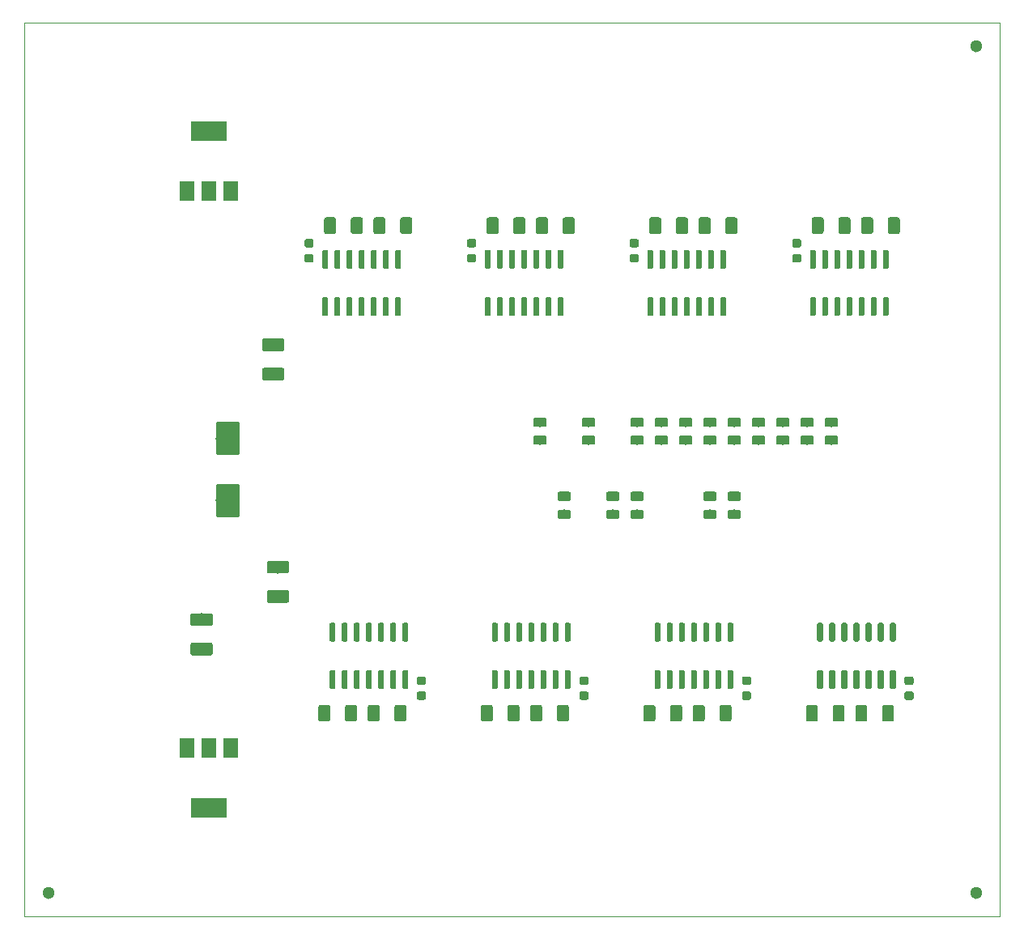
<source format=gbr>
G04 #@! TF.GenerationSoftware,KiCad,Pcbnew,(5.1.4-0-10_14)*
G04 #@! TF.CreationDate,2019-12-30T09:37:17-08:00*
G04 #@! TF.ProjectId,Mothership,4d6f7468-6572-4736-9869-702e6b696361,rev?*
G04 #@! TF.SameCoordinates,Original*
G04 #@! TF.FileFunction,Paste,Top*
G04 #@! TF.FilePolarity,Positive*
%FSLAX46Y46*%
G04 Gerber Fmt 4.6, Leading zero omitted, Abs format (unit mm)*
G04 Created by KiCad (PCBNEW (5.1.4-0-10_14)) date 2019-12-30 09:37:17*
%MOMM*%
%LPD*%
G04 APERTURE LIST*
%ADD10C,0.050000*%
%ADD11C,1.300000*%
%ADD12C,0.100000*%
%ADD13C,0.975000*%
%ADD14C,1.250000*%
%ADD15C,1.325000*%
%ADD16C,0.875000*%
%ADD17R,3.800000X2.000000*%
%ADD18R,1.500000X2.000000*%
%ADD19C,0.600000*%
%ADD20C,2.500000*%
G04 APERTURE END LIST*
D10*
X139750000Y-21500000D02*
X37750000Y-21500000D01*
X37750000Y-21500000D02*
X37750000Y-115000000D01*
X139750000Y-115000000D02*
X37750000Y-115000000D01*
X139750000Y-21500000D02*
X139750000Y-115000000D01*
D11*
X40250000Y-112500000D03*
X137250000Y-24000000D03*
X137250000Y-112500000D03*
D12*
G36*
X109910142Y-72451174D02*
G01*
X109933803Y-72454684D01*
X109957007Y-72460496D01*
X109979529Y-72468554D01*
X110001153Y-72478782D01*
X110021670Y-72491079D01*
X110040883Y-72505329D01*
X110058607Y-72521393D01*
X110074671Y-72539117D01*
X110088921Y-72558330D01*
X110101218Y-72578847D01*
X110111446Y-72600471D01*
X110119504Y-72622993D01*
X110125316Y-72646197D01*
X110128826Y-72669858D01*
X110130000Y-72693750D01*
X110130000Y-73181250D01*
X110128826Y-73205142D01*
X110125316Y-73228803D01*
X110119504Y-73252007D01*
X110111446Y-73274529D01*
X110101218Y-73296153D01*
X110088921Y-73316670D01*
X110074671Y-73335883D01*
X110058607Y-73353607D01*
X110040883Y-73369671D01*
X110021670Y-73383921D01*
X110001153Y-73396218D01*
X109979529Y-73406446D01*
X109957007Y-73414504D01*
X109933803Y-73420316D01*
X109910142Y-73423826D01*
X109886250Y-73425000D01*
X108973750Y-73425000D01*
X108949858Y-73423826D01*
X108926197Y-73420316D01*
X108902993Y-73414504D01*
X108880471Y-73406446D01*
X108858847Y-73396218D01*
X108838330Y-73383921D01*
X108819117Y-73369671D01*
X108801393Y-73353607D01*
X108785329Y-73335883D01*
X108771079Y-73316670D01*
X108758782Y-73296153D01*
X108748554Y-73274529D01*
X108740496Y-73252007D01*
X108734684Y-73228803D01*
X108731174Y-73205142D01*
X108730000Y-73181250D01*
X108730000Y-72693750D01*
X108731174Y-72669858D01*
X108734684Y-72646197D01*
X108740496Y-72622993D01*
X108748554Y-72600471D01*
X108758782Y-72578847D01*
X108771079Y-72558330D01*
X108785329Y-72539117D01*
X108801393Y-72521393D01*
X108819117Y-72505329D01*
X108838330Y-72491079D01*
X108858847Y-72478782D01*
X108880471Y-72468554D01*
X108902993Y-72460496D01*
X108926197Y-72454684D01*
X108949858Y-72451174D01*
X108973750Y-72450000D01*
X109886250Y-72450000D01*
X109910142Y-72451174D01*
X109910142Y-72451174D01*
G37*
D13*
X109430000Y-72937500D03*
D12*
G36*
X109910142Y-70576174D02*
G01*
X109933803Y-70579684D01*
X109957007Y-70585496D01*
X109979529Y-70593554D01*
X110001153Y-70603782D01*
X110021670Y-70616079D01*
X110040883Y-70630329D01*
X110058607Y-70646393D01*
X110074671Y-70664117D01*
X110088921Y-70683330D01*
X110101218Y-70703847D01*
X110111446Y-70725471D01*
X110119504Y-70747993D01*
X110125316Y-70771197D01*
X110128826Y-70794858D01*
X110130000Y-70818750D01*
X110130000Y-71306250D01*
X110128826Y-71330142D01*
X110125316Y-71353803D01*
X110119504Y-71377007D01*
X110111446Y-71399529D01*
X110101218Y-71421153D01*
X110088921Y-71441670D01*
X110074671Y-71460883D01*
X110058607Y-71478607D01*
X110040883Y-71494671D01*
X110021670Y-71508921D01*
X110001153Y-71521218D01*
X109979529Y-71531446D01*
X109957007Y-71539504D01*
X109933803Y-71545316D01*
X109910142Y-71548826D01*
X109886250Y-71550000D01*
X108973750Y-71550000D01*
X108949858Y-71548826D01*
X108926197Y-71545316D01*
X108902993Y-71539504D01*
X108880471Y-71531446D01*
X108858847Y-71521218D01*
X108838330Y-71508921D01*
X108819117Y-71494671D01*
X108801393Y-71478607D01*
X108785329Y-71460883D01*
X108771079Y-71441670D01*
X108758782Y-71421153D01*
X108748554Y-71399529D01*
X108740496Y-71377007D01*
X108734684Y-71353803D01*
X108731174Y-71330142D01*
X108730000Y-71306250D01*
X108730000Y-70818750D01*
X108731174Y-70794858D01*
X108734684Y-70771197D01*
X108740496Y-70747993D01*
X108748554Y-70725471D01*
X108758782Y-70703847D01*
X108771079Y-70683330D01*
X108785329Y-70664117D01*
X108801393Y-70646393D01*
X108819117Y-70630329D01*
X108838330Y-70616079D01*
X108858847Y-70603782D01*
X108880471Y-70593554D01*
X108902993Y-70585496D01*
X108926197Y-70579684D01*
X108949858Y-70576174D01*
X108973750Y-70575000D01*
X109886250Y-70575000D01*
X109910142Y-70576174D01*
X109910142Y-70576174D01*
G37*
D13*
X109430000Y-71062500D03*
D12*
G36*
X112450142Y-72451174D02*
G01*
X112473803Y-72454684D01*
X112497007Y-72460496D01*
X112519529Y-72468554D01*
X112541153Y-72478782D01*
X112561670Y-72491079D01*
X112580883Y-72505329D01*
X112598607Y-72521393D01*
X112614671Y-72539117D01*
X112628921Y-72558330D01*
X112641218Y-72578847D01*
X112651446Y-72600471D01*
X112659504Y-72622993D01*
X112665316Y-72646197D01*
X112668826Y-72669858D01*
X112670000Y-72693750D01*
X112670000Y-73181250D01*
X112668826Y-73205142D01*
X112665316Y-73228803D01*
X112659504Y-73252007D01*
X112651446Y-73274529D01*
X112641218Y-73296153D01*
X112628921Y-73316670D01*
X112614671Y-73335883D01*
X112598607Y-73353607D01*
X112580883Y-73369671D01*
X112561670Y-73383921D01*
X112541153Y-73396218D01*
X112519529Y-73406446D01*
X112497007Y-73414504D01*
X112473803Y-73420316D01*
X112450142Y-73423826D01*
X112426250Y-73425000D01*
X111513750Y-73425000D01*
X111489858Y-73423826D01*
X111466197Y-73420316D01*
X111442993Y-73414504D01*
X111420471Y-73406446D01*
X111398847Y-73396218D01*
X111378330Y-73383921D01*
X111359117Y-73369671D01*
X111341393Y-73353607D01*
X111325329Y-73335883D01*
X111311079Y-73316670D01*
X111298782Y-73296153D01*
X111288554Y-73274529D01*
X111280496Y-73252007D01*
X111274684Y-73228803D01*
X111271174Y-73205142D01*
X111270000Y-73181250D01*
X111270000Y-72693750D01*
X111271174Y-72669858D01*
X111274684Y-72646197D01*
X111280496Y-72622993D01*
X111288554Y-72600471D01*
X111298782Y-72578847D01*
X111311079Y-72558330D01*
X111325329Y-72539117D01*
X111341393Y-72521393D01*
X111359117Y-72505329D01*
X111378330Y-72491079D01*
X111398847Y-72478782D01*
X111420471Y-72468554D01*
X111442993Y-72460496D01*
X111466197Y-72454684D01*
X111489858Y-72451174D01*
X111513750Y-72450000D01*
X112426250Y-72450000D01*
X112450142Y-72451174D01*
X112450142Y-72451174D01*
G37*
D13*
X111970000Y-72937500D03*
D12*
G36*
X112450142Y-70576174D02*
G01*
X112473803Y-70579684D01*
X112497007Y-70585496D01*
X112519529Y-70593554D01*
X112541153Y-70603782D01*
X112561670Y-70616079D01*
X112580883Y-70630329D01*
X112598607Y-70646393D01*
X112614671Y-70664117D01*
X112628921Y-70683330D01*
X112641218Y-70703847D01*
X112651446Y-70725471D01*
X112659504Y-70747993D01*
X112665316Y-70771197D01*
X112668826Y-70794858D01*
X112670000Y-70818750D01*
X112670000Y-71306250D01*
X112668826Y-71330142D01*
X112665316Y-71353803D01*
X112659504Y-71377007D01*
X112651446Y-71399529D01*
X112641218Y-71421153D01*
X112628921Y-71441670D01*
X112614671Y-71460883D01*
X112598607Y-71478607D01*
X112580883Y-71494671D01*
X112561670Y-71508921D01*
X112541153Y-71521218D01*
X112519529Y-71531446D01*
X112497007Y-71539504D01*
X112473803Y-71545316D01*
X112450142Y-71548826D01*
X112426250Y-71550000D01*
X111513750Y-71550000D01*
X111489858Y-71548826D01*
X111466197Y-71545316D01*
X111442993Y-71539504D01*
X111420471Y-71531446D01*
X111398847Y-71521218D01*
X111378330Y-71508921D01*
X111359117Y-71494671D01*
X111341393Y-71478607D01*
X111325329Y-71460883D01*
X111311079Y-71441670D01*
X111298782Y-71421153D01*
X111288554Y-71399529D01*
X111280496Y-71377007D01*
X111274684Y-71353803D01*
X111271174Y-71330142D01*
X111270000Y-71306250D01*
X111270000Y-70818750D01*
X111271174Y-70794858D01*
X111274684Y-70771197D01*
X111280496Y-70747993D01*
X111288554Y-70725471D01*
X111298782Y-70703847D01*
X111311079Y-70683330D01*
X111325329Y-70664117D01*
X111341393Y-70646393D01*
X111359117Y-70630329D01*
X111378330Y-70616079D01*
X111398847Y-70603782D01*
X111420471Y-70593554D01*
X111442993Y-70585496D01*
X111466197Y-70579684D01*
X111489858Y-70576174D01*
X111513750Y-70575000D01*
X112426250Y-70575000D01*
X112450142Y-70576174D01*
X112450142Y-70576174D01*
G37*
D13*
X111970000Y-71062500D03*
D12*
G36*
X102290142Y-70576174D02*
G01*
X102313803Y-70579684D01*
X102337007Y-70585496D01*
X102359529Y-70593554D01*
X102381153Y-70603782D01*
X102401670Y-70616079D01*
X102420883Y-70630329D01*
X102438607Y-70646393D01*
X102454671Y-70664117D01*
X102468921Y-70683330D01*
X102481218Y-70703847D01*
X102491446Y-70725471D01*
X102499504Y-70747993D01*
X102505316Y-70771197D01*
X102508826Y-70794858D01*
X102510000Y-70818750D01*
X102510000Y-71306250D01*
X102508826Y-71330142D01*
X102505316Y-71353803D01*
X102499504Y-71377007D01*
X102491446Y-71399529D01*
X102481218Y-71421153D01*
X102468921Y-71441670D01*
X102454671Y-71460883D01*
X102438607Y-71478607D01*
X102420883Y-71494671D01*
X102401670Y-71508921D01*
X102381153Y-71521218D01*
X102359529Y-71531446D01*
X102337007Y-71539504D01*
X102313803Y-71545316D01*
X102290142Y-71548826D01*
X102266250Y-71550000D01*
X101353750Y-71550000D01*
X101329858Y-71548826D01*
X101306197Y-71545316D01*
X101282993Y-71539504D01*
X101260471Y-71531446D01*
X101238847Y-71521218D01*
X101218330Y-71508921D01*
X101199117Y-71494671D01*
X101181393Y-71478607D01*
X101165329Y-71460883D01*
X101151079Y-71441670D01*
X101138782Y-71421153D01*
X101128554Y-71399529D01*
X101120496Y-71377007D01*
X101114684Y-71353803D01*
X101111174Y-71330142D01*
X101110000Y-71306250D01*
X101110000Y-70818750D01*
X101111174Y-70794858D01*
X101114684Y-70771197D01*
X101120496Y-70747993D01*
X101128554Y-70725471D01*
X101138782Y-70703847D01*
X101151079Y-70683330D01*
X101165329Y-70664117D01*
X101181393Y-70646393D01*
X101199117Y-70630329D01*
X101218330Y-70616079D01*
X101238847Y-70603782D01*
X101260471Y-70593554D01*
X101282993Y-70585496D01*
X101306197Y-70579684D01*
X101329858Y-70576174D01*
X101353750Y-70575000D01*
X102266250Y-70575000D01*
X102290142Y-70576174D01*
X102290142Y-70576174D01*
G37*
D13*
X101810000Y-71062500D03*
D12*
G36*
X102290142Y-72451174D02*
G01*
X102313803Y-72454684D01*
X102337007Y-72460496D01*
X102359529Y-72468554D01*
X102381153Y-72478782D01*
X102401670Y-72491079D01*
X102420883Y-72505329D01*
X102438607Y-72521393D01*
X102454671Y-72539117D01*
X102468921Y-72558330D01*
X102481218Y-72578847D01*
X102491446Y-72600471D01*
X102499504Y-72622993D01*
X102505316Y-72646197D01*
X102508826Y-72669858D01*
X102510000Y-72693750D01*
X102510000Y-73181250D01*
X102508826Y-73205142D01*
X102505316Y-73228803D01*
X102499504Y-73252007D01*
X102491446Y-73274529D01*
X102481218Y-73296153D01*
X102468921Y-73316670D01*
X102454671Y-73335883D01*
X102438607Y-73353607D01*
X102420883Y-73369671D01*
X102401670Y-73383921D01*
X102381153Y-73396218D01*
X102359529Y-73406446D01*
X102337007Y-73414504D01*
X102313803Y-73420316D01*
X102290142Y-73423826D01*
X102266250Y-73425000D01*
X101353750Y-73425000D01*
X101329858Y-73423826D01*
X101306197Y-73420316D01*
X101282993Y-73414504D01*
X101260471Y-73406446D01*
X101238847Y-73396218D01*
X101218330Y-73383921D01*
X101199117Y-73369671D01*
X101181393Y-73353607D01*
X101165329Y-73335883D01*
X101151079Y-73316670D01*
X101138782Y-73296153D01*
X101128554Y-73274529D01*
X101120496Y-73252007D01*
X101114684Y-73228803D01*
X101111174Y-73205142D01*
X101110000Y-73181250D01*
X101110000Y-72693750D01*
X101111174Y-72669858D01*
X101114684Y-72646197D01*
X101120496Y-72622993D01*
X101128554Y-72600471D01*
X101138782Y-72578847D01*
X101151079Y-72558330D01*
X101165329Y-72539117D01*
X101181393Y-72521393D01*
X101199117Y-72505329D01*
X101218330Y-72491079D01*
X101238847Y-72478782D01*
X101260471Y-72468554D01*
X101282993Y-72460496D01*
X101306197Y-72454684D01*
X101329858Y-72451174D01*
X101353750Y-72450000D01*
X102266250Y-72450000D01*
X102290142Y-72451174D01*
X102290142Y-72451174D01*
G37*
D13*
X101810000Y-72937500D03*
D12*
G36*
X99750142Y-70576174D02*
G01*
X99773803Y-70579684D01*
X99797007Y-70585496D01*
X99819529Y-70593554D01*
X99841153Y-70603782D01*
X99861670Y-70616079D01*
X99880883Y-70630329D01*
X99898607Y-70646393D01*
X99914671Y-70664117D01*
X99928921Y-70683330D01*
X99941218Y-70703847D01*
X99951446Y-70725471D01*
X99959504Y-70747993D01*
X99965316Y-70771197D01*
X99968826Y-70794858D01*
X99970000Y-70818750D01*
X99970000Y-71306250D01*
X99968826Y-71330142D01*
X99965316Y-71353803D01*
X99959504Y-71377007D01*
X99951446Y-71399529D01*
X99941218Y-71421153D01*
X99928921Y-71441670D01*
X99914671Y-71460883D01*
X99898607Y-71478607D01*
X99880883Y-71494671D01*
X99861670Y-71508921D01*
X99841153Y-71521218D01*
X99819529Y-71531446D01*
X99797007Y-71539504D01*
X99773803Y-71545316D01*
X99750142Y-71548826D01*
X99726250Y-71550000D01*
X98813750Y-71550000D01*
X98789858Y-71548826D01*
X98766197Y-71545316D01*
X98742993Y-71539504D01*
X98720471Y-71531446D01*
X98698847Y-71521218D01*
X98678330Y-71508921D01*
X98659117Y-71494671D01*
X98641393Y-71478607D01*
X98625329Y-71460883D01*
X98611079Y-71441670D01*
X98598782Y-71421153D01*
X98588554Y-71399529D01*
X98580496Y-71377007D01*
X98574684Y-71353803D01*
X98571174Y-71330142D01*
X98570000Y-71306250D01*
X98570000Y-70818750D01*
X98571174Y-70794858D01*
X98574684Y-70771197D01*
X98580496Y-70747993D01*
X98588554Y-70725471D01*
X98598782Y-70703847D01*
X98611079Y-70683330D01*
X98625329Y-70664117D01*
X98641393Y-70646393D01*
X98659117Y-70630329D01*
X98678330Y-70616079D01*
X98698847Y-70603782D01*
X98720471Y-70593554D01*
X98742993Y-70585496D01*
X98766197Y-70579684D01*
X98789858Y-70576174D01*
X98813750Y-70575000D01*
X99726250Y-70575000D01*
X99750142Y-70576174D01*
X99750142Y-70576174D01*
G37*
D13*
X99270000Y-71062500D03*
D12*
G36*
X99750142Y-72451174D02*
G01*
X99773803Y-72454684D01*
X99797007Y-72460496D01*
X99819529Y-72468554D01*
X99841153Y-72478782D01*
X99861670Y-72491079D01*
X99880883Y-72505329D01*
X99898607Y-72521393D01*
X99914671Y-72539117D01*
X99928921Y-72558330D01*
X99941218Y-72578847D01*
X99951446Y-72600471D01*
X99959504Y-72622993D01*
X99965316Y-72646197D01*
X99968826Y-72669858D01*
X99970000Y-72693750D01*
X99970000Y-73181250D01*
X99968826Y-73205142D01*
X99965316Y-73228803D01*
X99959504Y-73252007D01*
X99951446Y-73274529D01*
X99941218Y-73296153D01*
X99928921Y-73316670D01*
X99914671Y-73335883D01*
X99898607Y-73353607D01*
X99880883Y-73369671D01*
X99861670Y-73383921D01*
X99841153Y-73396218D01*
X99819529Y-73406446D01*
X99797007Y-73414504D01*
X99773803Y-73420316D01*
X99750142Y-73423826D01*
X99726250Y-73425000D01*
X98813750Y-73425000D01*
X98789858Y-73423826D01*
X98766197Y-73420316D01*
X98742993Y-73414504D01*
X98720471Y-73406446D01*
X98698847Y-73396218D01*
X98678330Y-73383921D01*
X98659117Y-73369671D01*
X98641393Y-73353607D01*
X98625329Y-73335883D01*
X98611079Y-73316670D01*
X98598782Y-73296153D01*
X98588554Y-73274529D01*
X98580496Y-73252007D01*
X98574684Y-73228803D01*
X98571174Y-73205142D01*
X98570000Y-73181250D01*
X98570000Y-72693750D01*
X98571174Y-72669858D01*
X98574684Y-72646197D01*
X98580496Y-72622993D01*
X98588554Y-72600471D01*
X98598782Y-72578847D01*
X98611079Y-72558330D01*
X98625329Y-72539117D01*
X98641393Y-72521393D01*
X98659117Y-72505329D01*
X98678330Y-72491079D01*
X98698847Y-72478782D01*
X98720471Y-72468554D01*
X98742993Y-72460496D01*
X98766197Y-72454684D01*
X98789858Y-72451174D01*
X98813750Y-72450000D01*
X99726250Y-72450000D01*
X99750142Y-72451174D01*
X99750142Y-72451174D01*
G37*
D13*
X99270000Y-72937500D03*
D12*
G36*
X94670142Y-70576174D02*
G01*
X94693803Y-70579684D01*
X94717007Y-70585496D01*
X94739529Y-70593554D01*
X94761153Y-70603782D01*
X94781670Y-70616079D01*
X94800883Y-70630329D01*
X94818607Y-70646393D01*
X94834671Y-70664117D01*
X94848921Y-70683330D01*
X94861218Y-70703847D01*
X94871446Y-70725471D01*
X94879504Y-70747993D01*
X94885316Y-70771197D01*
X94888826Y-70794858D01*
X94890000Y-70818750D01*
X94890000Y-71306250D01*
X94888826Y-71330142D01*
X94885316Y-71353803D01*
X94879504Y-71377007D01*
X94871446Y-71399529D01*
X94861218Y-71421153D01*
X94848921Y-71441670D01*
X94834671Y-71460883D01*
X94818607Y-71478607D01*
X94800883Y-71494671D01*
X94781670Y-71508921D01*
X94761153Y-71521218D01*
X94739529Y-71531446D01*
X94717007Y-71539504D01*
X94693803Y-71545316D01*
X94670142Y-71548826D01*
X94646250Y-71550000D01*
X93733750Y-71550000D01*
X93709858Y-71548826D01*
X93686197Y-71545316D01*
X93662993Y-71539504D01*
X93640471Y-71531446D01*
X93618847Y-71521218D01*
X93598330Y-71508921D01*
X93579117Y-71494671D01*
X93561393Y-71478607D01*
X93545329Y-71460883D01*
X93531079Y-71441670D01*
X93518782Y-71421153D01*
X93508554Y-71399529D01*
X93500496Y-71377007D01*
X93494684Y-71353803D01*
X93491174Y-71330142D01*
X93490000Y-71306250D01*
X93490000Y-70818750D01*
X93491174Y-70794858D01*
X93494684Y-70771197D01*
X93500496Y-70747993D01*
X93508554Y-70725471D01*
X93518782Y-70703847D01*
X93531079Y-70683330D01*
X93545329Y-70664117D01*
X93561393Y-70646393D01*
X93579117Y-70630329D01*
X93598330Y-70616079D01*
X93618847Y-70603782D01*
X93640471Y-70593554D01*
X93662993Y-70585496D01*
X93686197Y-70579684D01*
X93709858Y-70576174D01*
X93733750Y-70575000D01*
X94646250Y-70575000D01*
X94670142Y-70576174D01*
X94670142Y-70576174D01*
G37*
D13*
X94190000Y-71062500D03*
D12*
G36*
X94670142Y-72451174D02*
G01*
X94693803Y-72454684D01*
X94717007Y-72460496D01*
X94739529Y-72468554D01*
X94761153Y-72478782D01*
X94781670Y-72491079D01*
X94800883Y-72505329D01*
X94818607Y-72521393D01*
X94834671Y-72539117D01*
X94848921Y-72558330D01*
X94861218Y-72578847D01*
X94871446Y-72600471D01*
X94879504Y-72622993D01*
X94885316Y-72646197D01*
X94888826Y-72669858D01*
X94890000Y-72693750D01*
X94890000Y-73181250D01*
X94888826Y-73205142D01*
X94885316Y-73228803D01*
X94879504Y-73252007D01*
X94871446Y-73274529D01*
X94861218Y-73296153D01*
X94848921Y-73316670D01*
X94834671Y-73335883D01*
X94818607Y-73353607D01*
X94800883Y-73369671D01*
X94781670Y-73383921D01*
X94761153Y-73396218D01*
X94739529Y-73406446D01*
X94717007Y-73414504D01*
X94693803Y-73420316D01*
X94670142Y-73423826D01*
X94646250Y-73425000D01*
X93733750Y-73425000D01*
X93709858Y-73423826D01*
X93686197Y-73420316D01*
X93662993Y-73414504D01*
X93640471Y-73406446D01*
X93618847Y-73396218D01*
X93598330Y-73383921D01*
X93579117Y-73369671D01*
X93561393Y-73353607D01*
X93545329Y-73335883D01*
X93531079Y-73316670D01*
X93518782Y-73296153D01*
X93508554Y-73274529D01*
X93500496Y-73252007D01*
X93494684Y-73228803D01*
X93491174Y-73205142D01*
X93490000Y-73181250D01*
X93490000Y-72693750D01*
X93491174Y-72669858D01*
X93494684Y-72646197D01*
X93500496Y-72622993D01*
X93508554Y-72600471D01*
X93518782Y-72578847D01*
X93531079Y-72558330D01*
X93545329Y-72539117D01*
X93561393Y-72521393D01*
X93579117Y-72505329D01*
X93598330Y-72491079D01*
X93618847Y-72478782D01*
X93640471Y-72468554D01*
X93662993Y-72460496D01*
X93686197Y-72454684D01*
X93709858Y-72451174D01*
X93733750Y-72450000D01*
X94646250Y-72450000D01*
X94670142Y-72451174D01*
X94670142Y-72451174D01*
G37*
D13*
X94190000Y-72937500D03*
D12*
G36*
X92130142Y-64701174D02*
G01*
X92153803Y-64704684D01*
X92177007Y-64710496D01*
X92199529Y-64718554D01*
X92221153Y-64728782D01*
X92241670Y-64741079D01*
X92260883Y-64755329D01*
X92278607Y-64771393D01*
X92294671Y-64789117D01*
X92308921Y-64808330D01*
X92321218Y-64828847D01*
X92331446Y-64850471D01*
X92339504Y-64872993D01*
X92345316Y-64896197D01*
X92348826Y-64919858D01*
X92350000Y-64943750D01*
X92350000Y-65431250D01*
X92348826Y-65455142D01*
X92345316Y-65478803D01*
X92339504Y-65502007D01*
X92331446Y-65524529D01*
X92321218Y-65546153D01*
X92308921Y-65566670D01*
X92294671Y-65585883D01*
X92278607Y-65603607D01*
X92260883Y-65619671D01*
X92241670Y-65633921D01*
X92221153Y-65646218D01*
X92199529Y-65656446D01*
X92177007Y-65664504D01*
X92153803Y-65670316D01*
X92130142Y-65673826D01*
X92106250Y-65675000D01*
X91193750Y-65675000D01*
X91169858Y-65673826D01*
X91146197Y-65670316D01*
X91122993Y-65664504D01*
X91100471Y-65656446D01*
X91078847Y-65646218D01*
X91058330Y-65633921D01*
X91039117Y-65619671D01*
X91021393Y-65603607D01*
X91005329Y-65585883D01*
X90991079Y-65566670D01*
X90978782Y-65546153D01*
X90968554Y-65524529D01*
X90960496Y-65502007D01*
X90954684Y-65478803D01*
X90951174Y-65455142D01*
X90950000Y-65431250D01*
X90950000Y-64943750D01*
X90951174Y-64919858D01*
X90954684Y-64896197D01*
X90960496Y-64872993D01*
X90968554Y-64850471D01*
X90978782Y-64828847D01*
X90991079Y-64808330D01*
X91005329Y-64789117D01*
X91021393Y-64771393D01*
X91039117Y-64755329D01*
X91058330Y-64741079D01*
X91078847Y-64728782D01*
X91100471Y-64718554D01*
X91122993Y-64710496D01*
X91146197Y-64704684D01*
X91169858Y-64701174D01*
X91193750Y-64700000D01*
X92106250Y-64700000D01*
X92130142Y-64701174D01*
X92130142Y-64701174D01*
G37*
D13*
X91650000Y-65187500D03*
D12*
G36*
X92130142Y-62826174D02*
G01*
X92153803Y-62829684D01*
X92177007Y-62835496D01*
X92199529Y-62843554D01*
X92221153Y-62853782D01*
X92241670Y-62866079D01*
X92260883Y-62880329D01*
X92278607Y-62896393D01*
X92294671Y-62914117D01*
X92308921Y-62933330D01*
X92321218Y-62953847D01*
X92331446Y-62975471D01*
X92339504Y-62997993D01*
X92345316Y-63021197D01*
X92348826Y-63044858D01*
X92350000Y-63068750D01*
X92350000Y-63556250D01*
X92348826Y-63580142D01*
X92345316Y-63603803D01*
X92339504Y-63627007D01*
X92331446Y-63649529D01*
X92321218Y-63671153D01*
X92308921Y-63691670D01*
X92294671Y-63710883D01*
X92278607Y-63728607D01*
X92260883Y-63744671D01*
X92241670Y-63758921D01*
X92221153Y-63771218D01*
X92199529Y-63781446D01*
X92177007Y-63789504D01*
X92153803Y-63795316D01*
X92130142Y-63798826D01*
X92106250Y-63800000D01*
X91193750Y-63800000D01*
X91169858Y-63798826D01*
X91146197Y-63795316D01*
X91122993Y-63789504D01*
X91100471Y-63781446D01*
X91078847Y-63771218D01*
X91058330Y-63758921D01*
X91039117Y-63744671D01*
X91021393Y-63728607D01*
X91005329Y-63710883D01*
X90991079Y-63691670D01*
X90978782Y-63671153D01*
X90968554Y-63649529D01*
X90960496Y-63627007D01*
X90954684Y-63603803D01*
X90951174Y-63580142D01*
X90950000Y-63556250D01*
X90950000Y-63068750D01*
X90951174Y-63044858D01*
X90954684Y-63021197D01*
X90960496Y-62997993D01*
X90968554Y-62975471D01*
X90978782Y-62953847D01*
X90991079Y-62933330D01*
X91005329Y-62914117D01*
X91021393Y-62896393D01*
X91039117Y-62880329D01*
X91058330Y-62866079D01*
X91078847Y-62853782D01*
X91100471Y-62843554D01*
X91122993Y-62835496D01*
X91146197Y-62829684D01*
X91169858Y-62826174D01*
X91193750Y-62825000D01*
X92106250Y-62825000D01*
X92130142Y-62826174D01*
X92130142Y-62826174D01*
G37*
D13*
X91650000Y-63312500D03*
D12*
G36*
X97210142Y-64701174D02*
G01*
X97233803Y-64704684D01*
X97257007Y-64710496D01*
X97279529Y-64718554D01*
X97301153Y-64728782D01*
X97321670Y-64741079D01*
X97340883Y-64755329D01*
X97358607Y-64771393D01*
X97374671Y-64789117D01*
X97388921Y-64808330D01*
X97401218Y-64828847D01*
X97411446Y-64850471D01*
X97419504Y-64872993D01*
X97425316Y-64896197D01*
X97428826Y-64919858D01*
X97430000Y-64943750D01*
X97430000Y-65431250D01*
X97428826Y-65455142D01*
X97425316Y-65478803D01*
X97419504Y-65502007D01*
X97411446Y-65524529D01*
X97401218Y-65546153D01*
X97388921Y-65566670D01*
X97374671Y-65585883D01*
X97358607Y-65603607D01*
X97340883Y-65619671D01*
X97321670Y-65633921D01*
X97301153Y-65646218D01*
X97279529Y-65656446D01*
X97257007Y-65664504D01*
X97233803Y-65670316D01*
X97210142Y-65673826D01*
X97186250Y-65675000D01*
X96273750Y-65675000D01*
X96249858Y-65673826D01*
X96226197Y-65670316D01*
X96202993Y-65664504D01*
X96180471Y-65656446D01*
X96158847Y-65646218D01*
X96138330Y-65633921D01*
X96119117Y-65619671D01*
X96101393Y-65603607D01*
X96085329Y-65585883D01*
X96071079Y-65566670D01*
X96058782Y-65546153D01*
X96048554Y-65524529D01*
X96040496Y-65502007D01*
X96034684Y-65478803D01*
X96031174Y-65455142D01*
X96030000Y-65431250D01*
X96030000Y-64943750D01*
X96031174Y-64919858D01*
X96034684Y-64896197D01*
X96040496Y-64872993D01*
X96048554Y-64850471D01*
X96058782Y-64828847D01*
X96071079Y-64808330D01*
X96085329Y-64789117D01*
X96101393Y-64771393D01*
X96119117Y-64755329D01*
X96138330Y-64741079D01*
X96158847Y-64728782D01*
X96180471Y-64718554D01*
X96202993Y-64710496D01*
X96226197Y-64704684D01*
X96249858Y-64701174D01*
X96273750Y-64700000D01*
X97186250Y-64700000D01*
X97210142Y-64701174D01*
X97210142Y-64701174D01*
G37*
D13*
X96730000Y-65187500D03*
D12*
G36*
X97210142Y-62826174D02*
G01*
X97233803Y-62829684D01*
X97257007Y-62835496D01*
X97279529Y-62843554D01*
X97301153Y-62853782D01*
X97321670Y-62866079D01*
X97340883Y-62880329D01*
X97358607Y-62896393D01*
X97374671Y-62914117D01*
X97388921Y-62933330D01*
X97401218Y-62953847D01*
X97411446Y-62975471D01*
X97419504Y-62997993D01*
X97425316Y-63021197D01*
X97428826Y-63044858D01*
X97430000Y-63068750D01*
X97430000Y-63556250D01*
X97428826Y-63580142D01*
X97425316Y-63603803D01*
X97419504Y-63627007D01*
X97411446Y-63649529D01*
X97401218Y-63671153D01*
X97388921Y-63691670D01*
X97374671Y-63710883D01*
X97358607Y-63728607D01*
X97340883Y-63744671D01*
X97321670Y-63758921D01*
X97301153Y-63771218D01*
X97279529Y-63781446D01*
X97257007Y-63789504D01*
X97233803Y-63795316D01*
X97210142Y-63798826D01*
X97186250Y-63800000D01*
X96273750Y-63800000D01*
X96249858Y-63798826D01*
X96226197Y-63795316D01*
X96202993Y-63789504D01*
X96180471Y-63781446D01*
X96158847Y-63771218D01*
X96138330Y-63758921D01*
X96119117Y-63744671D01*
X96101393Y-63728607D01*
X96085329Y-63710883D01*
X96071079Y-63691670D01*
X96058782Y-63671153D01*
X96048554Y-63649529D01*
X96040496Y-63627007D01*
X96034684Y-63603803D01*
X96031174Y-63580142D01*
X96030000Y-63556250D01*
X96030000Y-63068750D01*
X96031174Y-63044858D01*
X96034684Y-63021197D01*
X96040496Y-62997993D01*
X96048554Y-62975471D01*
X96058782Y-62953847D01*
X96071079Y-62933330D01*
X96085329Y-62914117D01*
X96101393Y-62896393D01*
X96119117Y-62880329D01*
X96138330Y-62866079D01*
X96158847Y-62853782D01*
X96180471Y-62843554D01*
X96202993Y-62835496D01*
X96226197Y-62829684D01*
X96249858Y-62826174D01*
X96273750Y-62825000D01*
X97186250Y-62825000D01*
X97210142Y-62826174D01*
X97210142Y-62826174D01*
G37*
D13*
X96730000Y-63312500D03*
D12*
G36*
X102290142Y-64701174D02*
G01*
X102313803Y-64704684D01*
X102337007Y-64710496D01*
X102359529Y-64718554D01*
X102381153Y-64728782D01*
X102401670Y-64741079D01*
X102420883Y-64755329D01*
X102438607Y-64771393D01*
X102454671Y-64789117D01*
X102468921Y-64808330D01*
X102481218Y-64828847D01*
X102491446Y-64850471D01*
X102499504Y-64872993D01*
X102505316Y-64896197D01*
X102508826Y-64919858D01*
X102510000Y-64943750D01*
X102510000Y-65431250D01*
X102508826Y-65455142D01*
X102505316Y-65478803D01*
X102499504Y-65502007D01*
X102491446Y-65524529D01*
X102481218Y-65546153D01*
X102468921Y-65566670D01*
X102454671Y-65585883D01*
X102438607Y-65603607D01*
X102420883Y-65619671D01*
X102401670Y-65633921D01*
X102381153Y-65646218D01*
X102359529Y-65656446D01*
X102337007Y-65664504D01*
X102313803Y-65670316D01*
X102290142Y-65673826D01*
X102266250Y-65675000D01*
X101353750Y-65675000D01*
X101329858Y-65673826D01*
X101306197Y-65670316D01*
X101282993Y-65664504D01*
X101260471Y-65656446D01*
X101238847Y-65646218D01*
X101218330Y-65633921D01*
X101199117Y-65619671D01*
X101181393Y-65603607D01*
X101165329Y-65585883D01*
X101151079Y-65566670D01*
X101138782Y-65546153D01*
X101128554Y-65524529D01*
X101120496Y-65502007D01*
X101114684Y-65478803D01*
X101111174Y-65455142D01*
X101110000Y-65431250D01*
X101110000Y-64943750D01*
X101111174Y-64919858D01*
X101114684Y-64896197D01*
X101120496Y-64872993D01*
X101128554Y-64850471D01*
X101138782Y-64828847D01*
X101151079Y-64808330D01*
X101165329Y-64789117D01*
X101181393Y-64771393D01*
X101199117Y-64755329D01*
X101218330Y-64741079D01*
X101238847Y-64728782D01*
X101260471Y-64718554D01*
X101282993Y-64710496D01*
X101306197Y-64704684D01*
X101329858Y-64701174D01*
X101353750Y-64700000D01*
X102266250Y-64700000D01*
X102290142Y-64701174D01*
X102290142Y-64701174D01*
G37*
D13*
X101810000Y-65187500D03*
D12*
G36*
X102290142Y-62826174D02*
G01*
X102313803Y-62829684D01*
X102337007Y-62835496D01*
X102359529Y-62843554D01*
X102381153Y-62853782D01*
X102401670Y-62866079D01*
X102420883Y-62880329D01*
X102438607Y-62896393D01*
X102454671Y-62914117D01*
X102468921Y-62933330D01*
X102481218Y-62953847D01*
X102491446Y-62975471D01*
X102499504Y-62997993D01*
X102505316Y-63021197D01*
X102508826Y-63044858D01*
X102510000Y-63068750D01*
X102510000Y-63556250D01*
X102508826Y-63580142D01*
X102505316Y-63603803D01*
X102499504Y-63627007D01*
X102491446Y-63649529D01*
X102481218Y-63671153D01*
X102468921Y-63691670D01*
X102454671Y-63710883D01*
X102438607Y-63728607D01*
X102420883Y-63744671D01*
X102401670Y-63758921D01*
X102381153Y-63771218D01*
X102359529Y-63781446D01*
X102337007Y-63789504D01*
X102313803Y-63795316D01*
X102290142Y-63798826D01*
X102266250Y-63800000D01*
X101353750Y-63800000D01*
X101329858Y-63798826D01*
X101306197Y-63795316D01*
X101282993Y-63789504D01*
X101260471Y-63781446D01*
X101238847Y-63771218D01*
X101218330Y-63758921D01*
X101199117Y-63744671D01*
X101181393Y-63728607D01*
X101165329Y-63710883D01*
X101151079Y-63691670D01*
X101138782Y-63671153D01*
X101128554Y-63649529D01*
X101120496Y-63627007D01*
X101114684Y-63603803D01*
X101111174Y-63580142D01*
X101110000Y-63556250D01*
X101110000Y-63068750D01*
X101111174Y-63044858D01*
X101114684Y-63021197D01*
X101120496Y-62997993D01*
X101128554Y-62975471D01*
X101138782Y-62953847D01*
X101151079Y-62933330D01*
X101165329Y-62914117D01*
X101181393Y-62896393D01*
X101199117Y-62880329D01*
X101218330Y-62866079D01*
X101238847Y-62853782D01*
X101260471Y-62843554D01*
X101282993Y-62835496D01*
X101306197Y-62829684D01*
X101329858Y-62826174D01*
X101353750Y-62825000D01*
X102266250Y-62825000D01*
X102290142Y-62826174D01*
X102290142Y-62826174D01*
G37*
D13*
X101810000Y-63312500D03*
D12*
G36*
X104830142Y-64701174D02*
G01*
X104853803Y-64704684D01*
X104877007Y-64710496D01*
X104899529Y-64718554D01*
X104921153Y-64728782D01*
X104941670Y-64741079D01*
X104960883Y-64755329D01*
X104978607Y-64771393D01*
X104994671Y-64789117D01*
X105008921Y-64808330D01*
X105021218Y-64828847D01*
X105031446Y-64850471D01*
X105039504Y-64872993D01*
X105045316Y-64896197D01*
X105048826Y-64919858D01*
X105050000Y-64943750D01*
X105050000Y-65431250D01*
X105048826Y-65455142D01*
X105045316Y-65478803D01*
X105039504Y-65502007D01*
X105031446Y-65524529D01*
X105021218Y-65546153D01*
X105008921Y-65566670D01*
X104994671Y-65585883D01*
X104978607Y-65603607D01*
X104960883Y-65619671D01*
X104941670Y-65633921D01*
X104921153Y-65646218D01*
X104899529Y-65656446D01*
X104877007Y-65664504D01*
X104853803Y-65670316D01*
X104830142Y-65673826D01*
X104806250Y-65675000D01*
X103893750Y-65675000D01*
X103869858Y-65673826D01*
X103846197Y-65670316D01*
X103822993Y-65664504D01*
X103800471Y-65656446D01*
X103778847Y-65646218D01*
X103758330Y-65633921D01*
X103739117Y-65619671D01*
X103721393Y-65603607D01*
X103705329Y-65585883D01*
X103691079Y-65566670D01*
X103678782Y-65546153D01*
X103668554Y-65524529D01*
X103660496Y-65502007D01*
X103654684Y-65478803D01*
X103651174Y-65455142D01*
X103650000Y-65431250D01*
X103650000Y-64943750D01*
X103651174Y-64919858D01*
X103654684Y-64896197D01*
X103660496Y-64872993D01*
X103668554Y-64850471D01*
X103678782Y-64828847D01*
X103691079Y-64808330D01*
X103705329Y-64789117D01*
X103721393Y-64771393D01*
X103739117Y-64755329D01*
X103758330Y-64741079D01*
X103778847Y-64728782D01*
X103800471Y-64718554D01*
X103822993Y-64710496D01*
X103846197Y-64704684D01*
X103869858Y-64701174D01*
X103893750Y-64700000D01*
X104806250Y-64700000D01*
X104830142Y-64701174D01*
X104830142Y-64701174D01*
G37*
D13*
X104350000Y-65187500D03*
D12*
G36*
X104830142Y-62826174D02*
G01*
X104853803Y-62829684D01*
X104877007Y-62835496D01*
X104899529Y-62843554D01*
X104921153Y-62853782D01*
X104941670Y-62866079D01*
X104960883Y-62880329D01*
X104978607Y-62896393D01*
X104994671Y-62914117D01*
X105008921Y-62933330D01*
X105021218Y-62953847D01*
X105031446Y-62975471D01*
X105039504Y-62997993D01*
X105045316Y-63021197D01*
X105048826Y-63044858D01*
X105050000Y-63068750D01*
X105050000Y-63556250D01*
X105048826Y-63580142D01*
X105045316Y-63603803D01*
X105039504Y-63627007D01*
X105031446Y-63649529D01*
X105021218Y-63671153D01*
X105008921Y-63691670D01*
X104994671Y-63710883D01*
X104978607Y-63728607D01*
X104960883Y-63744671D01*
X104941670Y-63758921D01*
X104921153Y-63771218D01*
X104899529Y-63781446D01*
X104877007Y-63789504D01*
X104853803Y-63795316D01*
X104830142Y-63798826D01*
X104806250Y-63800000D01*
X103893750Y-63800000D01*
X103869858Y-63798826D01*
X103846197Y-63795316D01*
X103822993Y-63789504D01*
X103800471Y-63781446D01*
X103778847Y-63771218D01*
X103758330Y-63758921D01*
X103739117Y-63744671D01*
X103721393Y-63728607D01*
X103705329Y-63710883D01*
X103691079Y-63691670D01*
X103678782Y-63671153D01*
X103668554Y-63649529D01*
X103660496Y-63627007D01*
X103654684Y-63603803D01*
X103651174Y-63580142D01*
X103650000Y-63556250D01*
X103650000Y-63068750D01*
X103651174Y-63044858D01*
X103654684Y-63021197D01*
X103660496Y-62997993D01*
X103668554Y-62975471D01*
X103678782Y-62953847D01*
X103691079Y-62933330D01*
X103705329Y-62914117D01*
X103721393Y-62896393D01*
X103739117Y-62880329D01*
X103758330Y-62866079D01*
X103778847Y-62853782D01*
X103800471Y-62843554D01*
X103822993Y-62835496D01*
X103846197Y-62829684D01*
X103869858Y-62826174D01*
X103893750Y-62825000D01*
X104806250Y-62825000D01*
X104830142Y-62826174D01*
X104830142Y-62826174D01*
G37*
D13*
X104350000Y-63312500D03*
D12*
G36*
X107370142Y-64701174D02*
G01*
X107393803Y-64704684D01*
X107417007Y-64710496D01*
X107439529Y-64718554D01*
X107461153Y-64728782D01*
X107481670Y-64741079D01*
X107500883Y-64755329D01*
X107518607Y-64771393D01*
X107534671Y-64789117D01*
X107548921Y-64808330D01*
X107561218Y-64828847D01*
X107571446Y-64850471D01*
X107579504Y-64872993D01*
X107585316Y-64896197D01*
X107588826Y-64919858D01*
X107590000Y-64943750D01*
X107590000Y-65431250D01*
X107588826Y-65455142D01*
X107585316Y-65478803D01*
X107579504Y-65502007D01*
X107571446Y-65524529D01*
X107561218Y-65546153D01*
X107548921Y-65566670D01*
X107534671Y-65585883D01*
X107518607Y-65603607D01*
X107500883Y-65619671D01*
X107481670Y-65633921D01*
X107461153Y-65646218D01*
X107439529Y-65656446D01*
X107417007Y-65664504D01*
X107393803Y-65670316D01*
X107370142Y-65673826D01*
X107346250Y-65675000D01*
X106433750Y-65675000D01*
X106409858Y-65673826D01*
X106386197Y-65670316D01*
X106362993Y-65664504D01*
X106340471Y-65656446D01*
X106318847Y-65646218D01*
X106298330Y-65633921D01*
X106279117Y-65619671D01*
X106261393Y-65603607D01*
X106245329Y-65585883D01*
X106231079Y-65566670D01*
X106218782Y-65546153D01*
X106208554Y-65524529D01*
X106200496Y-65502007D01*
X106194684Y-65478803D01*
X106191174Y-65455142D01*
X106190000Y-65431250D01*
X106190000Y-64943750D01*
X106191174Y-64919858D01*
X106194684Y-64896197D01*
X106200496Y-64872993D01*
X106208554Y-64850471D01*
X106218782Y-64828847D01*
X106231079Y-64808330D01*
X106245329Y-64789117D01*
X106261393Y-64771393D01*
X106279117Y-64755329D01*
X106298330Y-64741079D01*
X106318847Y-64728782D01*
X106340471Y-64718554D01*
X106362993Y-64710496D01*
X106386197Y-64704684D01*
X106409858Y-64701174D01*
X106433750Y-64700000D01*
X107346250Y-64700000D01*
X107370142Y-64701174D01*
X107370142Y-64701174D01*
G37*
D13*
X106890000Y-65187500D03*
D12*
G36*
X107370142Y-62826174D02*
G01*
X107393803Y-62829684D01*
X107417007Y-62835496D01*
X107439529Y-62843554D01*
X107461153Y-62853782D01*
X107481670Y-62866079D01*
X107500883Y-62880329D01*
X107518607Y-62896393D01*
X107534671Y-62914117D01*
X107548921Y-62933330D01*
X107561218Y-62953847D01*
X107571446Y-62975471D01*
X107579504Y-62997993D01*
X107585316Y-63021197D01*
X107588826Y-63044858D01*
X107590000Y-63068750D01*
X107590000Y-63556250D01*
X107588826Y-63580142D01*
X107585316Y-63603803D01*
X107579504Y-63627007D01*
X107571446Y-63649529D01*
X107561218Y-63671153D01*
X107548921Y-63691670D01*
X107534671Y-63710883D01*
X107518607Y-63728607D01*
X107500883Y-63744671D01*
X107481670Y-63758921D01*
X107461153Y-63771218D01*
X107439529Y-63781446D01*
X107417007Y-63789504D01*
X107393803Y-63795316D01*
X107370142Y-63798826D01*
X107346250Y-63800000D01*
X106433750Y-63800000D01*
X106409858Y-63798826D01*
X106386197Y-63795316D01*
X106362993Y-63789504D01*
X106340471Y-63781446D01*
X106318847Y-63771218D01*
X106298330Y-63758921D01*
X106279117Y-63744671D01*
X106261393Y-63728607D01*
X106245329Y-63710883D01*
X106231079Y-63691670D01*
X106218782Y-63671153D01*
X106208554Y-63649529D01*
X106200496Y-63627007D01*
X106194684Y-63603803D01*
X106191174Y-63580142D01*
X106190000Y-63556250D01*
X106190000Y-63068750D01*
X106191174Y-63044858D01*
X106194684Y-63021197D01*
X106200496Y-62997993D01*
X106208554Y-62975471D01*
X106218782Y-62953847D01*
X106231079Y-62933330D01*
X106245329Y-62914117D01*
X106261393Y-62896393D01*
X106279117Y-62880329D01*
X106298330Y-62866079D01*
X106318847Y-62853782D01*
X106340471Y-62843554D01*
X106362993Y-62835496D01*
X106386197Y-62829684D01*
X106409858Y-62826174D01*
X106433750Y-62825000D01*
X107346250Y-62825000D01*
X107370142Y-62826174D01*
X107370142Y-62826174D01*
G37*
D13*
X106890000Y-63312500D03*
D12*
G36*
X109910142Y-64701174D02*
G01*
X109933803Y-64704684D01*
X109957007Y-64710496D01*
X109979529Y-64718554D01*
X110001153Y-64728782D01*
X110021670Y-64741079D01*
X110040883Y-64755329D01*
X110058607Y-64771393D01*
X110074671Y-64789117D01*
X110088921Y-64808330D01*
X110101218Y-64828847D01*
X110111446Y-64850471D01*
X110119504Y-64872993D01*
X110125316Y-64896197D01*
X110128826Y-64919858D01*
X110130000Y-64943750D01*
X110130000Y-65431250D01*
X110128826Y-65455142D01*
X110125316Y-65478803D01*
X110119504Y-65502007D01*
X110111446Y-65524529D01*
X110101218Y-65546153D01*
X110088921Y-65566670D01*
X110074671Y-65585883D01*
X110058607Y-65603607D01*
X110040883Y-65619671D01*
X110021670Y-65633921D01*
X110001153Y-65646218D01*
X109979529Y-65656446D01*
X109957007Y-65664504D01*
X109933803Y-65670316D01*
X109910142Y-65673826D01*
X109886250Y-65675000D01*
X108973750Y-65675000D01*
X108949858Y-65673826D01*
X108926197Y-65670316D01*
X108902993Y-65664504D01*
X108880471Y-65656446D01*
X108858847Y-65646218D01*
X108838330Y-65633921D01*
X108819117Y-65619671D01*
X108801393Y-65603607D01*
X108785329Y-65585883D01*
X108771079Y-65566670D01*
X108758782Y-65546153D01*
X108748554Y-65524529D01*
X108740496Y-65502007D01*
X108734684Y-65478803D01*
X108731174Y-65455142D01*
X108730000Y-65431250D01*
X108730000Y-64943750D01*
X108731174Y-64919858D01*
X108734684Y-64896197D01*
X108740496Y-64872993D01*
X108748554Y-64850471D01*
X108758782Y-64828847D01*
X108771079Y-64808330D01*
X108785329Y-64789117D01*
X108801393Y-64771393D01*
X108819117Y-64755329D01*
X108838330Y-64741079D01*
X108858847Y-64728782D01*
X108880471Y-64718554D01*
X108902993Y-64710496D01*
X108926197Y-64704684D01*
X108949858Y-64701174D01*
X108973750Y-64700000D01*
X109886250Y-64700000D01*
X109910142Y-64701174D01*
X109910142Y-64701174D01*
G37*
D13*
X109430000Y-65187500D03*
D12*
G36*
X109910142Y-62826174D02*
G01*
X109933803Y-62829684D01*
X109957007Y-62835496D01*
X109979529Y-62843554D01*
X110001153Y-62853782D01*
X110021670Y-62866079D01*
X110040883Y-62880329D01*
X110058607Y-62896393D01*
X110074671Y-62914117D01*
X110088921Y-62933330D01*
X110101218Y-62953847D01*
X110111446Y-62975471D01*
X110119504Y-62997993D01*
X110125316Y-63021197D01*
X110128826Y-63044858D01*
X110130000Y-63068750D01*
X110130000Y-63556250D01*
X110128826Y-63580142D01*
X110125316Y-63603803D01*
X110119504Y-63627007D01*
X110111446Y-63649529D01*
X110101218Y-63671153D01*
X110088921Y-63691670D01*
X110074671Y-63710883D01*
X110058607Y-63728607D01*
X110040883Y-63744671D01*
X110021670Y-63758921D01*
X110001153Y-63771218D01*
X109979529Y-63781446D01*
X109957007Y-63789504D01*
X109933803Y-63795316D01*
X109910142Y-63798826D01*
X109886250Y-63800000D01*
X108973750Y-63800000D01*
X108949858Y-63798826D01*
X108926197Y-63795316D01*
X108902993Y-63789504D01*
X108880471Y-63781446D01*
X108858847Y-63771218D01*
X108838330Y-63758921D01*
X108819117Y-63744671D01*
X108801393Y-63728607D01*
X108785329Y-63710883D01*
X108771079Y-63691670D01*
X108758782Y-63671153D01*
X108748554Y-63649529D01*
X108740496Y-63627007D01*
X108734684Y-63603803D01*
X108731174Y-63580142D01*
X108730000Y-63556250D01*
X108730000Y-63068750D01*
X108731174Y-63044858D01*
X108734684Y-63021197D01*
X108740496Y-62997993D01*
X108748554Y-62975471D01*
X108758782Y-62953847D01*
X108771079Y-62933330D01*
X108785329Y-62914117D01*
X108801393Y-62896393D01*
X108819117Y-62880329D01*
X108838330Y-62866079D01*
X108858847Y-62853782D01*
X108880471Y-62843554D01*
X108902993Y-62835496D01*
X108926197Y-62829684D01*
X108949858Y-62826174D01*
X108973750Y-62825000D01*
X109886250Y-62825000D01*
X109910142Y-62826174D01*
X109910142Y-62826174D01*
G37*
D13*
X109430000Y-63312500D03*
D12*
G36*
X112450142Y-64701174D02*
G01*
X112473803Y-64704684D01*
X112497007Y-64710496D01*
X112519529Y-64718554D01*
X112541153Y-64728782D01*
X112561670Y-64741079D01*
X112580883Y-64755329D01*
X112598607Y-64771393D01*
X112614671Y-64789117D01*
X112628921Y-64808330D01*
X112641218Y-64828847D01*
X112651446Y-64850471D01*
X112659504Y-64872993D01*
X112665316Y-64896197D01*
X112668826Y-64919858D01*
X112670000Y-64943750D01*
X112670000Y-65431250D01*
X112668826Y-65455142D01*
X112665316Y-65478803D01*
X112659504Y-65502007D01*
X112651446Y-65524529D01*
X112641218Y-65546153D01*
X112628921Y-65566670D01*
X112614671Y-65585883D01*
X112598607Y-65603607D01*
X112580883Y-65619671D01*
X112561670Y-65633921D01*
X112541153Y-65646218D01*
X112519529Y-65656446D01*
X112497007Y-65664504D01*
X112473803Y-65670316D01*
X112450142Y-65673826D01*
X112426250Y-65675000D01*
X111513750Y-65675000D01*
X111489858Y-65673826D01*
X111466197Y-65670316D01*
X111442993Y-65664504D01*
X111420471Y-65656446D01*
X111398847Y-65646218D01*
X111378330Y-65633921D01*
X111359117Y-65619671D01*
X111341393Y-65603607D01*
X111325329Y-65585883D01*
X111311079Y-65566670D01*
X111298782Y-65546153D01*
X111288554Y-65524529D01*
X111280496Y-65502007D01*
X111274684Y-65478803D01*
X111271174Y-65455142D01*
X111270000Y-65431250D01*
X111270000Y-64943750D01*
X111271174Y-64919858D01*
X111274684Y-64896197D01*
X111280496Y-64872993D01*
X111288554Y-64850471D01*
X111298782Y-64828847D01*
X111311079Y-64808330D01*
X111325329Y-64789117D01*
X111341393Y-64771393D01*
X111359117Y-64755329D01*
X111378330Y-64741079D01*
X111398847Y-64728782D01*
X111420471Y-64718554D01*
X111442993Y-64710496D01*
X111466197Y-64704684D01*
X111489858Y-64701174D01*
X111513750Y-64700000D01*
X112426250Y-64700000D01*
X112450142Y-64701174D01*
X112450142Y-64701174D01*
G37*
D13*
X111970000Y-65187500D03*
D12*
G36*
X112450142Y-62826174D02*
G01*
X112473803Y-62829684D01*
X112497007Y-62835496D01*
X112519529Y-62843554D01*
X112541153Y-62853782D01*
X112561670Y-62866079D01*
X112580883Y-62880329D01*
X112598607Y-62896393D01*
X112614671Y-62914117D01*
X112628921Y-62933330D01*
X112641218Y-62953847D01*
X112651446Y-62975471D01*
X112659504Y-62997993D01*
X112665316Y-63021197D01*
X112668826Y-63044858D01*
X112670000Y-63068750D01*
X112670000Y-63556250D01*
X112668826Y-63580142D01*
X112665316Y-63603803D01*
X112659504Y-63627007D01*
X112651446Y-63649529D01*
X112641218Y-63671153D01*
X112628921Y-63691670D01*
X112614671Y-63710883D01*
X112598607Y-63728607D01*
X112580883Y-63744671D01*
X112561670Y-63758921D01*
X112541153Y-63771218D01*
X112519529Y-63781446D01*
X112497007Y-63789504D01*
X112473803Y-63795316D01*
X112450142Y-63798826D01*
X112426250Y-63800000D01*
X111513750Y-63800000D01*
X111489858Y-63798826D01*
X111466197Y-63795316D01*
X111442993Y-63789504D01*
X111420471Y-63781446D01*
X111398847Y-63771218D01*
X111378330Y-63758921D01*
X111359117Y-63744671D01*
X111341393Y-63728607D01*
X111325329Y-63710883D01*
X111311079Y-63691670D01*
X111298782Y-63671153D01*
X111288554Y-63649529D01*
X111280496Y-63627007D01*
X111274684Y-63603803D01*
X111271174Y-63580142D01*
X111270000Y-63556250D01*
X111270000Y-63068750D01*
X111271174Y-63044858D01*
X111274684Y-63021197D01*
X111280496Y-62997993D01*
X111288554Y-62975471D01*
X111298782Y-62953847D01*
X111311079Y-62933330D01*
X111325329Y-62914117D01*
X111341393Y-62896393D01*
X111359117Y-62880329D01*
X111378330Y-62866079D01*
X111398847Y-62853782D01*
X111420471Y-62843554D01*
X111442993Y-62835496D01*
X111466197Y-62829684D01*
X111489858Y-62826174D01*
X111513750Y-62825000D01*
X112426250Y-62825000D01*
X112450142Y-62826174D01*
X112450142Y-62826174D01*
G37*
D13*
X111970000Y-63312500D03*
D12*
G36*
X114990142Y-64701174D02*
G01*
X115013803Y-64704684D01*
X115037007Y-64710496D01*
X115059529Y-64718554D01*
X115081153Y-64728782D01*
X115101670Y-64741079D01*
X115120883Y-64755329D01*
X115138607Y-64771393D01*
X115154671Y-64789117D01*
X115168921Y-64808330D01*
X115181218Y-64828847D01*
X115191446Y-64850471D01*
X115199504Y-64872993D01*
X115205316Y-64896197D01*
X115208826Y-64919858D01*
X115210000Y-64943750D01*
X115210000Y-65431250D01*
X115208826Y-65455142D01*
X115205316Y-65478803D01*
X115199504Y-65502007D01*
X115191446Y-65524529D01*
X115181218Y-65546153D01*
X115168921Y-65566670D01*
X115154671Y-65585883D01*
X115138607Y-65603607D01*
X115120883Y-65619671D01*
X115101670Y-65633921D01*
X115081153Y-65646218D01*
X115059529Y-65656446D01*
X115037007Y-65664504D01*
X115013803Y-65670316D01*
X114990142Y-65673826D01*
X114966250Y-65675000D01*
X114053750Y-65675000D01*
X114029858Y-65673826D01*
X114006197Y-65670316D01*
X113982993Y-65664504D01*
X113960471Y-65656446D01*
X113938847Y-65646218D01*
X113918330Y-65633921D01*
X113899117Y-65619671D01*
X113881393Y-65603607D01*
X113865329Y-65585883D01*
X113851079Y-65566670D01*
X113838782Y-65546153D01*
X113828554Y-65524529D01*
X113820496Y-65502007D01*
X113814684Y-65478803D01*
X113811174Y-65455142D01*
X113810000Y-65431250D01*
X113810000Y-64943750D01*
X113811174Y-64919858D01*
X113814684Y-64896197D01*
X113820496Y-64872993D01*
X113828554Y-64850471D01*
X113838782Y-64828847D01*
X113851079Y-64808330D01*
X113865329Y-64789117D01*
X113881393Y-64771393D01*
X113899117Y-64755329D01*
X113918330Y-64741079D01*
X113938847Y-64728782D01*
X113960471Y-64718554D01*
X113982993Y-64710496D01*
X114006197Y-64704684D01*
X114029858Y-64701174D01*
X114053750Y-64700000D01*
X114966250Y-64700000D01*
X114990142Y-64701174D01*
X114990142Y-64701174D01*
G37*
D13*
X114510000Y-65187500D03*
D12*
G36*
X114990142Y-62826174D02*
G01*
X115013803Y-62829684D01*
X115037007Y-62835496D01*
X115059529Y-62843554D01*
X115081153Y-62853782D01*
X115101670Y-62866079D01*
X115120883Y-62880329D01*
X115138607Y-62896393D01*
X115154671Y-62914117D01*
X115168921Y-62933330D01*
X115181218Y-62953847D01*
X115191446Y-62975471D01*
X115199504Y-62997993D01*
X115205316Y-63021197D01*
X115208826Y-63044858D01*
X115210000Y-63068750D01*
X115210000Y-63556250D01*
X115208826Y-63580142D01*
X115205316Y-63603803D01*
X115199504Y-63627007D01*
X115191446Y-63649529D01*
X115181218Y-63671153D01*
X115168921Y-63691670D01*
X115154671Y-63710883D01*
X115138607Y-63728607D01*
X115120883Y-63744671D01*
X115101670Y-63758921D01*
X115081153Y-63771218D01*
X115059529Y-63781446D01*
X115037007Y-63789504D01*
X115013803Y-63795316D01*
X114990142Y-63798826D01*
X114966250Y-63800000D01*
X114053750Y-63800000D01*
X114029858Y-63798826D01*
X114006197Y-63795316D01*
X113982993Y-63789504D01*
X113960471Y-63781446D01*
X113938847Y-63771218D01*
X113918330Y-63758921D01*
X113899117Y-63744671D01*
X113881393Y-63728607D01*
X113865329Y-63710883D01*
X113851079Y-63691670D01*
X113838782Y-63671153D01*
X113828554Y-63649529D01*
X113820496Y-63627007D01*
X113814684Y-63603803D01*
X113811174Y-63580142D01*
X113810000Y-63556250D01*
X113810000Y-63068750D01*
X113811174Y-63044858D01*
X113814684Y-63021197D01*
X113820496Y-62997993D01*
X113828554Y-62975471D01*
X113838782Y-62953847D01*
X113851079Y-62933330D01*
X113865329Y-62914117D01*
X113881393Y-62896393D01*
X113899117Y-62880329D01*
X113918330Y-62866079D01*
X113938847Y-62853782D01*
X113960471Y-62843554D01*
X113982993Y-62835496D01*
X114006197Y-62829684D01*
X114029858Y-62826174D01*
X114053750Y-62825000D01*
X114966250Y-62825000D01*
X114990142Y-62826174D01*
X114990142Y-62826174D01*
G37*
D13*
X114510000Y-63312500D03*
D12*
G36*
X117530142Y-64701174D02*
G01*
X117553803Y-64704684D01*
X117577007Y-64710496D01*
X117599529Y-64718554D01*
X117621153Y-64728782D01*
X117641670Y-64741079D01*
X117660883Y-64755329D01*
X117678607Y-64771393D01*
X117694671Y-64789117D01*
X117708921Y-64808330D01*
X117721218Y-64828847D01*
X117731446Y-64850471D01*
X117739504Y-64872993D01*
X117745316Y-64896197D01*
X117748826Y-64919858D01*
X117750000Y-64943750D01*
X117750000Y-65431250D01*
X117748826Y-65455142D01*
X117745316Y-65478803D01*
X117739504Y-65502007D01*
X117731446Y-65524529D01*
X117721218Y-65546153D01*
X117708921Y-65566670D01*
X117694671Y-65585883D01*
X117678607Y-65603607D01*
X117660883Y-65619671D01*
X117641670Y-65633921D01*
X117621153Y-65646218D01*
X117599529Y-65656446D01*
X117577007Y-65664504D01*
X117553803Y-65670316D01*
X117530142Y-65673826D01*
X117506250Y-65675000D01*
X116593750Y-65675000D01*
X116569858Y-65673826D01*
X116546197Y-65670316D01*
X116522993Y-65664504D01*
X116500471Y-65656446D01*
X116478847Y-65646218D01*
X116458330Y-65633921D01*
X116439117Y-65619671D01*
X116421393Y-65603607D01*
X116405329Y-65585883D01*
X116391079Y-65566670D01*
X116378782Y-65546153D01*
X116368554Y-65524529D01*
X116360496Y-65502007D01*
X116354684Y-65478803D01*
X116351174Y-65455142D01*
X116350000Y-65431250D01*
X116350000Y-64943750D01*
X116351174Y-64919858D01*
X116354684Y-64896197D01*
X116360496Y-64872993D01*
X116368554Y-64850471D01*
X116378782Y-64828847D01*
X116391079Y-64808330D01*
X116405329Y-64789117D01*
X116421393Y-64771393D01*
X116439117Y-64755329D01*
X116458330Y-64741079D01*
X116478847Y-64728782D01*
X116500471Y-64718554D01*
X116522993Y-64710496D01*
X116546197Y-64704684D01*
X116569858Y-64701174D01*
X116593750Y-64700000D01*
X117506250Y-64700000D01*
X117530142Y-64701174D01*
X117530142Y-64701174D01*
G37*
D13*
X117050000Y-65187500D03*
D12*
G36*
X117530142Y-62826174D02*
G01*
X117553803Y-62829684D01*
X117577007Y-62835496D01*
X117599529Y-62843554D01*
X117621153Y-62853782D01*
X117641670Y-62866079D01*
X117660883Y-62880329D01*
X117678607Y-62896393D01*
X117694671Y-62914117D01*
X117708921Y-62933330D01*
X117721218Y-62953847D01*
X117731446Y-62975471D01*
X117739504Y-62997993D01*
X117745316Y-63021197D01*
X117748826Y-63044858D01*
X117750000Y-63068750D01*
X117750000Y-63556250D01*
X117748826Y-63580142D01*
X117745316Y-63603803D01*
X117739504Y-63627007D01*
X117731446Y-63649529D01*
X117721218Y-63671153D01*
X117708921Y-63691670D01*
X117694671Y-63710883D01*
X117678607Y-63728607D01*
X117660883Y-63744671D01*
X117641670Y-63758921D01*
X117621153Y-63771218D01*
X117599529Y-63781446D01*
X117577007Y-63789504D01*
X117553803Y-63795316D01*
X117530142Y-63798826D01*
X117506250Y-63800000D01*
X116593750Y-63800000D01*
X116569858Y-63798826D01*
X116546197Y-63795316D01*
X116522993Y-63789504D01*
X116500471Y-63781446D01*
X116478847Y-63771218D01*
X116458330Y-63758921D01*
X116439117Y-63744671D01*
X116421393Y-63728607D01*
X116405329Y-63710883D01*
X116391079Y-63691670D01*
X116378782Y-63671153D01*
X116368554Y-63649529D01*
X116360496Y-63627007D01*
X116354684Y-63603803D01*
X116351174Y-63580142D01*
X116350000Y-63556250D01*
X116350000Y-63068750D01*
X116351174Y-63044858D01*
X116354684Y-63021197D01*
X116360496Y-62997993D01*
X116368554Y-62975471D01*
X116378782Y-62953847D01*
X116391079Y-62933330D01*
X116405329Y-62914117D01*
X116421393Y-62896393D01*
X116439117Y-62880329D01*
X116458330Y-62866079D01*
X116478847Y-62853782D01*
X116500471Y-62843554D01*
X116522993Y-62835496D01*
X116546197Y-62829684D01*
X116569858Y-62826174D01*
X116593750Y-62825000D01*
X117506250Y-62825000D01*
X117530142Y-62826174D01*
X117530142Y-62826174D01*
G37*
D13*
X117050000Y-63312500D03*
D12*
G36*
X120070142Y-64701174D02*
G01*
X120093803Y-64704684D01*
X120117007Y-64710496D01*
X120139529Y-64718554D01*
X120161153Y-64728782D01*
X120181670Y-64741079D01*
X120200883Y-64755329D01*
X120218607Y-64771393D01*
X120234671Y-64789117D01*
X120248921Y-64808330D01*
X120261218Y-64828847D01*
X120271446Y-64850471D01*
X120279504Y-64872993D01*
X120285316Y-64896197D01*
X120288826Y-64919858D01*
X120290000Y-64943750D01*
X120290000Y-65431250D01*
X120288826Y-65455142D01*
X120285316Y-65478803D01*
X120279504Y-65502007D01*
X120271446Y-65524529D01*
X120261218Y-65546153D01*
X120248921Y-65566670D01*
X120234671Y-65585883D01*
X120218607Y-65603607D01*
X120200883Y-65619671D01*
X120181670Y-65633921D01*
X120161153Y-65646218D01*
X120139529Y-65656446D01*
X120117007Y-65664504D01*
X120093803Y-65670316D01*
X120070142Y-65673826D01*
X120046250Y-65675000D01*
X119133750Y-65675000D01*
X119109858Y-65673826D01*
X119086197Y-65670316D01*
X119062993Y-65664504D01*
X119040471Y-65656446D01*
X119018847Y-65646218D01*
X118998330Y-65633921D01*
X118979117Y-65619671D01*
X118961393Y-65603607D01*
X118945329Y-65585883D01*
X118931079Y-65566670D01*
X118918782Y-65546153D01*
X118908554Y-65524529D01*
X118900496Y-65502007D01*
X118894684Y-65478803D01*
X118891174Y-65455142D01*
X118890000Y-65431250D01*
X118890000Y-64943750D01*
X118891174Y-64919858D01*
X118894684Y-64896197D01*
X118900496Y-64872993D01*
X118908554Y-64850471D01*
X118918782Y-64828847D01*
X118931079Y-64808330D01*
X118945329Y-64789117D01*
X118961393Y-64771393D01*
X118979117Y-64755329D01*
X118998330Y-64741079D01*
X119018847Y-64728782D01*
X119040471Y-64718554D01*
X119062993Y-64710496D01*
X119086197Y-64704684D01*
X119109858Y-64701174D01*
X119133750Y-64700000D01*
X120046250Y-64700000D01*
X120070142Y-64701174D01*
X120070142Y-64701174D01*
G37*
D13*
X119590000Y-65187500D03*
D12*
G36*
X120070142Y-62826174D02*
G01*
X120093803Y-62829684D01*
X120117007Y-62835496D01*
X120139529Y-62843554D01*
X120161153Y-62853782D01*
X120181670Y-62866079D01*
X120200883Y-62880329D01*
X120218607Y-62896393D01*
X120234671Y-62914117D01*
X120248921Y-62933330D01*
X120261218Y-62953847D01*
X120271446Y-62975471D01*
X120279504Y-62997993D01*
X120285316Y-63021197D01*
X120288826Y-63044858D01*
X120290000Y-63068750D01*
X120290000Y-63556250D01*
X120288826Y-63580142D01*
X120285316Y-63603803D01*
X120279504Y-63627007D01*
X120271446Y-63649529D01*
X120261218Y-63671153D01*
X120248921Y-63691670D01*
X120234671Y-63710883D01*
X120218607Y-63728607D01*
X120200883Y-63744671D01*
X120181670Y-63758921D01*
X120161153Y-63771218D01*
X120139529Y-63781446D01*
X120117007Y-63789504D01*
X120093803Y-63795316D01*
X120070142Y-63798826D01*
X120046250Y-63800000D01*
X119133750Y-63800000D01*
X119109858Y-63798826D01*
X119086197Y-63795316D01*
X119062993Y-63789504D01*
X119040471Y-63781446D01*
X119018847Y-63771218D01*
X118998330Y-63758921D01*
X118979117Y-63744671D01*
X118961393Y-63728607D01*
X118945329Y-63710883D01*
X118931079Y-63691670D01*
X118918782Y-63671153D01*
X118908554Y-63649529D01*
X118900496Y-63627007D01*
X118894684Y-63603803D01*
X118891174Y-63580142D01*
X118890000Y-63556250D01*
X118890000Y-63068750D01*
X118891174Y-63044858D01*
X118894684Y-63021197D01*
X118900496Y-62997993D01*
X118908554Y-62975471D01*
X118918782Y-62953847D01*
X118931079Y-62933330D01*
X118945329Y-62914117D01*
X118961393Y-62896393D01*
X118979117Y-62880329D01*
X118998330Y-62866079D01*
X119018847Y-62853782D01*
X119040471Y-62843554D01*
X119062993Y-62835496D01*
X119086197Y-62829684D01*
X119109858Y-62826174D01*
X119133750Y-62825000D01*
X120046250Y-62825000D01*
X120070142Y-62826174D01*
X120070142Y-62826174D01*
G37*
D13*
X119590000Y-63312500D03*
D12*
G36*
X122610142Y-64701174D02*
G01*
X122633803Y-64704684D01*
X122657007Y-64710496D01*
X122679529Y-64718554D01*
X122701153Y-64728782D01*
X122721670Y-64741079D01*
X122740883Y-64755329D01*
X122758607Y-64771393D01*
X122774671Y-64789117D01*
X122788921Y-64808330D01*
X122801218Y-64828847D01*
X122811446Y-64850471D01*
X122819504Y-64872993D01*
X122825316Y-64896197D01*
X122828826Y-64919858D01*
X122830000Y-64943750D01*
X122830000Y-65431250D01*
X122828826Y-65455142D01*
X122825316Y-65478803D01*
X122819504Y-65502007D01*
X122811446Y-65524529D01*
X122801218Y-65546153D01*
X122788921Y-65566670D01*
X122774671Y-65585883D01*
X122758607Y-65603607D01*
X122740883Y-65619671D01*
X122721670Y-65633921D01*
X122701153Y-65646218D01*
X122679529Y-65656446D01*
X122657007Y-65664504D01*
X122633803Y-65670316D01*
X122610142Y-65673826D01*
X122586250Y-65675000D01*
X121673750Y-65675000D01*
X121649858Y-65673826D01*
X121626197Y-65670316D01*
X121602993Y-65664504D01*
X121580471Y-65656446D01*
X121558847Y-65646218D01*
X121538330Y-65633921D01*
X121519117Y-65619671D01*
X121501393Y-65603607D01*
X121485329Y-65585883D01*
X121471079Y-65566670D01*
X121458782Y-65546153D01*
X121448554Y-65524529D01*
X121440496Y-65502007D01*
X121434684Y-65478803D01*
X121431174Y-65455142D01*
X121430000Y-65431250D01*
X121430000Y-64943750D01*
X121431174Y-64919858D01*
X121434684Y-64896197D01*
X121440496Y-64872993D01*
X121448554Y-64850471D01*
X121458782Y-64828847D01*
X121471079Y-64808330D01*
X121485329Y-64789117D01*
X121501393Y-64771393D01*
X121519117Y-64755329D01*
X121538330Y-64741079D01*
X121558847Y-64728782D01*
X121580471Y-64718554D01*
X121602993Y-64710496D01*
X121626197Y-64704684D01*
X121649858Y-64701174D01*
X121673750Y-64700000D01*
X122586250Y-64700000D01*
X122610142Y-64701174D01*
X122610142Y-64701174D01*
G37*
D13*
X122130000Y-65187500D03*
D12*
G36*
X122610142Y-62826174D02*
G01*
X122633803Y-62829684D01*
X122657007Y-62835496D01*
X122679529Y-62843554D01*
X122701153Y-62853782D01*
X122721670Y-62866079D01*
X122740883Y-62880329D01*
X122758607Y-62896393D01*
X122774671Y-62914117D01*
X122788921Y-62933330D01*
X122801218Y-62953847D01*
X122811446Y-62975471D01*
X122819504Y-62997993D01*
X122825316Y-63021197D01*
X122828826Y-63044858D01*
X122830000Y-63068750D01*
X122830000Y-63556250D01*
X122828826Y-63580142D01*
X122825316Y-63603803D01*
X122819504Y-63627007D01*
X122811446Y-63649529D01*
X122801218Y-63671153D01*
X122788921Y-63691670D01*
X122774671Y-63710883D01*
X122758607Y-63728607D01*
X122740883Y-63744671D01*
X122721670Y-63758921D01*
X122701153Y-63771218D01*
X122679529Y-63781446D01*
X122657007Y-63789504D01*
X122633803Y-63795316D01*
X122610142Y-63798826D01*
X122586250Y-63800000D01*
X121673750Y-63800000D01*
X121649858Y-63798826D01*
X121626197Y-63795316D01*
X121602993Y-63789504D01*
X121580471Y-63781446D01*
X121558847Y-63771218D01*
X121538330Y-63758921D01*
X121519117Y-63744671D01*
X121501393Y-63728607D01*
X121485329Y-63710883D01*
X121471079Y-63691670D01*
X121458782Y-63671153D01*
X121448554Y-63649529D01*
X121440496Y-63627007D01*
X121434684Y-63603803D01*
X121431174Y-63580142D01*
X121430000Y-63556250D01*
X121430000Y-63068750D01*
X121431174Y-63044858D01*
X121434684Y-63021197D01*
X121440496Y-62997993D01*
X121448554Y-62975471D01*
X121458782Y-62953847D01*
X121471079Y-62933330D01*
X121485329Y-62914117D01*
X121501393Y-62896393D01*
X121519117Y-62880329D01*
X121538330Y-62866079D01*
X121558847Y-62853782D01*
X121580471Y-62843554D01*
X121602993Y-62835496D01*
X121626197Y-62829684D01*
X121649858Y-62826174D01*
X121673750Y-62825000D01*
X122586250Y-62825000D01*
X122610142Y-62826174D01*
X122610142Y-62826174D01*
G37*
D13*
X122130000Y-63312500D03*
D12*
G36*
X125652004Y-92876204D02*
G01*
X125676273Y-92879804D01*
X125700071Y-92885765D01*
X125723171Y-92894030D01*
X125745349Y-92904520D01*
X125766393Y-92917133D01*
X125786098Y-92931747D01*
X125804277Y-92948223D01*
X125820753Y-92966402D01*
X125835367Y-92986107D01*
X125847980Y-93007151D01*
X125858470Y-93029329D01*
X125866735Y-93052429D01*
X125872696Y-93076227D01*
X125876296Y-93100496D01*
X125877500Y-93125000D01*
X125877500Y-94375000D01*
X125876296Y-94399504D01*
X125872696Y-94423773D01*
X125866735Y-94447571D01*
X125858470Y-94470671D01*
X125847980Y-94492849D01*
X125835367Y-94513893D01*
X125820753Y-94533598D01*
X125804277Y-94551777D01*
X125786098Y-94568253D01*
X125766393Y-94582867D01*
X125745349Y-94595480D01*
X125723171Y-94605970D01*
X125700071Y-94614235D01*
X125676273Y-94620196D01*
X125652004Y-94623796D01*
X125627500Y-94625000D01*
X124877500Y-94625000D01*
X124852996Y-94623796D01*
X124828727Y-94620196D01*
X124804929Y-94614235D01*
X124781829Y-94605970D01*
X124759651Y-94595480D01*
X124738607Y-94582867D01*
X124718902Y-94568253D01*
X124700723Y-94551777D01*
X124684247Y-94533598D01*
X124669633Y-94513893D01*
X124657020Y-94492849D01*
X124646530Y-94470671D01*
X124638265Y-94447571D01*
X124632304Y-94423773D01*
X124628704Y-94399504D01*
X124627500Y-94375000D01*
X124627500Y-93125000D01*
X124628704Y-93100496D01*
X124632304Y-93076227D01*
X124638265Y-93052429D01*
X124646530Y-93029329D01*
X124657020Y-93007151D01*
X124669633Y-92986107D01*
X124684247Y-92966402D01*
X124700723Y-92948223D01*
X124718902Y-92931747D01*
X124738607Y-92917133D01*
X124759651Y-92904520D01*
X124781829Y-92894030D01*
X124804929Y-92885765D01*
X124828727Y-92879804D01*
X124852996Y-92876204D01*
X124877500Y-92875000D01*
X125627500Y-92875000D01*
X125652004Y-92876204D01*
X125652004Y-92876204D01*
G37*
D14*
X125252500Y-93750000D03*
D12*
G36*
X128452004Y-92876204D02*
G01*
X128476273Y-92879804D01*
X128500071Y-92885765D01*
X128523171Y-92894030D01*
X128545349Y-92904520D01*
X128566393Y-92917133D01*
X128586098Y-92931747D01*
X128604277Y-92948223D01*
X128620753Y-92966402D01*
X128635367Y-92986107D01*
X128647980Y-93007151D01*
X128658470Y-93029329D01*
X128666735Y-93052429D01*
X128672696Y-93076227D01*
X128676296Y-93100496D01*
X128677500Y-93125000D01*
X128677500Y-94375000D01*
X128676296Y-94399504D01*
X128672696Y-94423773D01*
X128666735Y-94447571D01*
X128658470Y-94470671D01*
X128647980Y-94492849D01*
X128635367Y-94513893D01*
X128620753Y-94533598D01*
X128604277Y-94551777D01*
X128586098Y-94568253D01*
X128566393Y-94582867D01*
X128545349Y-94595480D01*
X128523171Y-94605970D01*
X128500071Y-94614235D01*
X128476273Y-94620196D01*
X128452004Y-94623796D01*
X128427500Y-94625000D01*
X127677500Y-94625000D01*
X127652996Y-94623796D01*
X127628727Y-94620196D01*
X127604929Y-94614235D01*
X127581829Y-94605970D01*
X127559651Y-94595480D01*
X127538607Y-94582867D01*
X127518902Y-94568253D01*
X127500723Y-94551777D01*
X127484247Y-94533598D01*
X127469633Y-94513893D01*
X127457020Y-94492849D01*
X127446530Y-94470671D01*
X127438265Y-94447571D01*
X127432304Y-94423773D01*
X127428704Y-94399504D01*
X127427500Y-94375000D01*
X127427500Y-93125000D01*
X127428704Y-93100496D01*
X127432304Y-93076227D01*
X127438265Y-93052429D01*
X127446530Y-93029329D01*
X127457020Y-93007151D01*
X127469633Y-92986107D01*
X127484247Y-92966402D01*
X127500723Y-92948223D01*
X127518902Y-92931747D01*
X127538607Y-92917133D01*
X127559651Y-92904520D01*
X127581829Y-92894030D01*
X127604929Y-92885765D01*
X127628727Y-92879804D01*
X127652996Y-92876204D01*
X127677500Y-92875000D01*
X128427500Y-92875000D01*
X128452004Y-92876204D01*
X128452004Y-92876204D01*
G37*
D14*
X128052500Y-93750000D03*
D12*
G36*
X120487004Y-92876204D02*
G01*
X120511273Y-92879804D01*
X120535071Y-92885765D01*
X120558171Y-92894030D01*
X120580349Y-92904520D01*
X120601393Y-92917133D01*
X120621098Y-92931747D01*
X120639277Y-92948223D01*
X120655753Y-92966402D01*
X120670367Y-92986107D01*
X120682980Y-93007151D01*
X120693470Y-93029329D01*
X120701735Y-93052429D01*
X120707696Y-93076227D01*
X120711296Y-93100496D01*
X120712500Y-93125000D01*
X120712500Y-94375000D01*
X120711296Y-94399504D01*
X120707696Y-94423773D01*
X120701735Y-94447571D01*
X120693470Y-94470671D01*
X120682980Y-94492849D01*
X120670367Y-94513893D01*
X120655753Y-94533598D01*
X120639277Y-94551777D01*
X120621098Y-94568253D01*
X120601393Y-94582867D01*
X120580349Y-94595480D01*
X120558171Y-94605970D01*
X120535071Y-94614235D01*
X120511273Y-94620196D01*
X120487004Y-94623796D01*
X120462500Y-94625000D01*
X119712500Y-94625000D01*
X119687996Y-94623796D01*
X119663727Y-94620196D01*
X119639929Y-94614235D01*
X119616829Y-94605970D01*
X119594651Y-94595480D01*
X119573607Y-94582867D01*
X119553902Y-94568253D01*
X119535723Y-94551777D01*
X119519247Y-94533598D01*
X119504633Y-94513893D01*
X119492020Y-94492849D01*
X119481530Y-94470671D01*
X119473265Y-94447571D01*
X119467304Y-94423773D01*
X119463704Y-94399504D01*
X119462500Y-94375000D01*
X119462500Y-93125000D01*
X119463704Y-93100496D01*
X119467304Y-93076227D01*
X119473265Y-93052429D01*
X119481530Y-93029329D01*
X119492020Y-93007151D01*
X119504633Y-92986107D01*
X119519247Y-92966402D01*
X119535723Y-92948223D01*
X119553902Y-92931747D01*
X119573607Y-92917133D01*
X119594651Y-92904520D01*
X119616829Y-92894030D01*
X119639929Y-92885765D01*
X119663727Y-92879804D01*
X119687996Y-92876204D01*
X119712500Y-92875000D01*
X120462500Y-92875000D01*
X120487004Y-92876204D01*
X120487004Y-92876204D01*
G37*
D14*
X120087500Y-93750000D03*
D12*
G36*
X123287004Y-92876204D02*
G01*
X123311273Y-92879804D01*
X123335071Y-92885765D01*
X123358171Y-92894030D01*
X123380349Y-92904520D01*
X123401393Y-92917133D01*
X123421098Y-92931747D01*
X123439277Y-92948223D01*
X123455753Y-92966402D01*
X123470367Y-92986107D01*
X123482980Y-93007151D01*
X123493470Y-93029329D01*
X123501735Y-93052429D01*
X123507696Y-93076227D01*
X123511296Y-93100496D01*
X123512500Y-93125000D01*
X123512500Y-94375000D01*
X123511296Y-94399504D01*
X123507696Y-94423773D01*
X123501735Y-94447571D01*
X123493470Y-94470671D01*
X123482980Y-94492849D01*
X123470367Y-94513893D01*
X123455753Y-94533598D01*
X123439277Y-94551777D01*
X123421098Y-94568253D01*
X123401393Y-94582867D01*
X123380349Y-94595480D01*
X123358171Y-94605970D01*
X123335071Y-94614235D01*
X123311273Y-94620196D01*
X123287004Y-94623796D01*
X123262500Y-94625000D01*
X122512500Y-94625000D01*
X122487996Y-94623796D01*
X122463727Y-94620196D01*
X122439929Y-94614235D01*
X122416829Y-94605970D01*
X122394651Y-94595480D01*
X122373607Y-94582867D01*
X122353902Y-94568253D01*
X122335723Y-94551777D01*
X122319247Y-94533598D01*
X122304633Y-94513893D01*
X122292020Y-94492849D01*
X122281530Y-94470671D01*
X122273265Y-94447571D01*
X122267304Y-94423773D01*
X122263704Y-94399504D01*
X122262500Y-94375000D01*
X122262500Y-93125000D01*
X122263704Y-93100496D01*
X122267304Y-93076227D01*
X122273265Y-93052429D01*
X122281530Y-93029329D01*
X122292020Y-93007151D01*
X122304633Y-92986107D01*
X122319247Y-92966402D01*
X122335723Y-92948223D01*
X122353902Y-92931747D01*
X122373607Y-92917133D01*
X122394651Y-92904520D01*
X122416829Y-92894030D01*
X122439929Y-92885765D01*
X122463727Y-92879804D01*
X122487996Y-92876204D01*
X122512500Y-92875000D01*
X123262500Y-92875000D01*
X123287004Y-92876204D01*
X123287004Y-92876204D01*
G37*
D14*
X122887500Y-93750000D03*
D12*
G36*
X108652004Y-92876204D02*
G01*
X108676273Y-92879804D01*
X108700071Y-92885765D01*
X108723171Y-92894030D01*
X108745349Y-92904520D01*
X108766393Y-92917133D01*
X108786098Y-92931747D01*
X108804277Y-92948223D01*
X108820753Y-92966402D01*
X108835367Y-92986107D01*
X108847980Y-93007151D01*
X108858470Y-93029329D01*
X108866735Y-93052429D01*
X108872696Y-93076227D01*
X108876296Y-93100496D01*
X108877500Y-93125000D01*
X108877500Y-94375000D01*
X108876296Y-94399504D01*
X108872696Y-94423773D01*
X108866735Y-94447571D01*
X108858470Y-94470671D01*
X108847980Y-94492849D01*
X108835367Y-94513893D01*
X108820753Y-94533598D01*
X108804277Y-94551777D01*
X108786098Y-94568253D01*
X108766393Y-94582867D01*
X108745349Y-94595480D01*
X108723171Y-94605970D01*
X108700071Y-94614235D01*
X108676273Y-94620196D01*
X108652004Y-94623796D01*
X108627500Y-94625000D01*
X107877500Y-94625000D01*
X107852996Y-94623796D01*
X107828727Y-94620196D01*
X107804929Y-94614235D01*
X107781829Y-94605970D01*
X107759651Y-94595480D01*
X107738607Y-94582867D01*
X107718902Y-94568253D01*
X107700723Y-94551777D01*
X107684247Y-94533598D01*
X107669633Y-94513893D01*
X107657020Y-94492849D01*
X107646530Y-94470671D01*
X107638265Y-94447571D01*
X107632304Y-94423773D01*
X107628704Y-94399504D01*
X107627500Y-94375000D01*
X107627500Y-93125000D01*
X107628704Y-93100496D01*
X107632304Y-93076227D01*
X107638265Y-93052429D01*
X107646530Y-93029329D01*
X107657020Y-93007151D01*
X107669633Y-92986107D01*
X107684247Y-92966402D01*
X107700723Y-92948223D01*
X107718902Y-92931747D01*
X107738607Y-92917133D01*
X107759651Y-92904520D01*
X107781829Y-92894030D01*
X107804929Y-92885765D01*
X107828727Y-92879804D01*
X107852996Y-92876204D01*
X107877500Y-92875000D01*
X108627500Y-92875000D01*
X108652004Y-92876204D01*
X108652004Y-92876204D01*
G37*
D14*
X108252500Y-93750000D03*
D12*
G36*
X111452004Y-92876204D02*
G01*
X111476273Y-92879804D01*
X111500071Y-92885765D01*
X111523171Y-92894030D01*
X111545349Y-92904520D01*
X111566393Y-92917133D01*
X111586098Y-92931747D01*
X111604277Y-92948223D01*
X111620753Y-92966402D01*
X111635367Y-92986107D01*
X111647980Y-93007151D01*
X111658470Y-93029329D01*
X111666735Y-93052429D01*
X111672696Y-93076227D01*
X111676296Y-93100496D01*
X111677500Y-93125000D01*
X111677500Y-94375000D01*
X111676296Y-94399504D01*
X111672696Y-94423773D01*
X111666735Y-94447571D01*
X111658470Y-94470671D01*
X111647980Y-94492849D01*
X111635367Y-94513893D01*
X111620753Y-94533598D01*
X111604277Y-94551777D01*
X111586098Y-94568253D01*
X111566393Y-94582867D01*
X111545349Y-94595480D01*
X111523171Y-94605970D01*
X111500071Y-94614235D01*
X111476273Y-94620196D01*
X111452004Y-94623796D01*
X111427500Y-94625000D01*
X110677500Y-94625000D01*
X110652996Y-94623796D01*
X110628727Y-94620196D01*
X110604929Y-94614235D01*
X110581829Y-94605970D01*
X110559651Y-94595480D01*
X110538607Y-94582867D01*
X110518902Y-94568253D01*
X110500723Y-94551777D01*
X110484247Y-94533598D01*
X110469633Y-94513893D01*
X110457020Y-94492849D01*
X110446530Y-94470671D01*
X110438265Y-94447571D01*
X110432304Y-94423773D01*
X110428704Y-94399504D01*
X110427500Y-94375000D01*
X110427500Y-93125000D01*
X110428704Y-93100496D01*
X110432304Y-93076227D01*
X110438265Y-93052429D01*
X110446530Y-93029329D01*
X110457020Y-93007151D01*
X110469633Y-92986107D01*
X110484247Y-92966402D01*
X110500723Y-92948223D01*
X110518902Y-92931747D01*
X110538607Y-92917133D01*
X110559651Y-92904520D01*
X110581829Y-92894030D01*
X110604929Y-92885765D01*
X110628727Y-92879804D01*
X110652996Y-92876204D01*
X110677500Y-92875000D01*
X111427500Y-92875000D01*
X111452004Y-92876204D01*
X111452004Y-92876204D01*
G37*
D14*
X111052500Y-93750000D03*
D12*
G36*
X103487004Y-92876204D02*
G01*
X103511273Y-92879804D01*
X103535071Y-92885765D01*
X103558171Y-92894030D01*
X103580349Y-92904520D01*
X103601393Y-92917133D01*
X103621098Y-92931747D01*
X103639277Y-92948223D01*
X103655753Y-92966402D01*
X103670367Y-92986107D01*
X103682980Y-93007151D01*
X103693470Y-93029329D01*
X103701735Y-93052429D01*
X103707696Y-93076227D01*
X103711296Y-93100496D01*
X103712500Y-93125000D01*
X103712500Y-94375000D01*
X103711296Y-94399504D01*
X103707696Y-94423773D01*
X103701735Y-94447571D01*
X103693470Y-94470671D01*
X103682980Y-94492849D01*
X103670367Y-94513893D01*
X103655753Y-94533598D01*
X103639277Y-94551777D01*
X103621098Y-94568253D01*
X103601393Y-94582867D01*
X103580349Y-94595480D01*
X103558171Y-94605970D01*
X103535071Y-94614235D01*
X103511273Y-94620196D01*
X103487004Y-94623796D01*
X103462500Y-94625000D01*
X102712500Y-94625000D01*
X102687996Y-94623796D01*
X102663727Y-94620196D01*
X102639929Y-94614235D01*
X102616829Y-94605970D01*
X102594651Y-94595480D01*
X102573607Y-94582867D01*
X102553902Y-94568253D01*
X102535723Y-94551777D01*
X102519247Y-94533598D01*
X102504633Y-94513893D01*
X102492020Y-94492849D01*
X102481530Y-94470671D01*
X102473265Y-94447571D01*
X102467304Y-94423773D01*
X102463704Y-94399504D01*
X102462500Y-94375000D01*
X102462500Y-93125000D01*
X102463704Y-93100496D01*
X102467304Y-93076227D01*
X102473265Y-93052429D01*
X102481530Y-93029329D01*
X102492020Y-93007151D01*
X102504633Y-92986107D01*
X102519247Y-92966402D01*
X102535723Y-92948223D01*
X102553902Y-92931747D01*
X102573607Y-92917133D01*
X102594651Y-92904520D01*
X102616829Y-92894030D01*
X102639929Y-92885765D01*
X102663727Y-92879804D01*
X102687996Y-92876204D01*
X102712500Y-92875000D01*
X103462500Y-92875000D01*
X103487004Y-92876204D01*
X103487004Y-92876204D01*
G37*
D14*
X103087500Y-93750000D03*
D12*
G36*
X106287004Y-92876204D02*
G01*
X106311273Y-92879804D01*
X106335071Y-92885765D01*
X106358171Y-92894030D01*
X106380349Y-92904520D01*
X106401393Y-92917133D01*
X106421098Y-92931747D01*
X106439277Y-92948223D01*
X106455753Y-92966402D01*
X106470367Y-92986107D01*
X106482980Y-93007151D01*
X106493470Y-93029329D01*
X106501735Y-93052429D01*
X106507696Y-93076227D01*
X106511296Y-93100496D01*
X106512500Y-93125000D01*
X106512500Y-94375000D01*
X106511296Y-94399504D01*
X106507696Y-94423773D01*
X106501735Y-94447571D01*
X106493470Y-94470671D01*
X106482980Y-94492849D01*
X106470367Y-94513893D01*
X106455753Y-94533598D01*
X106439277Y-94551777D01*
X106421098Y-94568253D01*
X106401393Y-94582867D01*
X106380349Y-94595480D01*
X106358171Y-94605970D01*
X106335071Y-94614235D01*
X106311273Y-94620196D01*
X106287004Y-94623796D01*
X106262500Y-94625000D01*
X105512500Y-94625000D01*
X105487996Y-94623796D01*
X105463727Y-94620196D01*
X105439929Y-94614235D01*
X105416829Y-94605970D01*
X105394651Y-94595480D01*
X105373607Y-94582867D01*
X105353902Y-94568253D01*
X105335723Y-94551777D01*
X105319247Y-94533598D01*
X105304633Y-94513893D01*
X105292020Y-94492849D01*
X105281530Y-94470671D01*
X105273265Y-94447571D01*
X105267304Y-94423773D01*
X105263704Y-94399504D01*
X105262500Y-94375000D01*
X105262500Y-93125000D01*
X105263704Y-93100496D01*
X105267304Y-93076227D01*
X105273265Y-93052429D01*
X105281530Y-93029329D01*
X105292020Y-93007151D01*
X105304633Y-92986107D01*
X105319247Y-92966402D01*
X105335723Y-92948223D01*
X105353902Y-92931747D01*
X105373607Y-92917133D01*
X105394651Y-92904520D01*
X105416829Y-92894030D01*
X105439929Y-92885765D01*
X105463727Y-92879804D01*
X105487996Y-92876204D01*
X105512500Y-92875000D01*
X106262500Y-92875000D01*
X106287004Y-92876204D01*
X106287004Y-92876204D01*
G37*
D14*
X105887500Y-93750000D03*
D12*
G36*
X91652004Y-92876204D02*
G01*
X91676273Y-92879804D01*
X91700071Y-92885765D01*
X91723171Y-92894030D01*
X91745349Y-92904520D01*
X91766393Y-92917133D01*
X91786098Y-92931747D01*
X91804277Y-92948223D01*
X91820753Y-92966402D01*
X91835367Y-92986107D01*
X91847980Y-93007151D01*
X91858470Y-93029329D01*
X91866735Y-93052429D01*
X91872696Y-93076227D01*
X91876296Y-93100496D01*
X91877500Y-93125000D01*
X91877500Y-94375000D01*
X91876296Y-94399504D01*
X91872696Y-94423773D01*
X91866735Y-94447571D01*
X91858470Y-94470671D01*
X91847980Y-94492849D01*
X91835367Y-94513893D01*
X91820753Y-94533598D01*
X91804277Y-94551777D01*
X91786098Y-94568253D01*
X91766393Y-94582867D01*
X91745349Y-94595480D01*
X91723171Y-94605970D01*
X91700071Y-94614235D01*
X91676273Y-94620196D01*
X91652004Y-94623796D01*
X91627500Y-94625000D01*
X90877500Y-94625000D01*
X90852996Y-94623796D01*
X90828727Y-94620196D01*
X90804929Y-94614235D01*
X90781829Y-94605970D01*
X90759651Y-94595480D01*
X90738607Y-94582867D01*
X90718902Y-94568253D01*
X90700723Y-94551777D01*
X90684247Y-94533598D01*
X90669633Y-94513893D01*
X90657020Y-94492849D01*
X90646530Y-94470671D01*
X90638265Y-94447571D01*
X90632304Y-94423773D01*
X90628704Y-94399504D01*
X90627500Y-94375000D01*
X90627500Y-93125000D01*
X90628704Y-93100496D01*
X90632304Y-93076227D01*
X90638265Y-93052429D01*
X90646530Y-93029329D01*
X90657020Y-93007151D01*
X90669633Y-92986107D01*
X90684247Y-92966402D01*
X90700723Y-92948223D01*
X90718902Y-92931747D01*
X90738607Y-92917133D01*
X90759651Y-92904520D01*
X90781829Y-92894030D01*
X90804929Y-92885765D01*
X90828727Y-92879804D01*
X90852996Y-92876204D01*
X90877500Y-92875000D01*
X91627500Y-92875000D01*
X91652004Y-92876204D01*
X91652004Y-92876204D01*
G37*
D14*
X91252500Y-93750000D03*
D12*
G36*
X94452004Y-92876204D02*
G01*
X94476273Y-92879804D01*
X94500071Y-92885765D01*
X94523171Y-92894030D01*
X94545349Y-92904520D01*
X94566393Y-92917133D01*
X94586098Y-92931747D01*
X94604277Y-92948223D01*
X94620753Y-92966402D01*
X94635367Y-92986107D01*
X94647980Y-93007151D01*
X94658470Y-93029329D01*
X94666735Y-93052429D01*
X94672696Y-93076227D01*
X94676296Y-93100496D01*
X94677500Y-93125000D01*
X94677500Y-94375000D01*
X94676296Y-94399504D01*
X94672696Y-94423773D01*
X94666735Y-94447571D01*
X94658470Y-94470671D01*
X94647980Y-94492849D01*
X94635367Y-94513893D01*
X94620753Y-94533598D01*
X94604277Y-94551777D01*
X94586098Y-94568253D01*
X94566393Y-94582867D01*
X94545349Y-94595480D01*
X94523171Y-94605970D01*
X94500071Y-94614235D01*
X94476273Y-94620196D01*
X94452004Y-94623796D01*
X94427500Y-94625000D01*
X93677500Y-94625000D01*
X93652996Y-94623796D01*
X93628727Y-94620196D01*
X93604929Y-94614235D01*
X93581829Y-94605970D01*
X93559651Y-94595480D01*
X93538607Y-94582867D01*
X93518902Y-94568253D01*
X93500723Y-94551777D01*
X93484247Y-94533598D01*
X93469633Y-94513893D01*
X93457020Y-94492849D01*
X93446530Y-94470671D01*
X93438265Y-94447571D01*
X93432304Y-94423773D01*
X93428704Y-94399504D01*
X93427500Y-94375000D01*
X93427500Y-93125000D01*
X93428704Y-93100496D01*
X93432304Y-93076227D01*
X93438265Y-93052429D01*
X93446530Y-93029329D01*
X93457020Y-93007151D01*
X93469633Y-92986107D01*
X93484247Y-92966402D01*
X93500723Y-92948223D01*
X93518902Y-92931747D01*
X93538607Y-92917133D01*
X93559651Y-92904520D01*
X93581829Y-92894030D01*
X93604929Y-92885765D01*
X93628727Y-92879804D01*
X93652996Y-92876204D01*
X93677500Y-92875000D01*
X94427500Y-92875000D01*
X94452004Y-92876204D01*
X94452004Y-92876204D01*
G37*
D14*
X94052500Y-93750000D03*
D12*
G36*
X86487004Y-92876204D02*
G01*
X86511273Y-92879804D01*
X86535071Y-92885765D01*
X86558171Y-92894030D01*
X86580349Y-92904520D01*
X86601393Y-92917133D01*
X86621098Y-92931747D01*
X86639277Y-92948223D01*
X86655753Y-92966402D01*
X86670367Y-92986107D01*
X86682980Y-93007151D01*
X86693470Y-93029329D01*
X86701735Y-93052429D01*
X86707696Y-93076227D01*
X86711296Y-93100496D01*
X86712500Y-93125000D01*
X86712500Y-94375000D01*
X86711296Y-94399504D01*
X86707696Y-94423773D01*
X86701735Y-94447571D01*
X86693470Y-94470671D01*
X86682980Y-94492849D01*
X86670367Y-94513893D01*
X86655753Y-94533598D01*
X86639277Y-94551777D01*
X86621098Y-94568253D01*
X86601393Y-94582867D01*
X86580349Y-94595480D01*
X86558171Y-94605970D01*
X86535071Y-94614235D01*
X86511273Y-94620196D01*
X86487004Y-94623796D01*
X86462500Y-94625000D01*
X85712500Y-94625000D01*
X85687996Y-94623796D01*
X85663727Y-94620196D01*
X85639929Y-94614235D01*
X85616829Y-94605970D01*
X85594651Y-94595480D01*
X85573607Y-94582867D01*
X85553902Y-94568253D01*
X85535723Y-94551777D01*
X85519247Y-94533598D01*
X85504633Y-94513893D01*
X85492020Y-94492849D01*
X85481530Y-94470671D01*
X85473265Y-94447571D01*
X85467304Y-94423773D01*
X85463704Y-94399504D01*
X85462500Y-94375000D01*
X85462500Y-93125000D01*
X85463704Y-93100496D01*
X85467304Y-93076227D01*
X85473265Y-93052429D01*
X85481530Y-93029329D01*
X85492020Y-93007151D01*
X85504633Y-92986107D01*
X85519247Y-92966402D01*
X85535723Y-92948223D01*
X85553902Y-92931747D01*
X85573607Y-92917133D01*
X85594651Y-92904520D01*
X85616829Y-92894030D01*
X85639929Y-92885765D01*
X85663727Y-92879804D01*
X85687996Y-92876204D01*
X85712500Y-92875000D01*
X86462500Y-92875000D01*
X86487004Y-92876204D01*
X86487004Y-92876204D01*
G37*
D14*
X86087500Y-93750000D03*
D12*
G36*
X89287004Y-92876204D02*
G01*
X89311273Y-92879804D01*
X89335071Y-92885765D01*
X89358171Y-92894030D01*
X89380349Y-92904520D01*
X89401393Y-92917133D01*
X89421098Y-92931747D01*
X89439277Y-92948223D01*
X89455753Y-92966402D01*
X89470367Y-92986107D01*
X89482980Y-93007151D01*
X89493470Y-93029329D01*
X89501735Y-93052429D01*
X89507696Y-93076227D01*
X89511296Y-93100496D01*
X89512500Y-93125000D01*
X89512500Y-94375000D01*
X89511296Y-94399504D01*
X89507696Y-94423773D01*
X89501735Y-94447571D01*
X89493470Y-94470671D01*
X89482980Y-94492849D01*
X89470367Y-94513893D01*
X89455753Y-94533598D01*
X89439277Y-94551777D01*
X89421098Y-94568253D01*
X89401393Y-94582867D01*
X89380349Y-94595480D01*
X89358171Y-94605970D01*
X89335071Y-94614235D01*
X89311273Y-94620196D01*
X89287004Y-94623796D01*
X89262500Y-94625000D01*
X88512500Y-94625000D01*
X88487996Y-94623796D01*
X88463727Y-94620196D01*
X88439929Y-94614235D01*
X88416829Y-94605970D01*
X88394651Y-94595480D01*
X88373607Y-94582867D01*
X88353902Y-94568253D01*
X88335723Y-94551777D01*
X88319247Y-94533598D01*
X88304633Y-94513893D01*
X88292020Y-94492849D01*
X88281530Y-94470671D01*
X88273265Y-94447571D01*
X88267304Y-94423773D01*
X88263704Y-94399504D01*
X88262500Y-94375000D01*
X88262500Y-93125000D01*
X88263704Y-93100496D01*
X88267304Y-93076227D01*
X88273265Y-93052429D01*
X88281530Y-93029329D01*
X88292020Y-93007151D01*
X88304633Y-92986107D01*
X88319247Y-92966402D01*
X88335723Y-92948223D01*
X88353902Y-92931747D01*
X88373607Y-92917133D01*
X88394651Y-92904520D01*
X88416829Y-92894030D01*
X88439929Y-92885765D01*
X88463727Y-92879804D01*
X88487996Y-92876204D01*
X88512500Y-92875000D01*
X89262500Y-92875000D01*
X89287004Y-92876204D01*
X89287004Y-92876204D01*
G37*
D14*
X88887500Y-93750000D03*
D12*
G36*
X74652004Y-92876204D02*
G01*
X74676273Y-92879804D01*
X74700071Y-92885765D01*
X74723171Y-92894030D01*
X74745349Y-92904520D01*
X74766393Y-92917133D01*
X74786098Y-92931747D01*
X74804277Y-92948223D01*
X74820753Y-92966402D01*
X74835367Y-92986107D01*
X74847980Y-93007151D01*
X74858470Y-93029329D01*
X74866735Y-93052429D01*
X74872696Y-93076227D01*
X74876296Y-93100496D01*
X74877500Y-93125000D01*
X74877500Y-94375000D01*
X74876296Y-94399504D01*
X74872696Y-94423773D01*
X74866735Y-94447571D01*
X74858470Y-94470671D01*
X74847980Y-94492849D01*
X74835367Y-94513893D01*
X74820753Y-94533598D01*
X74804277Y-94551777D01*
X74786098Y-94568253D01*
X74766393Y-94582867D01*
X74745349Y-94595480D01*
X74723171Y-94605970D01*
X74700071Y-94614235D01*
X74676273Y-94620196D01*
X74652004Y-94623796D01*
X74627500Y-94625000D01*
X73877500Y-94625000D01*
X73852996Y-94623796D01*
X73828727Y-94620196D01*
X73804929Y-94614235D01*
X73781829Y-94605970D01*
X73759651Y-94595480D01*
X73738607Y-94582867D01*
X73718902Y-94568253D01*
X73700723Y-94551777D01*
X73684247Y-94533598D01*
X73669633Y-94513893D01*
X73657020Y-94492849D01*
X73646530Y-94470671D01*
X73638265Y-94447571D01*
X73632304Y-94423773D01*
X73628704Y-94399504D01*
X73627500Y-94375000D01*
X73627500Y-93125000D01*
X73628704Y-93100496D01*
X73632304Y-93076227D01*
X73638265Y-93052429D01*
X73646530Y-93029329D01*
X73657020Y-93007151D01*
X73669633Y-92986107D01*
X73684247Y-92966402D01*
X73700723Y-92948223D01*
X73718902Y-92931747D01*
X73738607Y-92917133D01*
X73759651Y-92904520D01*
X73781829Y-92894030D01*
X73804929Y-92885765D01*
X73828727Y-92879804D01*
X73852996Y-92876204D01*
X73877500Y-92875000D01*
X74627500Y-92875000D01*
X74652004Y-92876204D01*
X74652004Y-92876204D01*
G37*
D14*
X74252500Y-93750000D03*
D12*
G36*
X77452004Y-92876204D02*
G01*
X77476273Y-92879804D01*
X77500071Y-92885765D01*
X77523171Y-92894030D01*
X77545349Y-92904520D01*
X77566393Y-92917133D01*
X77586098Y-92931747D01*
X77604277Y-92948223D01*
X77620753Y-92966402D01*
X77635367Y-92986107D01*
X77647980Y-93007151D01*
X77658470Y-93029329D01*
X77666735Y-93052429D01*
X77672696Y-93076227D01*
X77676296Y-93100496D01*
X77677500Y-93125000D01*
X77677500Y-94375000D01*
X77676296Y-94399504D01*
X77672696Y-94423773D01*
X77666735Y-94447571D01*
X77658470Y-94470671D01*
X77647980Y-94492849D01*
X77635367Y-94513893D01*
X77620753Y-94533598D01*
X77604277Y-94551777D01*
X77586098Y-94568253D01*
X77566393Y-94582867D01*
X77545349Y-94595480D01*
X77523171Y-94605970D01*
X77500071Y-94614235D01*
X77476273Y-94620196D01*
X77452004Y-94623796D01*
X77427500Y-94625000D01*
X76677500Y-94625000D01*
X76652996Y-94623796D01*
X76628727Y-94620196D01*
X76604929Y-94614235D01*
X76581829Y-94605970D01*
X76559651Y-94595480D01*
X76538607Y-94582867D01*
X76518902Y-94568253D01*
X76500723Y-94551777D01*
X76484247Y-94533598D01*
X76469633Y-94513893D01*
X76457020Y-94492849D01*
X76446530Y-94470671D01*
X76438265Y-94447571D01*
X76432304Y-94423773D01*
X76428704Y-94399504D01*
X76427500Y-94375000D01*
X76427500Y-93125000D01*
X76428704Y-93100496D01*
X76432304Y-93076227D01*
X76438265Y-93052429D01*
X76446530Y-93029329D01*
X76457020Y-93007151D01*
X76469633Y-92986107D01*
X76484247Y-92966402D01*
X76500723Y-92948223D01*
X76518902Y-92931747D01*
X76538607Y-92917133D01*
X76559651Y-92904520D01*
X76581829Y-92894030D01*
X76604929Y-92885765D01*
X76628727Y-92879804D01*
X76652996Y-92876204D01*
X76677500Y-92875000D01*
X77427500Y-92875000D01*
X77452004Y-92876204D01*
X77452004Y-92876204D01*
G37*
D14*
X77052500Y-93750000D03*
D12*
G36*
X69487004Y-92876204D02*
G01*
X69511273Y-92879804D01*
X69535071Y-92885765D01*
X69558171Y-92894030D01*
X69580349Y-92904520D01*
X69601393Y-92917133D01*
X69621098Y-92931747D01*
X69639277Y-92948223D01*
X69655753Y-92966402D01*
X69670367Y-92986107D01*
X69682980Y-93007151D01*
X69693470Y-93029329D01*
X69701735Y-93052429D01*
X69707696Y-93076227D01*
X69711296Y-93100496D01*
X69712500Y-93125000D01*
X69712500Y-94375000D01*
X69711296Y-94399504D01*
X69707696Y-94423773D01*
X69701735Y-94447571D01*
X69693470Y-94470671D01*
X69682980Y-94492849D01*
X69670367Y-94513893D01*
X69655753Y-94533598D01*
X69639277Y-94551777D01*
X69621098Y-94568253D01*
X69601393Y-94582867D01*
X69580349Y-94595480D01*
X69558171Y-94605970D01*
X69535071Y-94614235D01*
X69511273Y-94620196D01*
X69487004Y-94623796D01*
X69462500Y-94625000D01*
X68712500Y-94625000D01*
X68687996Y-94623796D01*
X68663727Y-94620196D01*
X68639929Y-94614235D01*
X68616829Y-94605970D01*
X68594651Y-94595480D01*
X68573607Y-94582867D01*
X68553902Y-94568253D01*
X68535723Y-94551777D01*
X68519247Y-94533598D01*
X68504633Y-94513893D01*
X68492020Y-94492849D01*
X68481530Y-94470671D01*
X68473265Y-94447571D01*
X68467304Y-94423773D01*
X68463704Y-94399504D01*
X68462500Y-94375000D01*
X68462500Y-93125000D01*
X68463704Y-93100496D01*
X68467304Y-93076227D01*
X68473265Y-93052429D01*
X68481530Y-93029329D01*
X68492020Y-93007151D01*
X68504633Y-92986107D01*
X68519247Y-92966402D01*
X68535723Y-92948223D01*
X68553902Y-92931747D01*
X68573607Y-92917133D01*
X68594651Y-92904520D01*
X68616829Y-92894030D01*
X68639929Y-92885765D01*
X68663727Y-92879804D01*
X68687996Y-92876204D01*
X68712500Y-92875000D01*
X69462500Y-92875000D01*
X69487004Y-92876204D01*
X69487004Y-92876204D01*
G37*
D14*
X69087500Y-93750000D03*
D12*
G36*
X72287004Y-92876204D02*
G01*
X72311273Y-92879804D01*
X72335071Y-92885765D01*
X72358171Y-92894030D01*
X72380349Y-92904520D01*
X72401393Y-92917133D01*
X72421098Y-92931747D01*
X72439277Y-92948223D01*
X72455753Y-92966402D01*
X72470367Y-92986107D01*
X72482980Y-93007151D01*
X72493470Y-93029329D01*
X72501735Y-93052429D01*
X72507696Y-93076227D01*
X72511296Y-93100496D01*
X72512500Y-93125000D01*
X72512500Y-94375000D01*
X72511296Y-94399504D01*
X72507696Y-94423773D01*
X72501735Y-94447571D01*
X72493470Y-94470671D01*
X72482980Y-94492849D01*
X72470367Y-94513893D01*
X72455753Y-94533598D01*
X72439277Y-94551777D01*
X72421098Y-94568253D01*
X72401393Y-94582867D01*
X72380349Y-94595480D01*
X72358171Y-94605970D01*
X72335071Y-94614235D01*
X72311273Y-94620196D01*
X72287004Y-94623796D01*
X72262500Y-94625000D01*
X71512500Y-94625000D01*
X71487996Y-94623796D01*
X71463727Y-94620196D01*
X71439929Y-94614235D01*
X71416829Y-94605970D01*
X71394651Y-94595480D01*
X71373607Y-94582867D01*
X71353902Y-94568253D01*
X71335723Y-94551777D01*
X71319247Y-94533598D01*
X71304633Y-94513893D01*
X71292020Y-94492849D01*
X71281530Y-94470671D01*
X71273265Y-94447571D01*
X71267304Y-94423773D01*
X71263704Y-94399504D01*
X71262500Y-94375000D01*
X71262500Y-93125000D01*
X71263704Y-93100496D01*
X71267304Y-93076227D01*
X71273265Y-93052429D01*
X71281530Y-93029329D01*
X71292020Y-93007151D01*
X71304633Y-92986107D01*
X71319247Y-92966402D01*
X71335723Y-92948223D01*
X71353902Y-92931747D01*
X71373607Y-92917133D01*
X71394651Y-92904520D01*
X71416829Y-92894030D01*
X71439929Y-92885765D01*
X71463727Y-92879804D01*
X71487996Y-92876204D01*
X71512500Y-92875000D01*
X72262500Y-92875000D01*
X72287004Y-92876204D01*
X72287004Y-92876204D01*
G37*
D14*
X71887500Y-93750000D03*
D12*
G36*
X72897004Y-41876204D02*
G01*
X72921273Y-41879804D01*
X72945071Y-41885765D01*
X72968171Y-41894030D01*
X72990349Y-41904520D01*
X73011393Y-41917133D01*
X73031098Y-41931747D01*
X73049277Y-41948223D01*
X73065753Y-41966402D01*
X73080367Y-41986107D01*
X73092980Y-42007151D01*
X73103470Y-42029329D01*
X73111735Y-42052429D01*
X73117696Y-42076227D01*
X73121296Y-42100496D01*
X73122500Y-42125000D01*
X73122500Y-43375000D01*
X73121296Y-43399504D01*
X73117696Y-43423773D01*
X73111735Y-43447571D01*
X73103470Y-43470671D01*
X73092980Y-43492849D01*
X73080367Y-43513893D01*
X73065753Y-43533598D01*
X73049277Y-43551777D01*
X73031098Y-43568253D01*
X73011393Y-43582867D01*
X72990349Y-43595480D01*
X72968171Y-43605970D01*
X72945071Y-43614235D01*
X72921273Y-43620196D01*
X72897004Y-43623796D01*
X72872500Y-43625000D01*
X72122500Y-43625000D01*
X72097996Y-43623796D01*
X72073727Y-43620196D01*
X72049929Y-43614235D01*
X72026829Y-43605970D01*
X72004651Y-43595480D01*
X71983607Y-43582867D01*
X71963902Y-43568253D01*
X71945723Y-43551777D01*
X71929247Y-43533598D01*
X71914633Y-43513893D01*
X71902020Y-43492849D01*
X71891530Y-43470671D01*
X71883265Y-43447571D01*
X71877304Y-43423773D01*
X71873704Y-43399504D01*
X71872500Y-43375000D01*
X71872500Y-42125000D01*
X71873704Y-42100496D01*
X71877304Y-42076227D01*
X71883265Y-42052429D01*
X71891530Y-42029329D01*
X71902020Y-42007151D01*
X71914633Y-41986107D01*
X71929247Y-41966402D01*
X71945723Y-41948223D01*
X71963902Y-41931747D01*
X71983607Y-41917133D01*
X72004651Y-41904520D01*
X72026829Y-41894030D01*
X72049929Y-41885765D01*
X72073727Y-41879804D01*
X72097996Y-41876204D01*
X72122500Y-41875000D01*
X72872500Y-41875000D01*
X72897004Y-41876204D01*
X72897004Y-41876204D01*
G37*
D14*
X72497500Y-42750000D03*
D12*
G36*
X70097004Y-41876204D02*
G01*
X70121273Y-41879804D01*
X70145071Y-41885765D01*
X70168171Y-41894030D01*
X70190349Y-41904520D01*
X70211393Y-41917133D01*
X70231098Y-41931747D01*
X70249277Y-41948223D01*
X70265753Y-41966402D01*
X70280367Y-41986107D01*
X70292980Y-42007151D01*
X70303470Y-42029329D01*
X70311735Y-42052429D01*
X70317696Y-42076227D01*
X70321296Y-42100496D01*
X70322500Y-42125000D01*
X70322500Y-43375000D01*
X70321296Y-43399504D01*
X70317696Y-43423773D01*
X70311735Y-43447571D01*
X70303470Y-43470671D01*
X70292980Y-43492849D01*
X70280367Y-43513893D01*
X70265753Y-43533598D01*
X70249277Y-43551777D01*
X70231098Y-43568253D01*
X70211393Y-43582867D01*
X70190349Y-43595480D01*
X70168171Y-43605970D01*
X70145071Y-43614235D01*
X70121273Y-43620196D01*
X70097004Y-43623796D01*
X70072500Y-43625000D01*
X69322500Y-43625000D01*
X69297996Y-43623796D01*
X69273727Y-43620196D01*
X69249929Y-43614235D01*
X69226829Y-43605970D01*
X69204651Y-43595480D01*
X69183607Y-43582867D01*
X69163902Y-43568253D01*
X69145723Y-43551777D01*
X69129247Y-43533598D01*
X69114633Y-43513893D01*
X69102020Y-43492849D01*
X69091530Y-43470671D01*
X69083265Y-43447571D01*
X69077304Y-43423773D01*
X69073704Y-43399504D01*
X69072500Y-43375000D01*
X69072500Y-42125000D01*
X69073704Y-42100496D01*
X69077304Y-42076227D01*
X69083265Y-42052429D01*
X69091530Y-42029329D01*
X69102020Y-42007151D01*
X69114633Y-41986107D01*
X69129247Y-41966402D01*
X69145723Y-41948223D01*
X69163902Y-41931747D01*
X69183607Y-41917133D01*
X69204651Y-41904520D01*
X69226829Y-41894030D01*
X69249929Y-41885765D01*
X69273727Y-41879804D01*
X69297996Y-41876204D01*
X69322500Y-41875000D01*
X70072500Y-41875000D01*
X70097004Y-41876204D01*
X70097004Y-41876204D01*
G37*
D14*
X69697500Y-42750000D03*
D12*
G36*
X78062004Y-41876204D02*
G01*
X78086273Y-41879804D01*
X78110071Y-41885765D01*
X78133171Y-41894030D01*
X78155349Y-41904520D01*
X78176393Y-41917133D01*
X78196098Y-41931747D01*
X78214277Y-41948223D01*
X78230753Y-41966402D01*
X78245367Y-41986107D01*
X78257980Y-42007151D01*
X78268470Y-42029329D01*
X78276735Y-42052429D01*
X78282696Y-42076227D01*
X78286296Y-42100496D01*
X78287500Y-42125000D01*
X78287500Y-43375000D01*
X78286296Y-43399504D01*
X78282696Y-43423773D01*
X78276735Y-43447571D01*
X78268470Y-43470671D01*
X78257980Y-43492849D01*
X78245367Y-43513893D01*
X78230753Y-43533598D01*
X78214277Y-43551777D01*
X78196098Y-43568253D01*
X78176393Y-43582867D01*
X78155349Y-43595480D01*
X78133171Y-43605970D01*
X78110071Y-43614235D01*
X78086273Y-43620196D01*
X78062004Y-43623796D01*
X78037500Y-43625000D01*
X77287500Y-43625000D01*
X77262996Y-43623796D01*
X77238727Y-43620196D01*
X77214929Y-43614235D01*
X77191829Y-43605970D01*
X77169651Y-43595480D01*
X77148607Y-43582867D01*
X77128902Y-43568253D01*
X77110723Y-43551777D01*
X77094247Y-43533598D01*
X77079633Y-43513893D01*
X77067020Y-43492849D01*
X77056530Y-43470671D01*
X77048265Y-43447571D01*
X77042304Y-43423773D01*
X77038704Y-43399504D01*
X77037500Y-43375000D01*
X77037500Y-42125000D01*
X77038704Y-42100496D01*
X77042304Y-42076227D01*
X77048265Y-42052429D01*
X77056530Y-42029329D01*
X77067020Y-42007151D01*
X77079633Y-41986107D01*
X77094247Y-41966402D01*
X77110723Y-41948223D01*
X77128902Y-41931747D01*
X77148607Y-41917133D01*
X77169651Y-41904520D01*
X77191829Y-41894030D01*
X77214929Y-41885765D01*
X77238727Y-41879804D01*
X77262996Y-41876204D01*
X77287500Y-41875000D01*
X78037500Y-41875000D01*
X78062004Y-41876204D01*
X78062004Y-41876204D01*
G37*
D14*
X77662500Y-42750000D03*
D12*
G36*
X75262004Y-41876204D02*
G01*
X75286273Y-41879804D01*
X75310071Y-41885765D01*
X75333171Y-41894030D01*
X75355349Y-41904520D01*
X75376393Y-41917133D01*
X75396098Y-41931747D01*
X75414277Y-41948223D01*
X75430753Y-41966402D01*
X75445367Y-41986107D01*
X75457980Y-42007151D01*
X75468470Y-42029329D01*
X75476735Y-42052429D01*
X75482696Y-42076227D01*
X75486296Y-42100496D01*
X75487500Y-42125000D01*
X75487500Y-43375000D01*
X75486296Y-43399504D01*
X75482696Y-43423773D01*
X75476735Y-43447571D01*
X75468470Y-43470671D01*
X75457980Y-43492849D01*
X75445367Y-43513893D01*
X75430753Y-43533598D01*
X75414277Y-43551777D01*
X75396098Y-43568253D01*
X75376393Y-43582867D01*
X75355349Y-43595480D01*
X75333171Y-43605970D01*
X75310071Y-43614235D01*
X75286273Y-43620196D01*
X75262004Y-43623796D01*
X75237500Y-43625000D01*
X74487500Y-43625000D01*
X74462996Y-43623796D01*
X74438727Y-43620196D01*
X74414929Y-43614235D01*
X74391829Y-43605970D01*
X74369651Y-43595480D01*
X74348607Y-43582867D01*
X74328902Y-43568253D01*
X74310723Y-43551777D01*
X74294247Y-43533598D01*
X74279633Y-43513893D01*
X74267020Y-43492849D01*
X74256530Y-43470671D01*
X74248265Y-43447571D01*
X74242304Y-43423773D01*
X74238704Y-43399504D01*
X74237500Y-43375000D01*
X74237500Y-42125000D01*
X74238704Y-42100496D01*
X74242304Y-42076227D01*
X74248265Y-42052429D01*
X74256530Y-42029329D01*
X74267020Y-42007151D01*
X74279633Y-41986107D01*
X74294247Y-41966402D01*
X74310723Y-41948223D01*
X74328902Y-41931747D01*
X74348607Y-41917133D01*
X74369651Y-41904520D01*
X74391829Y-41894030D01*
X74414929Y-41885765D01*
X74438727Y-41879804D01*
X74462996Y-41876204D01*
X74487500Y-41875000D01*
X75237500Y-41875000D01*
X75262004Y-41876204D01*
X75262004Y-41876204D01*
G37*
D14*
X74862500Y-42750000D03*
D12*
G36*
X89897004Y-41876204D02*
G01*
X89921273Y-41879804D01*
X89945071Y-41885765D01*
X89968171Y-41894030D01*
X89990349Y-41904520D01*
X90011393Y-41917133D01*
X90031098Y-41931747D01*
X90049277Y-41948223D01*
X90065753Y-41966402D01*
X90080367Y-41986107D01*
X90092980Y-42007151D01*
X90103470Y-42029329D01*
X90111735Y-42052429D01*
X90117696Y-42076227D01*
X90121296Y-42100496D01*
X90122500Y-42125000D01*
X90122500Y-43375000D01*
X90121296Y-43399504D01*
X90117696Y-43423773D01*
X90111735Y-43447571D01*
X90103470Y-43470671D01*
X90092980Y-43492849D01*
X90080367Y-43513893D01*
X90065753Y-43533598D01*
X90049277Y-43551777D01*
X90031098Y-43568253D01*
X90011393Y-43582867D01*
X89990349Y-43595480D01*
X89968171Y-43605970D01*
X89945071Y-43614235D01*
X89921273Y-43620196D01*
X89897004Y-43623796D01*
X89872500Y-43625000D01*
X89122500Y-43625000D01*
X89097996Y-43623796D01*
X89073727Y-43620196D01*
X89049929Y-43614235D01*
X89026829Y-43605970D01*
X89004651Y-43595480D01*
X88983607Y-43582867D01*
X88963902Y-43568253D01*
X88945723Y-43551777D01*
X88929247Y-43533598D01*
X88914633Y-43513893D01*
X88902020Y-43492849D01*
X88891530Y-43470671D01*
X88883265Y-43447571D01*
X88877304Y-43423773D01*
X88873704Y-43399504D01*
X88872500Y-43375000D01*
X88872500Y-42125000D01*
X88873704Y-42100496D01*
X88877304Y-42076227D01*
X88883265Y-42052429D01*
X88891530Y-42029329D01*
X88902020Y-42007151D01*
X88914633Y-41986107D01*
X88929247Y-41966402D01*
X88945723Y-41948223D01*
X88963902Y-41931747D01*
X88983607Y-41917133D01*
X89004651Y-41904520D01*
X89026829Y-41894030D01*
X89049929Y-41885765D01*
X89073727Y-41879804D01*
X89097996Y-41876204D01*
X89122500Y-41875000D01*
X89872500Y-41875000D01*
X89897004Y-41876204D01*
X89897004Y-41876204D01*
G37*
D14*
X89497500Y-42750000D03*
D12*
G36*
X87097004Y-41876204D02*
G01*
X87121273Y-41879804D01*
X87145071Y-41885765D01*
X87168171Y-41894030D01*
X87190349Y-41904520D01*
X87211393Y-41917133D01*
X87231098Y-41931747D01*
X87249277Y-41948223D01*
X87265753Y-41966402D01*
X87280367Y-41986107D01*
X87292980Y-42007151D01*
X87303470Y-42029329D01*
X87311735Y-42052429D01*
X87317696Y-42076227D01*
X87321296Y-42100496D01*
X87322500Y-42125000D01*
X87322500Y-43375000D01*
X87321296Y-43399504D01*
X87317696Y-43423773D01*
X87311735Y-43447571D01*
X87303470Y-43470671D01*
X87292980Y-43492849D01*
X87280367Y-43513893D01*
X87265753Y-43533598D01*
X87249277Y-43551777D01*
X87231098Y-43568253D01*
X87211393Y-43582867D01*
X87190349Y-43595480D01*
X87168171Y-43605970D01*
X87145071Y-43614235D01*
X87121273Y-43620196D01*
X87097004Y-43623796D01*
X87072500Y-43625000D01*
X86322500Y-43625000D01*
X86297996Y-43623796D01*
X86273727Y-43620196D01*
X86249929Y-43614235D01*
X86226829Y-43605970D01*
X86204651Y-43595480D01*
X86183607Y-43582867D01*
X86163902Y-43568253D01*
X86145723Y-43551777D01*
X86129247Y-43533598D01*
X86114633Y-43513893D01*
X86102020Y-43492849D01*
X86091530Y-43470671D01*
X86083265Y-43447571D01*
X86077304Y-43423773D01*
X86073704Y-43399504D01*
X86072500Y-43375000D01*
X86072500Y-42125000D01*
X86073704Y-42100496D01*
X86077304Y-42076227D01*
X86083265Y-42052429D01*
X86091530Y-42029329D01*
X86102020Y-42007151D01*
X86114633Y-41986107D01*
X86129247Y-41966402D01*
X86145723Y-41948223D01*
X86163902Y-41931747D01*
X86183607Y-41917133D01*
X86204651Y-41904520D01*
X86226829Y-41894030D01*
X86249929Y-41885765D01*
X86273727Y-41879804D01*
X86297996Y-41876204D01*
X86322500Y-41875000D01*
X87072500Y-41875000D01*
X87097004Y-41876204D01*
X87097004Y-41876204D01*
G37*
D14*
X86697500Y-42750000D03*
D12*
G36*
X95062004Y-41876204D02*
G01*
X95086273Y-41879804D01*
X95110071Y-41885765D01*
X95133171Y-41894030D01*
X95155349Y-41904520D01*
X95176393Y-41917133D01*
X95196098Y-41931747D01*
X95214277Y-41948223D01*
X95230753Y-41966402D01*
X95245367Y-41986107D01*
X95257980Y-42007151D01*
X95268470Y-42029329D01*
X95276735Y-42052429D01*
X95282696Y-42076227D01*
X95286296Y-42100496D01*
X95287500Y-42125000D01*
X95287500Y-43375000D01*
X95286296Y-43399504D01*
X95282696Y-43423773D01*
X95276735Y-43447571D01*
X95268470Y-43470671D01*
X95257980Y-43492849D01*
X95245367Y-43513893D01*
X95230753Y-43533598D01*
X95214277Y-43551777D01*
X95196098Y-43568253D01*
X95176393Y-43582867D01*
X95155349Y-43595480D01*
X95133171Y-43605970D01*
X95110071Y-43614235D01*
X95086273Y-43620196D01*
X95062004Y-43623796D01*
X95037500Y-43625000D01*
X94287500Y-43625000D01*
X94262996Y-43623796D01*
X94238727Y-43620196D01*
X94214929Y-43614235D01*
X94191829Y-43605970D01*
X94169651Y-43595480D01*
X94148607Y-43582867D01*
X94128902Y-43568253D01*
X94110723Y-43551777D01*
X94094247Y-43533598D01*
X94079633Y-43513893D01*
X94067020Y-43492849D01*
X94056530Y-43470671D01*
X94048265Y-43447571D01*
X94042304Y-43423773D01*
X94038704Y-43399504D01*
X94037500Y-43375000D01*
X94037500Y-42125000D01*
X94038704Y-42100496D01*
X94042304Y-42076227D01*
X94048265Y-42052429D01*
X94056530Y-42029329D01*
X94067020Y-42007151D01*
X94079633Y-41986107D01*
X94094247Y-41966402D01*
X94110723Y-41948223D01*
X94128902Y-41931747D01*
X94148607Y-41917133D01*
X94169651Y-41904520D01*
X94191829Y-41894030D01*
X94214929Y-41885765D01*
X94238727Y-41879804D01*
X94262996Y-41876204D01*
X94287500Y-41875000D01*
X95037500Y-41875000D01*
X95062004Y-41876204D01*
X95062004Y-41876204D01*
G37*
D14*
X94662500Y-42750000D03*
D12*
G36*
X92262004Y-41876204D02*
G01*
X92286273Y-41879804D01*
X92310071Y-41885765D01*
X92333171Y-41894030D01*
X92355349Y-41904520D01*
X92376393Y-41917133D01*
X92396098Y-41931747D01*
X92414277Y-41948223D01*
X92430753Y-41966402D01*
X92445367Y-41986107D01*
X92457980Y-42007151D01*
X92468470Y-42029329D01*
X92476735Y-42052429D01*
X92482696Y-42076227D01*
X92486296Y-42100496D01*
X92487500Y-42125000D01*
X92487500Y-43375000D01*
X92486296Y-43399504D01*
X92482696Y-43423773D01*
X92476735Y-43447571D01*
X92468470Y-43470671D01*
X92457980Y-43492849D01*
X92445367Y-43513893D01*
X92430753Y-43533598D01*
X92414277Y-43551777D01*
X92396098Y-43568253D01*
X92376393Y-43582867D01*
X92355349Y-43595480D01*
X92333171Y-43605970D01*
X92310071Y-43614235D01*
X92286273Y-43620196D01*
X92262004Y-43623796D01*
X92237500Y-43625000D01*
X91487500Y-43625000D01*
X91462996Y-43623796D01*
X91438727Y-43620196D01*
X91414929Y-43614235D01*
X91391829Y-43605970D01*
X91369651Y-43595480D01*
X91348607Y-43582867D01*
X91328902Y-43568253D01*
X91310723Y-43551777D01*
X91294247Y-43533598D01*
X91279633Y-43513893D01*
X91267020Y-43492849D01*
X91256530Y-43470671D01*
X91248265Y-43447571D01*
X91242304Y-43423773D01*
X91238704Y-43399504D01*
X91237500Y-43375000D01*
X91237500Y-42125000D01*
X91238704Y-42100496D01*
X91242304Y-42076227D01*
X91248265Y-42052429D01*
X91256530Y-42029329D01*
X91267020Y-42007151D01*
X91279633Y-41986107D01*
X91294247Y-41966402D01*
X91310723Y-41948223D01*
X91328902Y-41931747D01*
X91348607Y-41917133D01*
X91369651Y-41904520D01*
X91391829Y-41894030D01*
X91414929Y-41885765D01*
X91438727Y-41879804D01*
X91462996Y-41876204D01*
X91487500Y-41875000D01*
X92237500Y-41875000D01*
X92262004Y-41876204D01*
X92262004Y-41876204D01*
G37*
D14*
X91862500Y-42750000D03*
D12*
G36*
X106897004Y-41876204D02*
G01*
X106921273Y-41879804D01*
X106945071Y-41885765D01*
X106968171Y-41894030D01*
X106990349Y-41904520D01*
X107011393Y-41917133D01*
X107031098Y-41931747D01*
X107049277Y-41948223D01*
X107065753Y-41966402D01*
X107080367Y-41986107D01*
X107092980Y-42007151D01*
X107103470Y-42029329D01*
X107111735Y-42052429D01*
X107117696Y-42076227D01*
X107121296Y-42100496D01*
X107122500Y-42125000D01*
X107122500Y-43375000D01*
X107121296Y-43399504D01*
X107117696Y-43423773D01*
X107111735Y-43447571D01*
X107103470Y-43470671D01*
X107092980Y-43492849D01*
X107080367Y-43513893D01*
X107065753Y-43533598D01*
X107049277Y-43551777D01*
X107031098Y-43568253D01*
X107011393Y-43582867D01*
X106990349Y-43595480D01*
X106968171Y-43605970D01*
X106945071Y-43614235D01*
X106921273Y-43620196D01*
X106897004Y-43623796D01*
X106872500Y-43625000D01*
X106122500Y-43625000D01*
X106097996Y-43623796D01*
X106073727Y-43620196D01*
X106049929Y-43614235D01*
X106026829Y-43605970D01*
X106004651Y-43595480D01*
X105983607Y-43582867D01*
X105963902Y-43568253D01*
X105945723Y-43551777D01*
X105929247Y-43533598D01*
X105914633Y-43513893D01*
X105902020Y-43492849D01*
X105891530Y-43470671D01*
X105883265Y-43447571D01*
X105877304Y-43423773D01*
X105873704Y-43399504D01*
X105872500Y-43375000D01*
X105872500Y-42125000D01*
X105873704Y-42100496D01*
X105877304Y-42076227D01*
X105883265Y-42052429D01*
X105891530Y-42029329D01*
X105902020Y-42007151D01*
X105914633Y-41986107D01*
X105929247Y-41966402D01*
X105945723Y-41948223D01*
X105963902Y-41931747D01*
X105983607Y-41917133D01*
X106004651Y-41904520D01*
X106026829Y-41894030D01*
X106049929Y-41885765D01*
X106073727Y-41879804D01*
X106097996Y-41876204D01*
X106122500Y-41875000D01*
X106872500Y-41875000D01*
X106897004Y-41876204D01*
X106897004Y-41876204D01*
G37*
D14*
X106497500Y-42750000D03*
D12*
G36*
X104097004Y-41876204D02*
G01*
X104121273Y-41879804D01*
X104145071Y-41885765D01*
X104168171Y-41894030D01*
X104190349Y-41904520D01*
X104211393Y-41917133D01*
X104231098Y-41931747D01*
X104249277Y-41948223D01*
X104265753Y-41966402D01*
X104280367Y-41986107D01*
X104292980Y-42007151D01*
X104303470Y-42029329D01*
X104311735Y-42052429D01*
X104317696Y-42076227D01*
X104321296Y-42100496D01*
X104322500Y-42125000D01*
X104322500Y-43375000D01*
X104321296Y-43399504D01*
X104317696Y-43423773D01*
X104311735Y-43447571D01*
X104303470Y-43470671D01*
X104292980Y-43492849D01*
X104280367Y-43513893D01*
X104265753Y-43533598D01*
X104249277Y-43551777D01*
X104231098Y-43568253D01*
X104211393Y-43582867D01*
X104190349Y-43595480D01*
X104168171Y-43605970D01*
X104145071Y-43614235D01*
X104121273Y-43620196D01*
X104097004Y-43623796D01*
X104072500Y-43625000D01*
X103322500Y-43625000D01*
X103297996Y-43623796D01*
X103273727Y-43620196D01*
X103249929Y-43614235D01*
X103226829Y-43605970D01*
X103204651Y-43595480D01*
X103183607Y-43582867D01*
X103163902Y-43568253D01*
X103145723Y-43551777D01*
X103129247Y-43533598D01*
X103114633Y-43513893D01*
X103102020Y-43492849D01*
X103091530Y-43470671D01*
X103083265Y-43447571D01*
X103077304Y-43423773D01*
X103073704Y-43399504D01*
X103072500Y-43375000D01*
X103072500Y-42125000D01*
X103073704Y-42100496D01*
X103077304Y-42076227D01*
X103083265Y-42052429D01*
X103091530Y-42029329D01*
X103102020Y-42007151D01*
X103114633Y-41986107D01*
X103129247Y-41966402D01*
X103145723Y-41948223D01*
X103163902Y-41931747D01*
X103183607Y-41917133D01*
X103204651Y-41904520D01*
X103226829Y-41894030D01*
X103249929Y-41885765D01*
X103273727Y-41879804D01*
X103297996Y-41876204D01*
X103322500Y-41875000D01*
X104072500Y-41875000D01*
X104097004Y-41876204D01*
X104097004Y-41876204D01*
G37*
D14*
X103697500Y-42750000D03*
D12*
G36*
X112062004Y-41876204D02*
G01*
X112086273Y-41879804D01*
X112110071Y-41885765D01*
X112133171Y-41894030D01*
X112155349Y-41904520D01*
X112176393Y-41917133D01*
X112196098Y-41931747D01*
X112214277Y-41948223D01*
X112230753Y-41966402D01*
X112245367Y-41986107D01*
X112257980Y-42007151D01*
X112268470Y-42029329D01*
X112276735Y-42052429D01*
X112282696Y-42076227D01*
X112286296Y-42100496D01*
X112287500Y-42125000D01*
X112287500Y-43375000D01*
X112286296Y-43399504D01*
X112282696Y-43423773D01*
X112276735Y-43447571D01*
X112268470Y-43470671D01*
X112257980Y-43492849D01*
X112245367Y-43513893D01*
X112230753Y-43533598D01*
X112214277Y-43551777D01*
X112196098Y-43568253D01*
X112176393Y-43582867D01*
X112155349Y-43595480D01*
X112133171Y-43605970D01*
X112110071Y-43614235D01*
X112086273Y-43620196D01*
X112062004Y-43623796D01*
X112037500Y-43625000D01*
X111287500Y-43625000D01*
X111262996Y-43623796D01*
X111238727Y-43620196D01*
X111214929Y-43614235D01*
X111191829Y-43605970D01*
X111169651Y-43595480D01*
X111148607Y-43582867D01*
X111128902Y-43568253D01*
X111110723Y-43551777D01*
X111094247Y-43533598D01*
X111079633Y-43513893D01*
X111067020Y-43492849D01*
X111056530Y-43470671D01*
X111048265Y-43447571D01*
X111042304Y-43423773D01*
X111038704Y-43399504D01*
X111037500Y-43375000D01*
X111037500Y-42125000D01*
X111038704Y-42100496D01*
X111042304Y-42076227D01*
X111048265Y-42052429D01*
X111056530Y-42029329D01*
X111067020Y-42007151D01*
X111079633Y-41986107D01*
X111094247Y-41966402D01*
X111110723Y-41948223D01*
X111128902Y-41931747D01*
X111148607Y-41917133D01*
X111169651Y-41904520D01*
X111191829Y-41894030D01*
X111214929Y-41885765D01*
X111238727Y-41879804D01*
X111262996Y-41876204D01*
X111287500Y-41875000D01*
X112037500Y-41875000D01*
X112062004Y-41876204D01*
X112062004Y-41876204D01*
G37*
D14*
X111662500Y-42750000D03*
D12*
G36*
X109262004Y-41876204D02*
G01*
X109286273Y-41879804D01*
X109310071Y-41885765D01*
X109333171Y-41894030D01*
X109355349Y-41904520D01*
X109376393Y-41917133D01*
X109396098Y-41931747D01*
X109414277Y-41948223D01*
X109430753Y-41966402D01*
X109445367Y-41986107D01*
X109457980Y-42007151D01*
X109468470Y-42029329D01*
X109476735Y-42052429D01*
X109482696Y-42076227D01*
X109486296Y-42100496D01*
X109487500Y-42125000D01*
X109487500Y-43375000D01*
X109486296Y-43399504D01*
X109482696Y-43423773D01*
X109476735Y-43447571D01*
X109468470Y-43470671D01*
X109457980Y-43492849D01*
X109445367Y-43513893D01*
X109430753Y-43533598D01*
X109414277Y-43551777D01*
X109396098Y-43568253D01*
X109376393Y-43582867D01*
X109355349Y-43595480D01*
X109333171Y-43605970D01*
X109310071Y-43614235D01*
X109286273Y-43620196D01*
X109262004Y-43623796D01*
X109237500Y-43625000D01*
X108487500Y-43625000D01*
X108462996Y-43623796D01*
X108438727Y-43620196D01*
X108414929Y-43614235D01*
X108391829Y-43605970D01*
X108369651Y-43595480D01*
X108348607Y-43582867D01*
X108328902Y-43568253D01*
X108310723Y-43551777D01*
X108294247Y-43533598D01*
X108279633Y-43513893D01*
X108267020Y-43492849D01*
X108256530Y-43470671D01*
X108248265Y-43447571D01*
X108242304Y-43423773D01*
X108238704Y-43399504D01*
X108237500Y-43375000D01*
X108237500Y-42125000D01*
X108238704Y-42100496D01*
X108242304Y-42076227D01*
X108248265Y-42052429D01*
X108256530Y-42029329D01*
X108267020Y-42007151D01*
X108279633Y-41986107D01*
X108294247Y-41966402D01*
X108310723Y-41948223D01*
X108328902Y-41931747D01*
X108348607Y-41917133D01*
X108369651Y-41904520D01*
X108391829Y-41894030D01*
X108414929Y-41885765D01*
X108438727Y-41879804D01*
X108462996Y-41876204D01*
X108487500Y-41875000D01*
X109237500Y-41875000D01*
X109262004Y-41876204D01*
X109262004Y-41876204D01*
G37*
D14*
X108862500Y-42750000D03*
D12*
G36*
X123897004Y-41876204D02*
G01*
X123921273Y-41879804D01*
X123945071Y-41885765D01*
X123968171Y-41894030D01*
X123990349Y-41904520D01*
X124011393Y-41917133D01*
X124031098Y-41931747D01*
X124049277Y-41948223D01*
X124065753Y-41966402D01*
X124080367Y-41986107D01*
X124092980Y-42007151D01*
X124103470Y-42029329D01*
X124111735Y-42052429D01*
X124117696Y-42076227D01*
X124121296Y-42100496D01*
X124122500Y-42125000D01*
X124122500Y-43375000D01*
X124121296Y-43399504D01*
X124117696Y-43423773D01*
X124111735Y-43447571D01*
X124103470Y-43470671D01*
X124092980Y-43492849D01*
X124080367Y-43513893D01*
X124065753Y-43533598D01*
X124049277Y-43551777D01*
X124031098Y-43568253D01*
X124011393Y-43582867D01*
X123990349Y-43595480D01*
X123968171Y-43605970D01*
X123945071Y-43614235D01*
X123921273Y-43620196D01*
X123897004Y-43623796D01*
X123872500Y-43625000D01*
X123122500Y-43625000D01*
X123097996Y-43623796D01*
X123073727Y-43620196D01*
X123049929Y-43614235D01*
X123026829Y-43605970D01*
X123004651Y-43595480D01*
X122983607Y-43582867D01*
X122963902Y-43568253D01*
X122945723Y-43551777D01*
X122929247Y-43533598D01*
X122914633Y-43513893D01*
X122902020Y-43492849D01*
X122891530Y-43470671D01*
X122883265Y-43447571D01*
X122877304Y-43423773D01*
X122873704Y-43399504D01*
X122872500Y-43375000D01*
X122872500Y-42125000D01*
X122873704Y-42100496D01*
X122877304Y-42076227D01*
X122883265Y-42052429D01*
X122891530Y-42029329D01*
X122902020Y-42007151D01*
X122914633Y-41986107D01*
X122929247Y-41966402D01*
X122945723Y-41948223D01*
X122963902Y-41931747D01*
X122983607Y-41917133D01*
X123004651Y-41904520D01*
X123026829Y-41894030D01*
X123049929Y-41885765D01*
X123073727Y-41879804D01*
X123097996Y-41876204D01*
X123122500Y-41875000D01*
X123872500Y-41875000D01*
X123897004Y-41876204D01*
X123897004Y-41876204D01*
G37*
D14*
X123497500Y-42750000D03*
D12*
G36*
X121097004Y-41876204D02*
G01*
X121121273Y-41879804D01*
X121145071Y-41885765D01*
X121168171Y-41894030D01*
X121190349Y-41904520D01*
X121211393Y-41917133D01*
X121231098Y-41931747D01*
X121249277Y-41948223D01*
X121265753Y-41966402D01*
X121280367Y-41986107D01*
X121292980Y-42007151D01*
X121303470Y-42029329D01*
X121311735Y-42052429D01*
X121317696Y-42076227D01*
X121321296Y-42100496D01*
X121322500Y-42125000D01*
X121322500Y-43375000D01*
X121321296Y-43399504D01*
X121317696Y-43423773D01*
X121311735Y-43447571D01*
X121303470Y-43470671D01*
X121292980Y-43492849D01*
X121280367Y-43513893D01*
X121265753Y-43533598D01*
X121249277Y-43551777D01*
X121231098Y-43568253D01*
X121211393Y-43582867D01*
X121190349Y-43595480D01*
X121168171Y-43605970D01*
X121145071Y-43614235D01*
X121121273Y-43620196D01*
X121097004Y-43623796D01*
X121072500Y-43625000D01*
X120322500Y-43625000D01*
X120297996Y-43623796D01*
X120273727Y-43620196D01*
X120249929Y-43614235D01*
X120226829Y-43605970D01*
X120204651Y-43595480D01*
X120183607Y-43582867D01*
X120163902Y-43568253D01*
X120145723Y-43551777D01*
X120129247Y-43533598D01*
X120114633Y-43513893D01*
X120102020Y-43492849D01*
X120091530Y-43470671D01*
X120083265Y-43447571D01*
X120077304Y-43423773D01*
X120073704Y-43399504D01*
X120072500Y-43375000D01*
X120072500Y-42125000D01*
X120073704Y-42100496D01*
X120077304Y-42076227D01*
X120083265Y-42052429D01*
X120091530Y-42029329D01*
X120102020Y-42007151D01*
X120114633Y-41986107D01*
X120129247Y-41966402D01*
X120145723Y-41948223D01*
X120163902Y-41931747D01*
X120183607Y-41917133D01*
X120204651Y-41904520D01*
X120226829Y-41894030D01*
X120249929Y-41885765D01*
X120273727Y-41879804D01*
X120297996Y-41876204D01*
X120322500Y-41875000D01*
X121072500Y-41875000D01*
X121097004Y-41876204D01*
X121097004Y-41876204D01*
G37*
D14*
X120697500Y-42750000D03*
D12*
G36*
X129062004Y-41876204D02*
G01*
X129086273Y-41879804D01*
X129110071Y-41885765D01*
X129133171Y-41894030D01*
X129155349Y-41904520D01*
X129176393Y-41917133D01*
X129196098Y-41931747D01*
X129214277Y-41948223D01*
X129230753Y-41966402D01*
X129245367Y-41986107D01*
X129257980Y-42007151D01*
X129268470Y-42029329D01*
X129276735Y-42052429D01*
X129282696Y-42076227D01*
X129286296Y-42100496D01*
X129287500Y-42125000D01*
X129287500Y-43375000D01*
X129286296Y-43399504D01*
X129282696Y-43423773D01*
X129276735Y-43447571D01*
X129268470Y-43470671D01*
X129257980Y-43492849D01*
X129245367Y-43513893D01*
X129230753Y-43533598D01*
X129214277Y-43551777D01*
X129196098Y-43568253D01*
X129176393Y-43582867D01*
X129155349Y-43595480D01*
X129133171Y-43605970D01*
X129110071Y-43614235D01*
X129086273Y-43620196D01*
X129062004Y-43623796D01*
X129037500Y-43625000D01*
X128287500Y-43625000D01*
X128262996Y-43623796D01*
X128238727Y-43620196D01*
X128214929Y-43614235D01*
X128191829Y-43605970D01*
X128169651Y-43595480D01*
X128148607Y-43582867D01*
X128128902Y-43568253D01*
X128110723Y-43551777D01*
X128094247Y-43533598D01*
X128079633Y-43513893D01*
X128067020Y-43492849D01*
X128056530Y-43470671D01*
X128048265Y-43447571D01*
X128042304Y-43423773D01*
X128038704Y-43399504D01*
X128037500Y-43375000D01*
X128037500Y-42125000D01*
X128038704Y-42100496D01*
X128042304Y-42076227D01*
X128048265Y-42052429D01*
X128056530Y-42029329D01*
X128067020Y-42007151D01*
X128079633Y-41986107D01*
X128094247Y-41966402D01*
X128110723Y-41948223D01*
X128128902Y-41931747D01*
X128148607Y-41917133D01*
X128169651Y-41904520D01*
X128191829Y-41894030D01*
X128214929Y-41885765D01*
X128238727Y-41879804D01*
X128262996Y-41876204D01*
X128287500Y-41875000D01*
X129037500Y-41875000D01*
X129062004Y-41876204D01*
X129062004Y-41876204D01*
G37*
D14*
X128662500Y-42750000D03*
D12*
G36*
X126262004Y-41876204D02*
G01*
X126286273Y-41879804D01*
X126310071Y-41885765D01*
X126333171Y-41894030D01*
X126355349Y-41904520D01*
X126376393Y-41917133D01*
X126396098Y-41931747D01*
X126414277Y-41948223D01*
X126430753Y-41966402D01*
X126445367Y-41986107D01*
X126457980Y-42007151D01*
X126468470Y-42029329D01*
X126476735Y-42052429D01*
X126482696Y-42076227D01*
X126486296Y-42100496D01*
X126487500Y-42125000D01*
X126487500Y-43375000D01*
X126486296Y-43399504D01*
X126482696Y-43423773D01*
X126476735Y-43447571D01*
X126468470Y-43470671D01*
X126457980Y-43492849D01*
X126445367Y-43513893D01*
X126430753Y-43533598D01*
X126414277Y-43551777D01*
X126396098Y-43568253D01*
X126376393Y-43582867D01*
X126355349Y-43595480D01*
X126333171Y-43605970D01*
X126310071Y-43614235D01*
X126286273Y-43620196D01*
X126262004Y-43623796D01*
X126237500Y-43625000D01*
X125487500Y-43625000D01*
X125462996Y-43623796D01*
X125438727Y-43620196D01*
X125414929Y-43614235D01*
X125391829Y-43605970D01*
X125369651Y-43595480D01*
X125348607Y-43582867D01*
X125328902Y-43568253D01*
X125310723Y-43551777D01*
X125294247Y-43533598D01*
X125279633Y-43513893D01*
X125267020Y-43492849D01*
X125256530Y-43470671D01*
X125248265Y-43447571D01*
X125242304Y-43423773D01*
X125238704Y-43399504D01*
X125237500Y-43375000D01*
X125237500Y-42125000D01*
X125238704Y-42100496D01*
X125242304Y-42076227D01*
X125248265Y-42052429D01*
X125256530Y-42029329D01*
X125267020Y-42007151D01*
X125279633Y-41986107D01*
X125294247Y-41966402D01*
X125310723Y-41948223D01*
X125328902Y-41931747D01*
X125348607Y-41917133D01*
X125369651Y-41904520D01*
X125391829Y-41894030D01*
X125414929Y-41885765D01*
X125438727Y-41879804D01*
X125462996Y-41876204D01*
X125487500Y-41875000D01*
X126237500Y-41875000D01*
X126262004Y-41876204D01*
X126262004Y-41876204D01*
G37*
D14*
X125862500Y-42750000D03*
D12*
G36*
X57199505Y-83301204D02*
G01*
X57223773Y-83304804D01*
X57247572Y-83310765D01*
X57270671Y-83319030D01*
X57292850Y-83329520D01*
X57313893Y-83342132D01*
X57333599Y-83356747D01*
X57351777Y-83373223D01*
X57368253Y-83391401D01*
X57382868Y-83411107D01*
X57395480Y-83432150D01*
X57405970Y-83454329D01*
X57414235Y-83477428D01*
X57420196Y-83501227D01*
X57423796Y-83525495D01*
X57425000Y-83549999D01*
X57425000Y-84375001D01*
X57423796Y-84399505D01*
X57420196Y-84423773D01*
X57414235Y-84447572D01*
X57405970Y-84470671D01*
X57395480Y-84492850D01*
X57382868Y-84513893D01*
X57368253Y-84533599D01*
X57351777Y-84551777D01*
X57333599Y-84568253D01*
X57313893Y-84582868D01*
X57292850Y-84595480D01*
X57270671Y-84605970D01*
X57247572Y-84614235D01*
X57223773Y-84620196D01*
X57199505Y-84623796D01*
X57175001Y-84625000D01*
X55324999Y-84625000D01*
X55300495Y-84623796D01*
X55276227Y-84620196D01*
X55252428Y-84614235D01*
X55229329Y-84605970D01*
X55207150Y-84595480D01*
X55186107Y-84582868D01*
X55166401Y-84568253D01*
X55148223Y-84551777D01*
X55131747Y-84533599D01*
X55117132Y-84513893D01*
X55104520Y-84492850D01*
X55094030Y-84470671D01*
X55085765Y-84447572D01*
X55079804Y-84423773D01*
X55076204Y-84399505D01*
X55075000Y-84375001D01*
X55075000Y-83549999D01*
X55076204Y-83525495D01*
X55079804Y-83501227D01*
X55085765Y-83477428D01*
X55094030Y-83454329D01*
X55104520Y-83432150D01*
X55117132Y-83411107D01*
X55131747Y-83391401D01*
X55148223Y-83373223D01*
X55166401Y-83356747D01*
X55186107Y-83342132D01*
X55207150Y-83329520D01*
X55229329Y-83319030D01*
X55252428Y-83310765D01*
X55276227Y-83304804D01*
X55300495Y-83301204D01*
X55324999Y-83300000D01*
X57175001Y-83300000D01*
X57199505Y-83301204D01*
X57199505Y-83301204D01*
G37*
D15*
X56250000Y-83962500D03*
D12*
G36*
X57199505Y-86376204D02*
G01*
X57223773Y-86379804D01*
X57247572Y-86385765D01*
X57270671Y-86394030D01*
X57292850Y-86404520D01*
X57313893Y-86417132D01*
X57333599Y-86431747D01*
X57351777Y-86448223D01*
X57368253Y-86466401D01*
X57382868Y-86486107D01*
X57395480Y-86507150D01*
X57405970Y-86529329D01*
X57414235Y-86552428D01*
X57420196Y-86576227D01*
X57423796Y-86600495D01*
X57425000Y-86624999D01*
X57425000Y-87450001D01*
X57423796Y-87474505D01*
X57420196Y-87498773D01*
X57414235Y-87522572D01*
X57405970Y-87545671D01*
X57395480Y-87567850D01*
X57382868Y-87588893D01*
X57368253Y-87608599D01*
X57351777Y-87626777D01*
X57333599Y-87643253D01*
X57313893Y-87657868D01*
X57292850Y-87670480D01*
X57270671Y-87680970D01*
X57247572Y-87689235D01*
X57223773Y-87695196D01*
X57199505Y-87698796D01*
X57175001Y-87700000D01*
X55324999Y-87700000D01*
X55300495Y-87698796D01*
X55276227Y-87695196D01*
X55252428Y-87689235D01*
X55229329Y-87680970D01*
X55207150Y-87670480D01*
X55186107Y-87657868D01*
X55166401Y-87643253D01*
X55148223Y-87626777D01*
X55131747Y-87608599D01*
X55117132Y-87588893D01*
X55104520Y-87567850D01*
X55094030Y-87545671D01*
X55085765Y-87522572D01*
X55079804Y-87498773D01*
X55076204Y-87474505D01*
X55075000Y-87450001D01*
X55075000Y-86624999D01*
X55076204Y-86600495D01*
X55079804Y-86576227D01*
X55085765Y-86552428D01*
X55094030Y-86529329D01*
X55104520Y-86507150D01*
X55117132Y-86486107D01*
X55131747Y-86466401D01*
X55148223Y-86448223D01*
X55166401Y-86431747D01*
X55186107Y-86417132D01*
X55207150Y-86404520D01*
X55229329Y-86394030D01*
X55252428Y-86385765D01*
X55276227Y-86379804D01*
X55300495Y-86376204D01*
X55324999Y-86375000D01*
X57175001Y-86375000D01*
X57199505Y-86376204D01*
X57199505Y-86376204D01*
G37*
D15*
X56250000Y-87037500D03*
D12*
G36*
X65199505Y-77801204D02*
G01*
X65223773Y-77804804D01*
X65247572Y-77810765D01*
X65270671Y-77819030D01*
X65292850Y-77829520D01*
X65313893Y-77842132D01*
X65333599Y-77856747D01*
X65351777Y-77873223D01*
X65368253Y-77891401D01*
X65382868Y-77911107D01*
X65395480Y-77932150D01*
X65405970Y-77954329D01*
X65414235Y-77977428D01*
X65420196Y-78001227D01*
X65423796Y-78025495D01*
X65425000Y-78049999D01*
X65425000Y-78875001D01*
X65423796Y-78899505D01*
X65420196Y-78923773D01*
X65414235Y-78947572D01*
X65405970Y-78970671D01*
X65395480Y-78992850D01*
X65382868Y-79013893D01*
X65368253Y-79033599D01*
X65351777Y-79051777D01*
X65333599Y-79068253D01*
X65313893Y-79082868D01*
X65292850Y-79095480D01*
X65270671Y-79105970D01*
X65247572Y-79114235D01*
X65223773Y-79120196D01*
X65199505Y-79123796D01*
X65175001Y-79125000D01*
X63324999Y-79125000D01*
X63300495Y-79123796D01*
X63276227Y-79120196D01*
X63252428Y-79114235D01*
X63229329Y-79105970D01*
X63207150Y-79095480D01*
X63186107Y-79082868D01*
X63166401Y-79068253D01*
X63148223Y-79051777D01*
X63131747Y-79033599D01*
X63117132Y-79013893D01*
X63104520Y-78992850D01*
X63094030Y-78970671D01*
X63085765Y-78947572D01*
X63079804Y-78923773D01*
X63076204Y-78899505D01*
X63075000Y-78875001D01*
X63075000Y-78049999D01*
X63076204Y-78025495D01*
X63079804Y-78001227D01*
X63085765Y-77977428D01*
X63094030Y-77954329D01*
X63104520Y-77932150D01*
X63117132Y-77911107D01*
X63131747Y-77891401D01*
X63148223Y-77873223D01*
X63166401Y-77856747D01*
X63186107Y-77842132D01*
X63207150Y-77829520D01*
X63229329Y-77819030D01*
X63252428Y-77810765D01*
X63276227Y-77804804D01*
X63300495Y-77801204D01*
X63324999Y-77800000D01*
X65175001Y-77800000D01*
X65199505Y-77801204D01*
X65199505Y-77801204D01*
G37*
D15*
X64250000Y-78462500D03*
D12*
G36*
X65199505Y-80876204D02*
G01*
X65223773Y-80879804D01*
X65247572Y-80885765D01*
X65270671Y-80894030D01*
X65292850Y-80904520D01*
X65313893Y-80917132D01*
X65333599Y-80931747D01*
X65351777Y-80948223D01*
X65368253Y-80966401D01*
X65382868Y-80986107D01*
X65395480Y-81007150D01*
X65405970Y-81029329D01*
X65414235Y-81052428D01*
X65420196Y-81076227D01*
X65423796Y-81100495D01*
X65425000Y-81124999D01*
X65425000Y-81950001D01*
X65423796Y-81974505D01*
X65420196Y-81998773D01*
X65414235Y-82022572D01*
X65405970Y-82045671D01*
X65395480Y-82067850D01*
X65382868Y-82088893D01*
X65368253Y-82108599D01*
X65351777Y-82126777D01*
X65333599Y-82143253D01*
X65313893Y-82157868D01*
X65292850Y-82170480D01*
X65270671Y-82180970D01*
X65247572Y-82189235D01*
X65223773Y-82195196D01*
X65199505Y-82198796D01*
X65175001Y-82200000D01*
X63324999Y-82200000D01*
X63300495Y-82198796D01*
X63276227Y-82195196D01*
X63252428Y-82189235D01*
X63229329Y-82180970D01*
X63207150Y-82170480D01*
X63186107Y-82157868D01*
X63166401Y-82143253D01*
X63148223Y-82126777D01*
X63131747Y-82108599D01*
X63117132Y-82088893D01*
X63104520Y-82067850D01*
X63094030Y-82045671D01*
X63085765Y-82022572D01*
X63079804Y-81998773D01*
X63076204Y-81974505D01*
X63075000Y-81950001D01*
X63075000Y-81124999D01*
X63076204Y-81100495D01*
X63079804Y-81076227D01*
X63085765Y-81052428D01*
X63094030Y-81029329D01*
X63104520Y-81007150D01*
X63117132Y-80986107D01*
X63131747Y-80966401D01*
X63148223Y-80948223D01*
X63166401Y-80931747D01*
X63186107Y-80917132D01*
X63207150Y-80904520D01*
X63229329Y-80894030D01*
X63252428Y-80885765D01*
X63276227Y-80879804D01*
X63300495Y-80876204D01*
X63324999Y-80875000D01*
X65175001Y-80875000D01*
X65199505Y-80876204D01*
X65199505Y-80876204D01*
G37*
D15*
X64250000Y-81537500D03*
D12*
G36*
X64699505Y-57626204D02*
G01*
X64723773Y-57629804D01*
X64747572Y-57635765D01*
X64770671Y-57644030D01*
X64792850Y-57654520D01*
X64813893Y-57667132D01*
X64833599Y-57681747D01*
X64851777Y-57698223D01*
X64868253Y-57716401D01*
X64882868Y-57736107D01*
X64895480Y-57757150D01*
X64905970Y-57779329D01*
X64914235Y-57802428D01*
X64920196Y-57826227D01*
X64923796Y-57850495D01*
X64925000Y-57874999D01*
X64925000Y-58700001D01*
X64923796Y-58724505D01*
X64920196Y-58748773D01*
X64914235Y-58772572D01*
X64905970Y-58795671D01*
X64895480Y-58817850D01*
X64882868Y-58838893D01*
X64868253Y-58858599D01*
X64851777Y-58876777D01*
X64833599Y-58893253D01*
X64813893Y-58907868D01*
X64792850Y-58920480D01*
X64770671Y-58930970D01*
X64747572Y-58939235D01*
X64723773Y-58945196D01*
X64699505Y-58948796D01*
X64675001Y-58950000D01*
X62824999Y-58950000D01*
X62800495Y-58948796D01*
X62776227Y-58945196D01*
X62752428Y-58939235D01*
X62729329Y-58930970D01*
X62707150Y-58920480D01*
X62686107Y-58907868D01*
X62666401Y-58893253D01*
X62648223Y-58876777D01*
X62631747Y-58858599D01*
X62617132Y-58838893D01*
X62604520Y-58817850D01*
X62594030Y-58795671D01*
X62585765Y-58772572D01*
X62579804Y-58748773D01*
X62576204Y-58724505D01*
X62575000Y-58700001D01*
X62575000Y-57874999D01*
X62576204Y-57850495D01*
X62579804Y-57826227D01*
X62585765Y-57802428D01*
X62594030Y-57779329D01*
X62604520Y-57757150D01*
X62617132Y-57736107D01*
X62631747Y-57716401D01*
X62648223Y-57698223D01*
X62666401Y-57681747D01*
X62686107Y-57667132D01*
X62707150Y-57654520D01*
X62729329Y-57644030D01*
X62752428Y-57635765D01*
X62776227Y-57629804D01*
X62800495Y-57626204D01*
X62824999Y-57625000D01*
X64675001Y-57625000D01*
X64699505Y-57626204D01*
X64699505Y-57626204D01*
G37*
D15*
X63750000Y-58287500D03*
D12*
G36*
X64699505Y-54551204D02*
G01*
X64723773Y-54554804D01*
X64747572Y-54560765D01*
X64770671Y-54569030D01*
X64792850Y-54579520D01*
X64813893Y-54592132D01*
X64833599Y-54606747D01*
X64851777Y-54623223D01*
X64868253Y-54641401D01*
X64882868Y-54661107D01*
X64895480Y-54682150D01*
X64905970Y-54704329D01*
X64914235Y-54727428D01*
X64920196Y-54751227D01*
X64923796Y-54775495D01*
X64925000Y-54799999D01*
X64925000Y-55625001D01*
X64923796Y-55649505D01*
X64920196Y-55673773D01*
X64914235Y-55697572D01*
X64905970Y-55720671D01*
X64895480Y-55742850D01*
X64882868Y-55763893D01*
X64868253Y-55783599D01*
X64851777Y-55801777D01*
X64833599Y-55818253D01*
X64813893Y-55832868D01*
X64792850Y-55845480D01*
X64770671Y-55855970D01*
X64747572Y-55864235D01*
X64723773Y-55870196D01*
X64699505Y-55873796D01*
X64675001Y-55875000D01*
X62824999Y-55875000D01*
X62800495Y-55873796D01*
X62776227Y-55870196D01*
X62752428Y-55864235D01*
X62729329Y-55855970D01*
X62707150Y-55845480D01*
X62686107Y-55832868D01*
X62666401Y-55818253D01*
X62648223Y-55801777D01*
X62631747Y-55783599D01*
X62617132Y-55763893D01*
X62604520Y-55742850D01*
X62594030Y-55720671D01*
X62585765Y-55697572D01*
X62579804Y-55673773D01*
X62576204Y-55649505D01*
X62575000Y-55625001D01*
X62575000Y-54799999D01*
X62576204Y-54775495D01*
X62579804Y-54751227D01*
X62585765Y-54727428D01*
X62594030Y-54704329D01*
X62604520Y-54682150D01*
X62617132Y-54661107D01*
X62631747Y-54641401D01*
X62648223Y-54623223D01*
X62666401Y-54606747D01*
X62686107Y-54592132D01*
X62707150Y-54579520D01*
X62729329Y-54569030D01*
X62752428Y-54560765D01*
X62776227Y-54554804D01*
X62800495Y-54551204D01*
X62824999Y-54550000D01*
X64675001Y-54550000D01*
X64699505Y-54551204D01*
X64699505Y-54551204D01*
G37*
D15*
X63750000Y-55212500D03*
D12*
G36*
X130527691Y-89901053D02*
G01*
X130548926Y-89904203D01*
X130569750Y-89909419D01*
X130589962Y-89916651D01*
X130609368Y-89925830D01*
X130627781Y-89936866D01*
X130645024Y-89949654D01*
X130660930Y-89964070D01*
X130675346Y-89979976D01*
X130688134Y-89997219D01*
X130699170Y-90015632D01*
X130708349Y-90035038D01*
X130715581Y-90055250D01*
X130720797Y-90076074D01*
X130723947Y-90097309D01*
X130725000Y-90118750D01*
X130725000Y-90556250D01*
X130723947Y-90577691D01*
X130720797Y-90598926D01*
X130715581Y-90619750D01*
X130708349Y-90639962D01*
X130699170Y-90659368D01*
X130688134Y-90677781D01*
X130675346Y-90695024D01*
X130660930Y-90710930D01*
X130645024Y-90725346D01*
X130627781Y-90738134D01*
X130609368Y-90749170D01*
X130589962Y-90758349D01*
X130569750Y-90765581D01*
X130548926Y-90770797D01*
X130527691Y-90773947D01*
X130506250Y-90775000D01*
X129993750Y-90775000D01*
X129972309Y-90773947D01*
X129951074Y-90770797D01*
X129930250Y-90765581D01*
X129910038Y-90758349D01*
X129890632Y-90749170D01*
X129872219Y-90738134D01*
X129854976Y-90725346D01*
X129839070Y-90710930D01*
X129824654Y-90695024D01*
X129811866Y-90677781D01*
X129800830Y-90659368D01*
X129791651Y-90639962D01*
X129784419Y-90619750D01*
X129779203Y-90598926D01*
X129776053Y-90577691D01*
X129775000Y-90556250D01*
X129775000Y-90118750D01*
X129776053Y-90097309D01*
X129779203Y-90076074D01*
X129784419Y-90055250D01*
X129791651Y-90035038D01*
X129800830Y-90015632D01*
X129811866Y-89997219D01*
X129824654Y-89979976D01*
X129839070Y-89964070D01*
X129854976Y-89949654D01*
X129872219Y-89936866D01*
X129890632Y-89925830D01*
X129910038Y-89916651D01*
X129930250Y-89909419D01*
X129951074Y-89904203D01*
X129972309Y-89901053D01*
X129993750Y-89900000D01*
X130506250Y-89900000D01*
X130527691Y-89901053D01*
X130527691Y-89901053D01*
G37*
D16*
X130250000Y-90337500D03*
D12*
G36*
X130527691Y-91476053D02*
G01*
X130548926Y-91479203D01*
X130569750Y-91484419D01*
X130589962Y-91491651D01*
X130609368Y-91500830D01*
X130627781Y-91511866D01*
X130645024Y-91524654D01*
X130660930Y-91539070D01*
X130675346Y-91554976D01*
X130688134Y-91572219D01*
X130699170Y-91590632D01*
X130708349Y-91610038D01*
X130715581Y-91630250D01*
X130720797Y-91651074D01*
X130723947Y-91672309D01*
X130725000Y-91693750D01*
X130725000Y-92131250D01*
X130723947Y-92152691D01*
X130720797Y-92173926D01*
X130715581Y-92194750D01*
X130708349Y-92214962D01*
X130699170Y-92234368D01*
X130688134Y-92252781D01*
X130675346Y-92270024D01*
X130660930Y-92285930D01*
X130645024Y-92300346D01*
X130627781Y-92313134D01*
X130609368Y-92324170D01*
X130589962Y-92333349D01*
X130569750Y-92340581D01*
X130548926Y-92345797D01*
X130527691Y-92348947D01*
X130506250Y-92350000D01*
X129993750Y-92350000D01*
X129972309Y-92348947D01*
X129951074Y-92345797D01*
X129930250Y-92340581D01*
X129910038Y-92333349D01*
X129890632Y-92324170D01*
X129872219Y-92313134D01*
X129854976Y-92300346D01*
X129839070Y-92285930D01*
X129824654Y-92270024D01*
X129811866Y-92252781D01*
X129800830Y-92234368D01*
X129791651Y-92214962D01*
X129784419Y-92194750D01*
X129779203Y-92173926D01*
X129776053Y-92152691D01*
X129775000Y-92131250D01*
X129775000Y-91693750D01*
X129776053Y-91672309D01*
X129779203Y-91651074D01*
X129784419Y-91630250D01*
X129791651Y-91610038D01*
X129800830Y-91590632D01*
X129811866Y-91572219D01*
X129824654Y-91554976D01*
X129839070Y-91539070D01*
X129854976Y-91524654D01*
X129872219Y-91511866D01*
X129890632Y-91500830D01*
X129910038Y-91491651D01*
X129930250Y-91484419D01*
X129951074Y-91479203D01*
X129972309Y-91476053D01*
X129993750Y-91475000D01*
X130506250Y-91475000D01*
X130527691Y-91476053D01*
X130527691Y-91476053D01*
G37*
D16*
X130250000Y-91912500D03*
D12*
G36*
X113527691Y-89901053D02*
G01*
X113548926Y-89904203D01*
X113569750Y-89909419D01*
X113589962Y-89916651D01*
X113609368Y-89925830D01*
X113627781Y-89936866D01*
X113645024Y-89949654D01*
X113660930Y-89964070D01*
X113675346Y-89979976D01*
X113688134Y-89997219D01*
X113699170Y-90015632D01*
X113708349Y-90035038D01*
X113715581Y-90055250D01*
X113720797Y-90076074D01*
X113723947Y-90097309D01*
X113725000Y-90118750D01*
X113725000Y-90556250D01*
X113723947Y-90577691D01*
X113720797Y-90598926D01*
X113715581Y-90619750D01*
X113708349Y-90639962D01*
X113699170Y-90659368D01*
X113688134Y-90677781D01*
X113675346Y-90695024D01*
X113660930Y-90710930D01*
X113645024Y-90725346D01*
X113627781Y-90738134D01*
X113609368Y-90749170D01*
X113589962Y-90758349D01*
X113569750Y-90765581D01*
X113548926Y-90770797D01*
X113527691Y-90773947D01*
X113506250Y-90775000D01*
X112993750Y-90775000D01*
X112972309Y-90773947D01*
X112951074Y-90770797D01*
X112930250Y-90765581D01*
X112910038Y-90758349D01*
X112890632Y-90749170D01*
X112872219Y-90738134D01*
X112854976Y-90725346D01*
X112839070Y-90710930D01*
X112824654Y-90695024D01*
X112811866Y-90677781D01*
X112800830Y-90659368D01*
X112791651Y-90639962D01*
X112784419Y-90619750D01*
X112779203Y-90598926D01*
X112776053Y-90577691D01*
X112775000Y-90556250D01*
X112775000Y-90118750D01*
X112776053Y-90097309D01*
X112779203Y-90076074D01*
X112784419Y-90055250D01*
X112791651Y-90035038D01*
X112800830Y-90015632D01*
X112811866Y-89997219D01*
X112824654Y-89979976D01*
X112839070Y-89964070D01*
X112854976Y-89949654D01*
X112872219Y-89936866D01*
X112890632Y-89925830D01*
X112910038Y-89916651D01*
X112930250Y-89909419D01*
X112951074Y-89904203D01*
X112972309Y-89901053D01*
X112993750Y-89900000D01*
X113506250Y-89900000D01*
X113527691Y-89901053D01*
X113527691Y-89901053D01*
G37*
D16*
X113250000Y-90337500D03*
D12*
G36*
X113527691Y-91476053D02*
G01*
X113548926Y-91479203D01*
X113569750Y-91484419D01*
X113589962Y-91491651D01*
X113609368Y-91500830D01*
X113627781Y-91511866D01*
X113645024Y-91524654D01*
X113660930Y-91539070D01*
X113675346Y-91554976D01*
X113688134Y-91572219D01*
X113699170Y-91590632D01*
X113708349Y-91610038D01*
X113715581Y-91630250D01*
X113720797Y-91651074D01*
X113723947Y-91672309D01*
X113725000Y-91693750D01*
X113725000Y-92131250D01*
X113723947Y-92152691D01*
X113720797Y-92173926D01*
X113715581Y-92194750D01*
X113708349Y-92214962D01*
X113699170Y-92234368D01*
X113688134Y-92252781D01*
X113675346Y-92270024D01*
X113660930Y-92285930D01*
X113645024Y-92300346D01*
X113627781Y-92313134D01*
X113609368Y-92324170D01*
X113589962Y-92333349D01*
X113569750Y-92340581D01*
X113548926Y-92345797D01*
X113527691Y-92348947D01*
X113506250Y-92350000D01*
X112993750Y-92350000D01*
X112972309Y-92348947D01*
X112951074Y-92345797D01*
X112930250Y-92340581D01*
X112910038Y-92333349D01*
X112890632Y-92324170D01*
X112872219Y-92313134D01*
X112854976Y-92300346D01*
X112839070Y-92285930D01*
X112824654Y-92270024D01*
X112811866Y-92252781D01*
X112800830Y-92234368D01*
X112791651Y-92214962D01*
X112784419Y-92194750D01*
X112779203Y-92173926D01*
X112776053Y-92152691D01*
X112775000Y-92131250D01*
X112775000Y-91693750D01*
X112776053Y-91672309D01*
X112779203Y-91651074D01*
X112784419Y-91630250D01*
X112791651Y-91610038D01*
X112800830Y-91590632D01*
X112811866Y-91572219D01*
X112824654Y-91554976D01*
X112839070Y-91539070D01*
X112854976Y-91524654D01*
X112872219Y-91511866D01*
X112890632Y-91500830D01*
X112910038Y-91491651D01*
X112930250Y-91484419D01*
X112951074Y-91479203D01*
X112972309Y-91476053D01*
X112993750Y-91475000D01*
X113506250Y-91475000D01*
X113527691Y-91476053D01*
X113527691Y-91476053D01*
G37*
D16*
X113250000Y-91912500D03*
D12*
G36*
X96527691Y-89901053D02*
G01*
X96548926Y-89904203D01*
X96569750Y-89909419D01*
X96589962Y-89916651D01*
X96609368Y-89925830D01*
X96627781Y-89936866D01*
X96645024Y-89949654D01*
X96660930Y-89964070D01*
X96675346Y-89979976D01*
X96688134Y-89997219D01*
X96699170Y-90015632D01*
X96708349Y-90035038D01*
X96715581Y-90055250D01*
X96720797Y-90076074D01*
X96723947Y-90097309D01*
X96725000Y-90118750D01*
X96725000Y-90556250D01*
X96723947Y-90577691D01*
X96720797Y-90598926D01*
X96715581Y-90619750D01*
X96708349Y-90639962D01*
X96699170Y-90659368D01*
X96688134Y-90677781D01*
X96675346Y-90695024D01*
X96660930Y-90710930D01*
X96645024Y-90725346D01*
X96627781Y-90738134D01*
X96609368Y-90749170D01*
X96589962Y-90758349D01*
X96569750Y-90765581D01*
X96548926Y-90770797D01*
X96527691Y-90773947D01*
X96506250Y-90775000D01*
X95993750Y-90775000D01*
X95972309Y-90773947D01*
X95951074Y-90770797D01*
X95930250Y-90765581D01*
X95910038Y-90758349D01*
X95890632Y-90749170D01*
X95872219Y-90738134D01*
X95854976Y-90725346D01*
X95839070Y-90710930D01*
X95824654Y-90695024D01*
X95811866Y-90677781D01*
X95800830Y-90659368D01*
X95791651Y-90639962D01*
X95784419Y-90619750D01*
X95779203Y-90598926D01*
X95776053Y-90577691D01*
X95775000Y-90556250D01*
X95775000Y-90118750D01*
X95776053Y-90097309D01*
X95779203Y-90076074D01*
X95784419Y-90055250D01*
X95791651Y-90035038D01*
X95800830Y-90015632D01*
X95811866Y-89997219D01*
X95824654Y-89979976D01*
X95839070Y-89964070D01*
X95854976Y-89949654D01*
X95872219Y-89936866D01*
X95890632Y-89925830D01*
X95910038Y-89916651D01*
X95930250Y-89909419D01*
X95951074Y-89904203D01*
X95972309Y-89901053D01*
X95993750Y-89900000D01*
X96506250Y-89900000D01*
X96527691Y-89901053D01*
X96527691Y-89901053D01*
G37*
D16*
X96250000Y-90337500D03*
D12*
G36*
X96527691Y-91476053D02*
G01*
X96548926Y-91479203D01*
X96569750Y-91484419D01*
X96589962Y-91491651D01*
X96609368Y-91500830D01*
X96627781Y-91511866D01*
X96645024Y-91524654D01*
X96660930Y-91539070D01*
X96675346Y-91554976D01*
X96688134Y-91572219D01*
X96699170Y-91590632D01*
X96708349Y-91610038D01*
X96715581Y-91630250D01*
X96720797Y-91651074D01*
X96723947Y-91672309D01*
X96725000Y-91693750D01*
X96725000Y-92131250D01*
X96723947Y-92152691D01*
X96720797Y-92173926D01*
X96715581Y-92194750D01*
X96708349Y-92214962D01*
X96699170Y-92234368D01*
X96688134Y-92252781D01*
X96675346Y-92270024D01*
X96660930Y-92285930D01*
X96645024Y-92300346D01*
X96627781Y-92313134D01*
X96609368Y-92324170D01*
X96589962Y-92333349D01*
X96569750Y-92340581D01*
X96548926Y-92345797D01*
X96527691Y-92348947D01*
X96506250Y-92350000D01*
X95993750Y-92350000D01*
X95972309Y-92348947D01*
X95951074Y-92345797D01*
X95930250Y-92340581D01*
X95910038Y-92333349D01*
X95890632Y-92324170D01*
X95872219Y-92313134D01*
X95854976Y-92300346D01*
X95839070Y-92285930D01*
X95824654Y-92270024D01*
X95811866Y-92252781D01*
X95800830Y-92234368D01*
X95791651Y-92214962D01*
X95784419Y-92194750D01*
X95779203Y-92173926D01*
X95776053Y-92152691D01*
X95775000Y-92131250D01*
X95775000Y-91693750D01*
X95776053Y-91672309D01*
X95779203Y-91651074D01*
X95784419Y-91630250D01*
X95791651Y-91610038D01*
X95800830Y-91590632D01*
X95811866Y-91572219D01*
X95824654Y-91554976D01*
X95839070Y-91539070D01*
X95854976Y-91524654D01*
X95872219Y-91511866D01*
X95890632Y-91500830D01*
X95910038Y-91491651D01*
X95930250Y-91484419D01*
X95951074Y-91479203D01*
X95972309Y-91476053D01*
X95993750Y-91475000D01*
X96506250Y-91475000D01*
X96527691Y-91476053D01*
X96527691Y-91476053D01*
G37*
D16*
X96250000Y-91912500D03*
D12*
G36*
X79527691Y-89901053D02*
G01*
X79548926Y-89904203D01*
X79569750Y-89909419D01*
X79589962Y-89916651D01*
X79609368Y-89925830D01*
X79627781Y-89936866D01*
X79645024Y-89949654D01*
X79660930Y-89964070D01*
X79675346Y-89979976D01*
X79688134Y-89997219D01*
X79699170Y-90015632D01*
X79708349Y-90035038D01*
X79715581Y-90055250D01*
X79720797Y-90076074D01*
X79723947Y-90097309D01*
X79725000Y-90118750D01*
X79725000Y-90556250D01*
X79723947Y-90577691D01*
X79720797Y-90598926D01*
X79715581Y-90619750D01*
X79708349Y-90639962D01*
X79699170Y-90659368D01*
X79688134Y-90677781D01*
X79675346Y-90695024D01*
X79660930Y-90710930D01*
X79645024Y-90725346D01*
X79627781Y-90738134D01*
X79609368Y-90749170D01*
X79589962Y-90758349D01*
X79569750Y-90765581D01*
X79548926Y-90770797D01*
X79527691Y-90773947D01*
X79506250Y-90775000D01*
X78993750Y-90775000D01*
X78972309Y-90773947D01*
X78951074Y-90770797D01*
X78930250Y-90765581D01*
X78910038Y-90758349D01*
X78890632Y-90749170D01*
X78872219Y-90738134D01*
X78854976Y-90725346D01*
X78839070Y-90710930D01*
X78824654Y-90695024D01*
X78811866Y-90677781D01*
X78800830Y-90659368D01*
X78791651Y-90639962D01*
X78784419Y-90619750D01*
X78779203Y-90598926D01*
X78776053Y-90577691D01*
X78775000Y-90556250D01*
X78775000Y-90118750D01*
X78776053Y-90097309D01*
X78779203Y-90076074D01*
X78784419Y-90055250D01*
X78791651Y-90035038D01*
X78800830Y-90015632D01*
X78811866Y-89997219D01*
X78824654Y-89979976D01*
X78839070Y-89964070D01*
X78854976Y-89949654D01*
X78872219Y-89936866D01*
X78890632Y-89925830D01*
X78910038Y-89916651D01*
X78930250Y-89909419D01*
X78951074Y-89904203D01*
X78972309Y-89901053D01*
X78993750Y-89900000D01*
X79506250Y-89900000D01*
X79527691Y-89901053D01*
X79527691Y-89901053D01*
G37*
D16*
X79250000Y-90337500D03*
D12*
G36*
X79527691Y-91476053D02*
G01*
X79548926Y-91479203D01*
X79569750Y-91484419D01*
X79589962Y-91491651D01*
X79609368Y-91500830D01*
X79627781Y-91511866D01*
X79645024Y-91524654D01*
X79660930Y-91539070D01*
X79675346Y-91554976D01*
X79688134Y-91572219D01*
X79699170Y-91590632D01*
X79708349Y-91610038D01*
X79715581Y-91630250D01*
X79720797Y-91651074D01*
X79723947Y-91672309D01*
X79725000Y-91693750D01*
X79725000Y-92131250D01*
X79723947Y-92152691D01*
X79720797Y-92173926D01*
X79715581Y-92194750D01*
X79708349Y-92214962D01*
X79699170Y-92234368D01*
X79688134Y-92252781D01*
X79675346Y-92270024D01*
X79660930Y-92285930D01*
X79645024Y-92300346D01*
X79627781Y-92313134D01*
X79609368Y-92324170D01*
X79589962Y-92333349D01*
X79569750Y-92340581D01*
X79548926Y-92345797D01*
X79527691Y-92348947D01*
X79506250Y-92350000D01*
X78993750Y-92350000D01*
X78972309Y-92348947D01*
X78951074Y-92345797D01*
X78930250Y-92340581D01*
X78910038Y-92333349D01*
X78890632Y-92324170D01*
X78872219Y-92313134D01*
X78854976Y-92300346D01*
X78839070Y-92285930D01*
X78824654Y-92270024D01*
X78811866Y-92252781D01*
X78800830Y-92234368D01*
X78791651Y-92214962D01*
X78784419Y-92194750D01*
X78779203Y-92173926D01*
X78776053Y-92152691D01*
X78775000Y-92131250D01*
X78775000Y-91693750D01*
X78776053Y-91672309D01*
X78779203Y-91651074D01*
X78784419Y-91630250D01*
X78791651Y-91610038D01*
X78800830Y-91590632D01*
X78811866Y-91572219D01*
X78824654Y-91554976D01*
X78839070Y-91539070D01*
X78854976Y-91524654D01*
X78872219Y-91511866D01*
X78890632Y-91500830D01*
X78910038Y-91491651D01*
X78930250Y-91484419D01*
X78951074Y-91479203D01*
X78972309Y-91476053D01*
X78993750Y-91475000D01*
X79506250Y-91475000D01*
X79527691Y-91476053D01*
X79527691Y-91476053D01*
G37*
D16*
X79250000Y-91912500D03*
D12*
G36*
X67777691Y-45726053D02*
G01*
X67798926Y-45729203D01*
X67819750Y-45734419D01*
X67839962Y-45741651D01*
X67859368Y-45750830D01*
X67877781Y-45761866D01*
X67895024Y-45774654D01*
X67910930Y-45789070D01*
X67925346Y-45804976D01*
X67938134Y-45822219D01*
X67949170Y-45840632D01*
X67958349Y-45860038D01*
X67965581Y-45880250D01*
X67970797Y-45901074D01*
X67973947Y-45922309D01*
X67975000Y-45943750D01*
X67975000Y-46381250D01*
X67973947Y-46402691D01*
X67970797Y-46423926D01*
X67965581Y-46444750D01*
X67958349Y-46464962D01*
X67949170Y-46484368D01*
X67938134Y-46502781D01*
X67925346Y-46520024D01*
X67910930Y-46535930D01*
X67895024Y-46550346D01*
X67877781Y-46563134D01*
X67859368Y-46574170D01*
X67839962Y-46583349D01*
X67819750Y-46590581D01*
X67798926Y-46595797D01*
X67777691Y-46598947D01*
X67756250Y-46600000D01*
X67243750Y-46600000D01*
X67222309Y-46598947D01*
X67201074Y-46595797D01*
X67180250Y-46590581D01*
X67160038Y-46583349D01*
X67140632Y-46574170D01*
X67122219Y-46563134D01*
X67104976Y-46550346D01*
X67089070Y-46535930D01*
X67074654Y-46520024D01*
X67061866Y-46502781D01*
X67050830Y-46484368D01*
X67041651Y-46464962D01*
X67034419Y-46444750D01*
X67029203Y-46423926D01*
X67026053Y-46402691D01*
X67025000Y-46381250D01*
X67025000Y-45943750D01*
X67026053Y-45922309D01*
X67029203Y-45901074D01*
X67034419Y-45880250D01*
X67041651Y-45860038D01*
X67050830Y-45840632D01*
X67061866Y-45822219D01*
X67074654Y-45804976D01*
X67089070Y-45789070D01*
X67104976Y-45774654D01*
X67122219Y-45761866D01*
X67140632Y-45750830D01*
X67160038Y-45741651D01*
X67180250Y-45734419D01*
X67201074Y-45729203D01*
X67222309Y-45726053D01*
X67243750Y-45725000D01*
X67756250Y-45725000D01*
X67777691Y-45726053D01*
X67777691Y-45726053D01*
G37*
D16*
X67500000Y-46162500D03*
D12*
G36*
X67777691Y-44151053D02*
G01*
X67798926Y-44154203D01*
X67819750Y-44159419D01*
X67839962Y-44166651D01*
X67859368Y-44175830D01*
X67877781Y-44186866D01*
X67895024Y-44199654D01*
X67910930Y-44214070D01*
X67925346Y-44229976D01*
X67938134Y-44247219D01*
X67949170Y-44265632D01*
X67958349Y-44285038D01*
X67965581Y-44305250D01*
X67970797Y-44326074D01*
X67973947Y-44347309D01*
X67975000Y-44368750D01*
X67975000Y-44806250D01*
X67973947Y-44827691D01*
X67970797Y-44848926D01*
X67965581Y-44869750D01*
X67958349Y-44889962D01*
X67949170Y-44909368D01*
X67938134Y-44927781D01*
X67925346Y-44945024D01*
X67910930Y-44960930D01*
X67895024Y-44975346D01*
X67877781Y-44988134D01*
X67859368Y-44999170D01*
X67839962Y-45008349D01*
X67819750Y-45015581D01*
X67798926Y-45020797D01*
X67777691Y-45023947D01*
X67756250Y-45025000D01*
X67243750Y-45025000D01*
X67222309Y-45023947D01*
X67201074Y-45020797D01*
X67180250Y-45015581D01*
X67160038Y-45008349D01*
X67140632Y-44999170D01*
X67122219Y-44988134D01*
X67104976Y-44975346D01*
X67089070Y-44960930D01*
X67074654Y-44945024D01*
X67061866Y-44927781D01*
X67050830Y-44909368D01*
X67041651Y-44889962D01*
X67034419Y-44869750D01*
X67029203Y-44848926D01*
X67026053Y-44827691D01*
X67025000Y-44806250D01*
X67025000Y-44368750D01*
X67026053Y-44347309D01*
X67029203Y-44326074D01*
X67034419Y-44305250D01*
X67041651Y-44285038D01*
X67050830Y-44265632D01*
X67061866Y-44247219D01*
X67074654Y-44229976D01*
X67089070Y-44214070D01*
X67104976Y-44199654D01*
X67122219Y-44186866D01*
X67140632Y-44175830D01*
X67160038Y-44166651D01*
X67180250Y-44159419D01*
X67201074Y-44154203D01*
X67222309Y-44151053D01*
X67243750Y-44150000D01*
X67756250Y-44150000D01*
X67777691Y-44151053D01*
X67777691Y-44151053D01*
G37*
D16*
X67500000Y-44587500D03*
D12*
G36*
X84777691Y-45726053D02*
G01*
X84798926Y-45729203D01*
X84819750Y-45734419D01*
X84839962Y-45741651D01*
X84859368Y-45750830D01*
X84877781Y-45761866D01*
X84895024Y-45774654D01*
X84910930Y-45789070D01*
X84925346Y-45804976D01*
X84938134Y-45822219D01*
X84949170Y-45840632D01*
X84958349Y-45860038D01*
X84965581Y-45880250D01*
X84970797Y-45901074D01*
X84973947Y-45922309D01*
X84975000Y-45943750D01*
X84975000Y-46381250D01*
X84973947Y-46402691D01*
X84970797Y-46423926D01*
X84965581Y-46444750D01*
X84958349Y-46464962D01*
X84949170Y-46484368D01*
X84938134Y-46502781D01*
X84925346Y-46520024D01*
X84910930Y-46535930D01*
X84895024Y-46550346D01*
X84877781Y-46563134D01*
X84859368Y-46574170D01*
X84839962Y-46583349D01*
X84819750Y-46590581D01*
X84798926Y-46595797D01*
X84777691Y-46598947D01*
X84756250Y-46600000D01*
X84243750Y-46600000D01*
X84222309Y-46598947D01*
X84201074Y-46595797D01*
X84180250Y-46590581D01*
X84160038Y-46583349D01*
X84140632Y-46574170D01*
X84122219Y-46563134D01*
X84104976Y-46550346D01*
X84089070Y-46535930D01*
X84074654Y-46520024D01*
X84061866Y-46502781D01*
X84050830Y-46484368D01*
X84041651Y-46464962D01*
X84034419Y-46444750D01*
X84029203Y-46423926D01*
X84026053Y-46402691D01*
X84025000Y-46381250D01*
X84025000Y-45943750D01*
X84026053Y-45922309D01*
X84029203Y-45901074D01*
X84034419Y-45880250D01*
X84041651Y-45860038D01*
X84050830Y-45840632D01*
X84061866Y-45822219D01*
X84074654Y-45804976D01*
X84089070Y-45789070D01*
X84104976Y-45774654D01*
X84122219Y-45761866D01*
X84140632Y-45750830D01*
X84160038Y-45741651D01*
X84180250Y-45734419D01*
X84201074Y-45729203D01*
X84222309Y-45726053D01*
X84243750Y-45725000D01*
X84756250Y-45725000D01*
X84777691Y-45726053D01*
X84777691Y-45726053D01*
G37*
D16*
X84500000Y-46162500D03*
D12*
G36*
X84777691Y-44151053D02*
G01*
X84798926Y-44154203D01*
X84819750Y-44159419D01*
X84839962Y-44166651D01*
X84859368Y-44175830D01*
X84877781Y-44186866D01*
X84895024Y-44199654D01*
X84910930Y-44214070D01*
X84925346Y-44229976D01*
X84938134Y-44247219D01*
X84949170Y-44265632D01*
X84958349Y-44285038D01*
X84965581Y-44305250D01*
X84970797Y-44326074D01*
X84973947Y-44347309D01*
X84975000Y-44368750D01*
X84975000Y-44806250D01*
X84973947Y-44827691D01*
X84970797Y-44848926D01*
X84965581Y-44869750D01*
X84958349Y-44889962D01*
X84949170Y-44909368D01*
X84938134Y-44927781D01*
X84925346Y-44945024D01*
X84910930Y-44960930D01*
X84895024Y-44975346D01*
X84877781Y-44988134D01*
X84859368Y-44999170D01*
X84839962Y-45008349D01*
X84819750Y-45015581D01*
X84798926Y-45020797D01*
X84777691Y-45023947D01*
X84756250Y-45025000D01*
X84243750Y-45025000D01*
X84222309Y-45023947D01*
X84201074Y-45020797D01*
X84180250Y-45015581D01*
X84160038Y-45008349D01*
X84140632Y-44999170D01*
X84122219Y-44988134D01*
X84104976Y-44975346D01*
X84089070Y-44960930D01*
X84074654Y-44945024D01*
X84061866Y-44927781D01*
X84050830Y-44909368D01*
X84041651Y-44889962D01*
X84034419Y-44869750D01*
X84029203Y-44848926D01*
X84026053Y-44827691D01*
X84025000Y-44806250D01*
X84025000Y-44368750D01*
X84026053Y-44347309D01*
X84029203Y-44326074D01*
X84034419Y-44305250D01*
X84041651Y-44285038D01*
X84050830Y-44265632D01*
X84061866Y-44247219D01*
X84074654Y-44229976D01*
X84089070Y-44214070D01*
X84104976Y-44199654D01*
X84122219Y-44186866D01*
X84140632Y-44175830D01*
X84160038Y-44166651D01*
X84180250Y-44159419D01*
X84201074Y-44154203D01*
X84222309Y-44151053D01*
X84243750Y-44150000D01*
X84756250Y-44150000D01*
X84777691Y-44151053D01*
X84777691Y-44151053D01*
G37*
D16*
X84500000Y-44587500D03*
D12*
G36*
X101777691Y-45726053D02*
G01*
X101798926Y-45729203D01*
X101819750Y-45734419D01*
X101839962Y-45741651D01*
X101859368Y-45750830D01*
X101877781Y-45761866D01*
X101895024Y-45774654D01*
X101910930Y-45789070D01*
X101925346Y-45804976D01*
X101938134Y-45822219D01*
X101949170Y-45840632D01*
X101958349Y-45860038D01*
X101965581Y-45880250D01*
X101970797Y-45901074D01*
X101973947Y-45922309D01*
X101975000Y-45943750D01*
X101975000Y-46381250D01*
X101973947Y-46402691D01*
X101970797Y-46423926D01*
X101965581Y-46444750D01*
X101958349Y-46464962D01*
X101949170Y-46484368D01*
X101938134Y-46502781D01*
X101925346Y-46520024D01*
X101910930Y-46535930D01*
X101895024Y-46550346D01*
X101877781Y-46563134D01*
X101859368Y-46574170D01*
X101839962Y-46583349D01*
X101819750Y-46590581D01*
X101798926Y-46595797D01*
X101777691Y-46598947D01*
X101756250Y-46600000D01*
X101243750Y-46600000D01*
X101222309Y-46598947D01*
X101201074Y-46595797D01*
X101180250Y-46590581D01*
X101160038Y-46583349D01*
X101140632Y-46574170D01*
X101122219Y-46563134D01*
X101104976Y-46550346D01*
X101089070Y-46535930D01*
X101074654Y-46520024D01*
X101061866Y-46502781D01*
X101050830Y-46484368D01*
X101041651Y-46464962D01*
X101034419Y-46444750D01*
X101029203Y-46423926D01*
X101026053Y-46402691D01*
X101025000Y-46381250D01*
X101025000Y-45943750D01*
X101026053Y-45922309D01*
X101029203Y-45901074D01*
X101034419Y-45880250D01*
X101041651Y-45860038D01*
X101050830Y-45840632D01*
X101061866Y-45822219D01*
X101074654Y-45804976D01*
X101089070Y-45789070D01*
X101104976Y-45774654D01*
X101122219Y-45761866D01*
X101140632Y-45750830D01*
X101160038Y-45741651D01*
X101180250Y-45734419D01*
X101201074Y-45729203D01*
X101222309Y-45726053D01*
X101243750Y-45725000D01*
X101756250Y-45725000D01*
X101777691Y-45726053D01*
X101777691Y-45726053D01*
G37*
D16*
X101500000Y-46162500D03*
D12*
G36*
X101777691Y-44151053D02*
G01*
X101798926Y-44154203D01*
X101819750Y-44159419D01*
X101839962Y-44166651D01*
X101859368Y-44175830D01*
X101877781Y-44186866D01*
X101895024Y-44199654D01*
X101910930Y-44214070D01*
X101925346Y-44229976D01*
X101938134Y-44247219D01*
X101949170Y-44265632D01*
X101958349Y-44285038D01*
X101965581Y-44305250D01*
X101970797Y-44326074D01*
X101973947Y-44347309D01*
X101975000Y-44368750D01*
X101975000Y-44806250D01*
X101973947Y-44827691D01*
X101970797Y-44848926D01*
X101965581Y-44869750D01*
X101958349Y-44889962D01*
X101949170Y-44909368D01*
X101938134Y-44927781D01*
X101925346Y-44945024D01*
X101910930Y-44960930D01*
X101895024Y-44975346D01*
X101877781Y-44988134D01*
X101859368Y-44999170D01*
X101839962Y-45008349D01*
X101819750Y-45015581D01*
X101798926Y-45020797D01*
X101777691Y-45023947D01*
X101756250Y-45025000D01*
X101243750Y-45025000D01*
X101222309Y-45023947D01*
X101201074Y-45020797D01*
X101180250Y-45015581D01*
X101160038Y-45008349D01*
X101140632Y-44999170D01*
X101122219Y-44988134D01*
X101104976Y-44975346D01*
X101089070Y-44960930D01*
X101074654Y-44945024D01*
X101061866Y-44927781D01*
X101050830Y-44909368D01*
X101041651Y-44889962D01*
X101034419Y-44869750D01*
X101029203Y-44848926D01*
X101026053Y-44827691D01*
X101025000Y-44806250D01*
X101025000Y-44368750D01*
X101026053Y-44347309D01*
X101029203Y-44326074D01*
X101034419Y-44305250D01*
X101041651Y-44285038D01*
X101050830Y-44265632D01*
X101061866Y-44247219D01*
X101074654Y-44229976D01*
X101089070Y-44214070D01*
X101104976Y-44199654D01*
X101122219Y-44186866D01*
X101140632Y-44175830D01*
X101160038Y-44166651D01*
X101180250Y-44159419D01*
X101201074Y-44154203D01*
X101222309Y-44151053D01*
X101243750Y-44150000D01*
X101756250Y-44150000D01*
X101777691Y-44151053D01*
X101777691Y-44151053D01*
G37*
D16*
X101500000Y-44587500D03*
D12*
G36*
X118777691Y-45726053D02*
G01*
X118798926Y-45729203D01*
X118819750Y-45734419D01*
X118839962Y-45741651D01*
X118859368Y-45750830D01*
X118877781Y-45761866D01*
X118895024Y-45774654D01*
X118910930Y-45789070D01*
X118925346Y-45804976D01*
X118938134Y-45822219D01*
X118949170Y-45840632D01*
X118958349Y-45860038D01*
X118965581Y-45880250D01*
X118970797Y-45901074D01*
X118973947Y-45922309D01*
X118975000Y-45943750D01*
X118975000Y-46381250D01*
X118973947Y-46402691D01*
X118970797Y-46423926D01*
X118965581Y-46444750D01*
X118958349Y-46464962D01*
X118949170Y-46484368D01*
X118938134Y-46502781D01*
X118925346Y-46520024D01*
X118910930Y-46535930D01*
X118895024Y-46550346D01*
X118877781Y-46563134D01*
X118859368Y-46574170D01*
X118839962Y-46583349D01*
X118819750Y-46590581D01*
X118798926Y-46595797D01*
X118777691Y-46598947D01*
X118756250Y-46600000D01*
X118243750Y-46600000D01*
X118222309Y-46598947D01*
X118201074Y-46595797D01*
X118180250Y-46590581D01*
X118160038Y-46583349D01*
X118140632Y-46574170D01*
X118122219Y-46563134D01*
X118104976Y-46550346D01*
X118089070Y-46535930D01*
X118074654Y-46520024D01*
X118061866Y-46502781D01*
X118050830Y-46484368D01*
X118041651Y-46464962D01*
X118034419Y-46444750D01*
X118029203Y-46423926D01*
X118026053Y-46402691D01*
X118025000Y-46381250D01*
X118025000Y-45943750D01*
X118026053Y-45922309D01*
X118029203Y-45901074D01*
X118034419Y-45880250D01*
X118041651Y-45860038D01*
X118050830Y-45840632D01*
X118061866Y-45822219D01*
X118074654Y-45804976D01*
X118089070Y-45789070D01*
X118104976Y-45774654D01*
X118122219Y-45761866D01*
X118140632Y-45750830D01*
X118160038Y-45741651D01*
X118180250Y-45734419D01*
X118201074Y-45729203D01*
X118222309Y-45726053D01*
X118243750Y-45725000D01*
X118756250Y-45725000D01*
X118777691Y-45726053D01*
X118777691Y-45726053D01*
G37*
D16*
X118500000Y-46162500D03*
D12*
G36*
X118777691Y-44151053D02*
G01*
X118798926Y-44154203D01*
X118819750Y-44159419D01*
X118839962Y-44166651D01*
X118859368Y-44175830D01*
X118877781Y-44186866D01*
X118895024Y-44199654D01*
X118910930Y-44214070D01*
X118925346Y-44229976D01*
X118938134Y-44247219D01*
X118949170Y-44265632D01*
X118958349Y-44285038D01*
X118965581Y-44305250D01*
X118970797Y-44326074D01*
X118973947Y-44347309D01*
X118975000Y-44368750D01*
X118975000Y-44806250D01*
X118973947Y-44827691D01*
X118970797Y-44848926D01*
X118965581Y-44869750D01*
X118958349Y-44889962D01*
X118949170Y-44909368D01*
X118938134Y-44927781D01*
X118925346Y-44945024D01*
X118910930Y-44960930D01*
X118895024Y-44975346D01*
X118877781Y-44988134D01*
X118859368Y-44999170D01*
X118839962Y-45008349D01*
X118819750Y-45015581D01*
X118798926Y-45020797D01*
X118777691Y-45023947D01*
X118756250Y-45025000D01*
X118243750Y-45025000D01*
X118222309Y-45023947D01*
X118201074Y-45020797D01*
X118180250Y-45015581D01*
X118160038Y-45008349D01*
X118140632Y-44999170D01*
X118122219Y-44988134D01*
X118104976Y-44975346D01*
X118089070Y-44960930D01*
X118074654Y-44945024D01*
X118061866Y-44927781D01*
X118050830Y-44909368D01*
X118041651Y-44889962D01*
X118034419Y-44869750D01*
X118029203Y-44848926D01*
X118026053Y-44827691D01*
X118025000Y-44806250D01*
X118025000Y-44368750D01*
X118026053Y-44347309D01*
X118029203Y-44326074D01*
X118034419Y-44305250D01*
X118041651Y-44285038D01*
X118050830Y-44265632D01*
X118061866Y-44247219D01*
X118074654Y-44229976D01*
X118089070Y-44214070D01*
X118104976Y-44199654D01*
X118122219Y-44186866D01*
X118140632Y-44175830D01*
X118160038Y-44166651D01*
X118180250Y-44159419D01*
X118201074Y-44154203D01*
X118222309Y-44151053D01*
X118243750Y-44150000D01*
X118756250Y-44150000D01*
X118777691Y-44151053D01*
X118777691Y-44151053D01*
G37*
D16*
X118500000Y-44587500D03*
D17*
X57000000Y-32850000D03*
D18*
X57000000Y-39150000D03*
X59300000Y-39150000D03*
X54700000Y-39150000D03*
X59300000Y-97350000D03*
X54700000Y-97350000D03*
X57000000Y-97350000D03*
D17*
X57000000Y-103650000D03*
D12*
G36*
X86354703Y-45300722D02*
G01*
X86369264Y-45302882D01*
X86383543Y-45306459D01*
X86397403Y-45311418D01*
X86410710Y-45317712D01*
X86423336Y-45325280D01*
X86435159Y-45334048D01*
X86446066Y-45343934D01*
X86455952Y-45354841D01*
X86464720Y-45366664D01*
X86472288Y-45379290D01*
X86478582Y-45392597D01*
X86483541Y-45406457D01*
X86487118Y-45420736D01*
X86489278Y-45435297D01*
X86490000Y-45450000D01*
X86490000Y-47100000D01*
X86489278Y-47114703D01*
X86487118Y-47129264D01*
X86483541Y-47143543D01*
X86478582Y-47157403D01*
X86472288Y-47170710D01*
X86464720Y-47183336D01*
X86455952Y-47195159D01*
X86446066Y-47206066D01*
X86435159Y-47215952D01*
X86423336Y-47224720D01*
X86410710Y-47232288D01*
X86397403Y-47238582D01*
X86383543Y-47243541D01*
X86369264Y-47247118D01*
X86354703Y-47249278D01*
X86340000Y-47250000D01*
X86040000Y-47250000D01*
X86025297Y-47249278D01*
X86010736Y-47247118D01*
X85996457Y-47243541D01*
X85982597Y-47238582D01*
X85969290Y-47232288D01*
X85956664Y-47224720D01*
X85944841Y-47215952D01*
X85933934Y-47206066D01*
X85924048Y-47195159D01*
X85915280Y-47183336D01*
X85907712Y-47170710D01*
X85901418Y-47157403D01*
X85896459Y-47143543D01*
X85892882Y-47129264D01*
X85890722Y-47114703D01*
X85890000Y-47100000D01*
X85890000Y-45450000D01*
X85890722Y-45435297D01*
X85892882Y-45420736D01*
X85896459Y-45406457D01*
X85901418Y-45392597D01*
X85907712Y-45379290D01*
X85915280Y-45366664D01*
X85924048Y-45354841D01*
X85933934Y-45343934D01*
X85944841Y-45334048D01*
X85956664Y-45325280D01*
X85969290Y-45317712D01*
X85982597Y-45311418D01*
X85996457Y-45306459D01*
X86010736Y-45302882D01*
X86025297Y-45300722D01*
X86040000Y-45300000D01*
X86340000Y-45300000D01*
X86354703Y-45300722D01*
X86354703Y-45300722D01*
G37*
D19*
X86190000Y-46275000D03*
D12*
G36*
X87624703Y-45300722D02*
G01*
X87639264Y-45302882D01*
X87653543Y-45306459D01*
X87667403Y-45311418D01*
X87680710Y-45317712D01*
X87693336Y-45325280D01*
X87705159Y-45334048D01*
X87716066Y-45343934D01*
X87725952Y-45354841D01*
X87734720Y-45366664D01*
X87742288Y-45379290D01*
X87748582Y-45392597D01*
X87753541Y-45406457D01*
X87757118Y-45420736D01*
X87759278Y-45435297D01*
X87760000Y-45450000D01*
X87760000Y-47100000D01*
X87759278Y-47114703D01*
X87757118Y-47129264D01*
X87753541Y-47143543D01*
X87748582Y-47157403D01*
X87742288Y-47170710D01*
X87734720Y-47183336D01*
X87725952Y-47195159D01*
X87716066Y-47206066D01*
X87705159Y-47215952D01*
X87693336Y-47224720D01*
X87680710Y-47232288D01*
X87667403Y-47238582D01*
X87653543Y-47243541D01*
X87639264Y-47247118D01*
X87624703Y-47249278D01*
X87610000Y-47250000D01*
X87310000Y-47250000D01*
X87295297Y-47249278D01*
X87280736Y-47247118D01*
X87266457Y-47243541D01*
X87252597Y-47238582D01*
X87239290Y-47232288D01*
X87226664Y-47224720D01*
X87214841Y-47215952D01*
X87203934Y-47206066D01*
X87194048Y-47195159D01*
X87185280Y-47183336D01*
X87177712Y-47170710D01*
X87171418Y-47157403D01*
X87166459Y-47143543D01*
X87162882Y-47129264D01*
X87160722Y-47114703D01*
X87160000Y-47100000D01*
X87160000Y-45450000D01*
X87160722Y-45435297D01*
X87162882Y-45420736D01*
X87166459Y-45406457D01*
X87171418Y-45392597D01*
X87177712Y-45379290D01*
X87185280Y-45366664D01*
X87194048Y-45354841D01*
X87203934Y-45343934D01*
X87214841Y-45334048D01*
X87226664Y-45325280D01*
X87239290Y-45317712D01*
X87252597Y-45311418D01*
X87266457Y-45306459D01*
X87280736Y-45302882D01*
X87295297Y-45300722D01*
X87310000Y-45300000D01*
X87610000Y-45300000D01*
X87624703Y-45300722D01*
X87624703Y-45300722D01*
G37*
D19*
X87460000Y-46275000D03*
D12*
G36*
X88894703Y-45300722D02*
G01*
X88909264Y-45302882D01*
X88923543Y-45306459D01*
X88937403Y-45311418D01*
X88950710Y-45317712D01*
X88963336Y-45325280D01*
X88975159Y-45334048D01*
X88986066Y-45343934D01*
X88995952Y-45354841D01*
X89004720Y-45366664D01*
X89012288Y-45379290D01*
X89018582Y-45392597D01*
X89023541Y-45406457D01*
X89027118Y-45420736D01*
X89029278Y-45435297D01*
X89030000Y-45450000D01*
X89030000Y-47100000D01*
X89029278Y-47114703D01*
X89027118Y-47129264D01*
X89023541Y-47143543D01*
X89018582Y-47157403D01*
X89012288Y-47170710D01*
X89004720Y-47183336D01*
X88995952Y-47195159D01*
X88986066Y-47206066D01*
X88975159Y-47215952D01*
X88963336Y-47224720D01*
X88950710Y-47232288D01*
X88937403Y-47238582D01*
X88923543Y-47243541D01*
X88909264Y-47247118D01*
X88894703Y-47249278D01*
X88880000Y-47250000D01*
X88580000Y-47250000D01*
X88565297Y-47249278D01*
X88550736Y-47247118D01*
X88536457Y-47243541D01*
X88522597Y-47238582D01*
X88509290Y-47232288D01*
X88496664Y-47224720D01*
X88484841Y-47215952D01*
X88473934Y-47206066D01*
X88464048Y-47195159D01*
X88455280Y-47183336D01*
X88447712Y-47170710D01*
X88441418Y-47157403D01*
X88436459Y-47143543D01*
X88432882Y-47129264D01*
X88430722Y-47114703D01*
X88430000Y-47100000D01*
X88430000Y-45450000D01*
X88430722Y-45435297D01*
X88432882Y-45420736D01*
X88436459Y-45406457D01*
X88441418Y-45392597D01*
X88447712Y-45379290D01*
X88455280Y-45366664D01*
X88464048Y-45354841D01*
X88473934Y-45343934D01*
X88484841Y-45334048D01*
X88496664Y-45325280D01*
X88509290Y-45317712D01*
X88522597Y-45311418D01*
X88536457Y-45306459D01*
X88550736Y-45302882D01*
X88565297Y-45300722D01*
X88580000Y-45300000D01*
X88880000Y-45300000D01*
X88894703Y-45300722D01*
X88894703Y-45300722D01*
G37*
D19*
X88730000Y-46275000D03*
D12*
G36*
X90164703Y-45300722D02*
G01*
X90179264Y-45302882D01*
X90193543Y-45306459D01*
X90207403Y-45311418D01*
X90220710Y-45317712D01*
X90233336Y-45325280D01*
X90245159Y-45334048D01*
X90256066Y-45343934D01*
X90265952Y-45354841D01*
X90274720Y-45366664D01*
X90282288Y-45379290D01*
X90288582Y-45392597D01*
X90293541Y-45406457D01*
X90297118Y-45420736D01*
X90299278Y-45435297D01*
X90300000Y-45450000D01*
X90300000Y-47100000D01*
X90299278Y-47114703D01*
X90297118Y-47129264D01*
X90293541Y-47143543D01*
X90288582Y-47157403D01*
X90282288Y-47170710D01*
X90274720Y-47183336D01*
X90265952Y-47195159D01*
X90256066Y-47206066D01*
X90245159Y-47215952D01*
X90233336Y-47224720D01*
X90220710Y-47232288D01*
X90207403Y-47238582D01*
X90193543Y-47243541D01*
X90179264Y-47247118D01*
X90164703Y-47249278D01*
X90150000Y-47250000D01*
X89850000Y-47250000D01*
X89835297Y-47249278D01*
X89820736Y-47247118D01*
X89806457Y-47243541D01*
X89792597Y-47238582D01*
X89779290Y-47232288D01*
X89766664Y-47224720D01*
X89754841Y-47215952D01*
X89743934Y-47206066D01*
X89734048Y-47195159D01*
X89725280Y-47183336D01*
X89717712Y-47170710D01*
X89711418Y-47157403D01*
X89706459Y-47143543D01*
X89702882Y-47129264D01*
X89700722Y-47114703D01*
X89700000Y-47100000D01*
X89700000Y-45450000D01*
X89700722Y-45435297D01*
X89702882Y-45420736D01*
X89706459Y-45406457D01*
X89711418Y-45392597D01*
X89717712Y-45379290D01*
X89725280Y-45366664D01*
X89734048Y-45354841D01*
X89743934Y-45343934D01*
X89754841Y-45334048D01*
X89766664Y-45325280D01*
X89779290Y-45317712D01*
X89792597Y-45311418D01*
X89806457Y-45306459D01*
X89820736Y-45302882D01*
X89835297Y-45300722D01*
X89850000Y-45300000D01*
X90150000Y-45300000D01*
X90164703Y-45300722D01*
X90164703Y-45300722D01*
G37*
D19*
X90000000Y-46275000D03*
D12*
G36*
X91434703Y-45300722D02*
G01*
X91449264Y-45302882D01*
X91463543Y-45306459D01*
X91477403Y-45311418D01*
X91490710Y-45317712D01*
X91503336Y-45325280D01*
X91515159Y-45334048D01*
X91526066Y-45343934D01*
X91535952Y-45354841D01*
X91544720Y-45366664D01*
X91552288Y-45379290D01*
X91558582Y-45392597D01*
X91563541Y-45406457D01*
X91567118Y-45420736D01*
X91569278Y-45435297D01*
X91570000Y-45450000D01*
X91570000Y-47100000D01*
X91569278Y-47114703D01*
X91567118Y-47129264D01*
X91563541Y-47143543D01*
X91558582Y-47157403D01*
X91552288Y-47170710D01*
X91544720Y-47183336D01*
X91535952Y-47195159D01*
X91526066Y-47206066D01*
X91515159Y-47215952D01*
X91503336Y-47224720D01*
X91490710Y-47232288D01*
X91477403Y-47238582D01*
X91463543Y-47243541D01*
X91449264Y-47247118D01*
X91434703Y-47249278D01*
X91420000Y-47250000D01*
X91120000Y-47250000D01*
X91105297Y-47249278D01*
X91090736Y-47247118D01*
X91076457Y-47243541D01*
X91062597Y-47238582D01*
X91049290Y-47232288D01*
X91036664Y-47224720D01*
X91024841Y-47215952D01*
X91013934Y-47206066D01*
X91004048Y-47195159D01*
X90995280Y-47183336D01*
X90987712Y-47170710D01*
X90981418Y-47157403D01*
X90976459Y-47143543D01*
X90972882Y-47129264D01*
X90970722Y-47114703D01*
X90970000Y-47100000D01*
X90970000Y-45450000D01*
X90970722Y-45435297D01*
X90972882Y-45420736D01*
X90976459Y-45406457D01*
X90981418Y-45392597D01*
X90987712Y-45379290D01*
X90995280Y-45366664D01*
X91004048Y-45354841D01*
X91013934Y-45343934D01*
X91024841Y-45334048D01*
X91036664Y-45325280D01*
X91049290Y-45317712D01*
X91062597Y-45311418D01*
X91076457Y-45306459D01*
X91090736Y-45302882D01*
X91105297Y-45300722D01*
X91120000Y-45300000D01*
X91420000Y-45300000D01*
X91434703Y-45300722D01*
X91434703Y-45300722D01*
G37*
D19*
X91270000Y-46275000D03*
D12*
G36*
X92704703Y-45300722D02*
G01*
X92719264Y-45302882D01*
X92733543Y-45306459D01*
X92747403Y-45311418D01*
X92760710Y-45317712D01*
X92773336Y-45325280D01*
X92785159Y-45334048D01*
X92796066Y-45343934D01*
X92805952Y-45354841D01*
X92814720Y-45366664D01*
X92822288Y-45379290D01*
X92828582Y-45392597D01*
X92833541Y-45406457D01*
X92837118Y-45420736D01*
X92839278Y-45435297D01*
X92840000Y-45450000D01*
X92840000Y-47100000D01*
X92839278Y-47114703D01*
X92837118Y-47129264D01*
X92833541Y-47143543D01*
X92828582Y-47157403D01*
X92822288Y-47170710D01*
X92814720Y-47183336D01*
X92805952Y-47195159D01*
X92796066Y-47206066D01*
X92785159Y-47215952D01*
X92773336Y-47224720D01*
X92760710Y-47232288D01*
X92747403Y-47238582D01*
X92733543Y-47243541D01*
X92719264Y-47247118D01*
X92704703Y-47249278D01*
X92690000Y-47250000D01*
X92390000Y-47250000D01*
X92375297Y-47249278D01*
X92360736Y-47247118D01*
X92346457Y-47243541D01*
X92332597Y-47238582D01*
X92319290Y-47232288D01*
X92306664Y-47224720D01*
X92294841Y-47215952D01*
X92283934Y-47206066D01*
X92274048Y-47195159D01*
X92265280Y-47183336D01*
X92257712Y-47170710D01*
X92251418Y-47157403D01*
X92246459Y-47143543D01*
X92242882Y-47129264D01*
X92240722Y-47114703D01*
X92240000Y-47100000D01*
X92240000Y-45450000D01*
X92240722Y-45435297D01*
X92242882Y-45420736D01*
X92246459Y-45406457D01*
X92251418Y-45392597D01*
X92257712Y-45379290D01*
X92265280Y-45366664D01*
X92274048Y-45354841D01*
X92283934Y-45343934D01*
X92294841Y-45334048D01*
X92306664Y-45325280D01*
X92319290Y-45317712D01*
X92332597Y-45311418D01*
X92346457Y-45306459D01*
X92360736Y-45302882D01*
X92375297Y-45300722D01*
X92390000Y-45300000D01*
X92690000Y-45300000D01*
X92704703Y-45300722D01*
X92704703Y-45300722D01*
G37*
D19*
X92540000Y-46275000D03*
D12*
G36*
X93974703Y-45300722D02*
G01*
X93989264Y-45302882D01*
X94003543Y-45306459D01*
X94017403Y-45311418D01*
X94030710Y-45317712D01*
X94043336Y-45325280D01*
X94055159Y-45334048D01*
X94066066Y-45343934D01*
X94075952Y-45354841D01*
X94084720Y-45366664D01*
X94092288Y-45379290D01*
X94098582Y-45392597D01*
X94103541Y-45406457D01*
X94107118Y-45420736D01*
X94109278Y-45435297D01*
X94110000Y-45450000D01*
X94110000Y-47100000D01*
X94109278Y-47114703D01*
X94107118Y-47129264D01*
X94103541Y-47143543D01*
X94098582Y-47157403D01*
X94092288Y-47170710D01*
X94084720Y-47183336D01*
X94075952Y-47195159D01*
X94066066Y-47206066D01*
X94055159Y-47215952D01*
X94043336Y-47224720D01*
X94030710Y-47232288D01*
X94017403Y-47238582D01*
X94003543Y-47243541D01*
X93989264Y-47247118D01*
X93974703Y-47249278D01*
X93960000Y-47250000D01*
X93660000Y-47250000D01*
X93645297Y-47249278D01*
X93630736Y-47247118D01*
X93616457Y-47243541D01*
X93602597Y-47238582D01*
X93589290Y-47232288D01*
X93576664Y-47224720D01*
X93564841Y-47215952D01*
X93553934Y-47206066D01*
X93544048Y-47195159D01*
X93535280Y-47183336D01*
X93527712Y-47170710D01*
X93521418Y-47157403D01*
X93516459Y-47143543D01*
X93512882Y-47129264D01*
X93510722Y-47114703D01*
X93510000Y-47100000D01*
X93510000Y-45450000D01*
X93510722Y-45435297D01*
X93512882Y-45420736D01*
X93516459Y-45406457D01*
X93521418Y-45392597D01*
X93527712Y-45379290D01*
X93535280Y-45366664D01*
X93544048Y-45354841D01*
X93553934Y-45343934D01*
X93564841Y-45334048D01*
X93576664Y-45325280D01*
X93589290Y-45317712D01*
X93602597Y-45311418D01*
X93616457Y-45306459D01*
X93630736Y-45302882D01*
X93645297Y-45300722D01*
X93660000Y-45300000D01*
X93960000Y-45300000D01*
X93974703Y-45300722D01*
X93974703Y-45300722D01*
G37*
D19*
X93810000Y-46275000D03*
D12*
G36*
X93974703Y-50250722D02*
G01*
X93989264Y-50252882D01*
X94003543Y-50256459D01*
X94017403Y-50261418D01*
X94030710Y-50267712D01*
X94043336Y-50275280D01*
X94055159Y-50284048D01*
X94066066Y-50293934D01*
X94075952Y-50304841D01*
X94084720Y-50316664D01*
X94092288Y-50329290D01*
X94098582Y-50342597D01*
X94103541Y-50356457D01*
X94107118Y-50370736D01*
X94109278Y-50385297D01*
X94110000Y-50400000D01*
X94110000Y-52050000D01*
X94109278Y-52064703D01*
X94107118Y-52079264D01*
X94103541Y-52093543D01*
X94098582Y-52107403D01*
X94092288Y-52120710D01*
X94084720Y-52133336D01*
X94075952Y-52145159D01*
X94066066Y-52156066D01*
X94055159Y-52165952D01*
X94043336Y-52174720D01*
X94030710Y-52182288D01*
X94017403Y-52188582D01*
X94003543Y-52193541D01*
X93989264Y-52197118D01*
X93974703Y-52199278D01*
X93960000Y-52200000D01*
X93660000Y-52200000D01*
X93645297Y-52199278D01*
X93630736Y-52197118D01*
X93616457Y-52193541D01*
X93602597Y-52188582D01*
X93589290Y-52182288D01*
X93576664Y-52174720D01*
X93564841Y-52165952D01*
X93553934Y-52156066D01*
X93544048Y-52145159D01*
X93535280Y-52133336D01*
X93527712Y-52120710D01*
X93521418Y-52107403D01*
X93516459Y-52093543D01*
X93512882Y-52079264D01*
X93510722Y-52064703D01*
X93510000Y-52050000D01*
X93510000Y-50400000D01*
X93510722Y-50385297D01*
X93512882Y-50370736D01*
X93516459Y-50356457D01*
X93521418Y-50342597D01*
X93527712Y-50329290D01*
X93535280Y-50316664D01*
X93544048Y-50304841D01*
X93553934Y-50293934D01*
X93564841Y-50284048D01*
X93576664Y-50275280D01*
X93589290Y-50267712D01*
X93602597Y-50261418D01*
X93616457Y-50256459D01*
X93630736Y-50252882D01*
X93645297Y-50250722D01*
X93660000Y-50250000D01*
X93960000Y-50250000D01*
X93974703Y-50250722D01*
X93974703Y-50250722D01*
G37*
D19*
X93810000Y-51225000D03*
D12*
G36*
X92704703Y-50250722D02*
G01*
X92719264Y-50252882D01*
X92733543Y-50256459D01*
X92747403Y-50261418D01*
X92760710Y-50267712D01*
X92773336Y-50275280D01*
X92785159Y-50284048D01*
X92796066Y-50293934D01*
X92805952Y-50304841D01*
X92814720Y-50316664D01*
X92822288Y-50329290D01*
X92828582Y-50342597D01*
X92833541Y-50356457D01*
X92837118Y-50370736D01*
X92839278Y-50385297D01*
X92840000Y-50400000D01*
X92840000Y-52050000D01*
X92839278Y-52064703D01*
X92837118Y-52079264D01*
X92833541Y-52093543D01*
X92828582Y-52107403D01*
X92822288Y-52120710D01*
X92814720Y-52133336D01*
X92805952Y-52145159D01*
X92796066Y-52156066D01*
X92785159Y-52165952D01*
X92773336Y-52174720D01*
X92760710Y-52182288D01*
X92747403Y-52188582D01*
X92733543Y-52193541D01*
X92719264Y-52197118D01*
X92704703Y-52199278D01*
X92690000Y-52200000D01*
X92390000Y-52200000D01*
X92375297Y-52199278D01*
X92360736Y-52197118D01*
X92346457Y-52193541D01*
X92332597Y-52188582D01*
X92319290Y-52182288D01*
X92306664Y-52174720D01*
X92294841Y-52165952D01*
X92283934Y-52156066D01*
X92274048Y-52145159D01*
X92265280Y-52133336D01*
X92257712Y-52120710D01*
X92251418Y-52107403D01*
X92246459Y-52093543D01*
X92242882Y-52079264D01*
X92240722Y-52064703D01*
X92240000Y-52050000D01*
X92240000Y-50400000D01*
X92240722Y-50385297D01*
X92242882Y-50370736D01*
X92246459Y-50356457D01*
X92251418Y-50342597D01*
X92257712Y-50329290D01*
X92265280Y-50316664D01*
X92274048Y-50304841D01*
X92283934Y-50293934D01*
X92294841Y-50284048D01*
X92306664Y-50275280D01*
X92319290Y-50267712D01*
X92332597Y-50261418D01*
X92346457Y-50256459D01*
X92360736Y-50252882D01*
X92375297Y-50250722D01*
X92390000Y-50250000D01*
X92690000Y-50250000D01*
X92704703Y-50250722D01*
X92704703Y-50250722D01*
G37*
D19*
X92540000Y-51225000D03*
D12*
G36*
X91434703Y-50250722D02*
G01*
X91449264Y-50252882D01*
X91463543Y-50256459D01*
X91477403Y-50261418D01*
X91490710Y-50267712D01*
X91503336Y-50275280D01*
X91515159Y-50284048D01*
X91526066Y-50293934D01*
X91535952Y-50304841D01*
X91544720Y-50316664D01*
X91552288Y-50329290D01*
X91558582Y-50342597D01*
X91563541Y-50356457D01*
X91567118Y-50370736D01*
X91569278Y-50385297D01*
X91570000Y-50400000D01*
X91570000Y-52050000D01*
X91569278Y-52064703D01*
X91567118Y-52079264D01*
X91563541Y-52093543D01*
X91558582Y-52107403D01*
X91552288Y-52120710D01*
X91544720Y-52133336D01*
X91535952Y-52145159D01*
X91526066Y-52156066D01*
X91515159Y-52165952D01*
X91503336Y-52174720D01*
X91490710Y-52182288D01*
X91477403Y-52188582D01*
X91463543Y-52193541D01*
X91449264Y-52197118D01*
X91434703Y-52199278D01*
X91420000Y-52200000D01*
X91120000Y-52200000D01*
X91105297Y-52199278D01*
X91090736Y-52197118D01*
X91076457Y-52193541D01*
X91062597Y-52188582D01*
X91049290Y-52182288D01*
X91036664Y-52174720D01*
X91024841Y-52165952D01*
X91013934Y-52156066D01*
X91004048Y-52145159D01*
X90995280Y-52133336D01*
X90987712Y-52120710D01*
X90981418Y-52107403D01*
X90976459Y-52093543D01*
X90972882Y-52079264D01*
X90970722Y-52064703D01*
X90970000Y-52050000D01*
X90970000Y-50400000D01*
X90970722Y-50385297D01*
X90972882Y-50370736D01*
X90976459Y-50356457D01*
X90981418Y-50342597D01*
X90987712Y-50329290D01*
X90995280Y-50316664D01*
X91004048Y-50304841D01*
X91013934Y-50293934D01*
X91024841Y-50284048D01*
X91036664Y-50275280D01*
X91049290Y-50267712D01*
X91062597Y-50261418D01*
X91076457Y-50256459D01*
X91090736Y-50252882D01*
X91105297Y-50250722D01*
X91120000Y-50250000D01*
X91420000Y-50250000D01*
X91434703Y-50250722D01*
X91434703Y-50250722D01*
G37*
D19*
X91270000Y-51225000D03*
D12*
G36*
X90164703Y-50250722D02*
G01*
X90179264Y-50252882D01*
X90193543Y-50256459D01*
X90207403Y-50261418D01*
X90220710Y-50267712D01*
X90233336Y-50275280D01*
X90245159Y-50284048D01*
X90256066Y-50293934D01*
X90265952Y-50304841D01*
X90274720Y-50316664D01*
X90282288Y-50329290D01*
X90288582Y-50342597D01*
X90293541Y-50356457D01*
X90297118Y-50370736D01*
X90299278Y-50385297D01*
X90300000Y-50400000D01*
X90300000Y-52050000D01*
X90299278Y-52064703D01*
X90297118Y-52079264D01*
X90293541Y-52093543D01*
X90288582Y-52107403D01*
X90282288Y-52120710D01*
X90274720Y-52133336D01*
X90265952Y-52145159D01*
X90256066Y-52156066D01*
X90245159Y-52165952D01*
X90233336Y-52174720D01*
X90220710Y-52182288D01*
X90207403Y-52188582D01*
X90193543Y-52193541D01*
X90179264Y-52197118D01*
X90164703Y-52199278D01*
X90150000Y-52200000D01*
X89850000Y-52200000D01*
X89835297Y-52199278D01*
X89820736Y-52197118D01*
X89806457Y-52193541D01*
X89792597Y-52188582D01*
X89779290Y-52182288D01*
X89766664Y-52174720D01*
X89754841Y-52165952D01*
X89743934Y-52156066D01*
X89734048Y-52145159D01*
X89725280Y-52133336D01*
X89717712Y-52120710D01*
X89711418Y-52107403D01*
X89706459Y-52093543D01*
X89702882Y-52079264D01*
X89700722Y-52064703D01*
X89700000Y-52050000D01*
X89700000Y-50400000D01*
X89700722Y-50385297D01*
X89702882Y-50370736D01*
X89706459Y-50356457D01*
X89711418Y-50342597D01*
X89717712Y-50329290D01*
X89725280Y-50316664D01*
X89734048Y-50304841D01*
X89743934Y-50293934D01*
X89754841Y-50284048D01*
X89766664Y-50275280D01*
X89779290Y-50267712D01*
X89792597Y-50261418D01*
X89806457Y-50256459D01*
X89820736Y-50252882D01*
X89835297Y-50250722D01*
X89850000Y-50250000D01*
X90150000Y-50250000D01*
X90164703Y-50250722D01*
X90164703Y-50250722D01*
G37*
D19*
X90000000Y-51225000D03*
D12*
G36*
X88894703Y-50250722D02*
G01*
X88909264Y-50252882D01*
X88923543Y-50256459D01*
X88937403Y-50261418D01*
X88950710Y-50267712D01*
X88963336Y-50275280D01*
X88975159Y-50284048D01*
X88986066Y-50293934D01*
X88995952Y-50304841D01*
X89004720Y-50316664D01*
X89012288Y-50329290D01*
X89018582Y-50342597D01*
X89023541Y-50356457D01*
X89027118Y-50370736D01*
X89029278Y-50385297D01*
X89030000Y-50400000D01*
X89030000Y-52050000D01*
X89029278Y-52064703D01*
X89027118Y-52079264D01*
X89023541Y-52093543D01*
X89018582Y-52107403D01*
X89012288Y-52120710D01*
X89004720Y-52133336D01*
X88995952Y-52145159D01*
X88986066Y-52156066D01*
X88975159Y-52165952D01*
X88963336Y-52174720D01*
X88950710Y-52182288D01*
X88937403Y-52188582D01*
X88923543Y-52193541D01*
X88909264Y-52197118D01*
X88894703Y-52199278D01*
X88880000Y-52200000D01*
X88580000Y-52200000D01*
X88565297Y-52199278D01*
X88550736Y-52197118D01*
X88536457Y-52193541D01*
X88522597Y-52188582D01*
X88509290Y-52182288D01*
X88496664Y-52174720D01*
X88484841Y-52165952D01*
X88473934Y-52156066D01*
X88464048Y-52145159D01*
X88455280Y-52133336D01*
X88447712Y-52120710D01*
X88441418Y-52107403D01*
X88436459Y-52093543D01*
X88432882Y-52079264D01*
X88430722Y-52064703D01*
X88430000Y-52050000D01*
X88430000Y-50400000D01*
X88430722Y-50385297D01*
X88432882Y-50370736D01*
X88436459Y-50356457D01*
X88441418Y-50342597D01*
X88447712Y-50329290D01*
X88455280Y-50316664D01*
X88464048Y-50304841D01*
X88473934Y-50293934D01*
X88484841Y-50284048D01*
X88496664Y-50275280D01*
X88509290Y-50267712D01*
X88522597Y-50261418D01*
X88536457Y-50256459D01*
X88550736Y-50252882D01*
X88565297Y-50250722D01*
X88580000Y-50250000D01*
X88880000Y-50250000D01*
X88894703Y-50250722D01*
X88894703Y-50250722D01*
G37*
D19*
X88730000Y-51225000D03*
D12*
G36*
X87624703Y-50250722D02*
G01*
X87639264Y-50252882D01*
X87653543Y-50256459D01*
X87667403Y-50261418D01*
X87680710Y-50267712D01*
X87693336Y-50275280D01*
X87705159Y-50284048D01*
X87716066Y-50293934D01*
X87725952Y-50304841D01*
X87734720Y-50316664D01*
X87742288Y-50329290D01*
X87748582Y-50342597D01*
X87753541Y-50356457D01*
X87757118Y-50370736D01*
X87759278Y-50385297D01*
X87760000Y-50400000D01*
X87760000Y-52050000D01*
X87759278Y-52064703D01*
X87757118Y-52079264D01*
X87753541Y-52093543D01*
X87748582Y-52107403D01*
X87742288Y-52120710D01*
X87734720Y-52133336D01*
X87725952Y-52145159D01*
X87716066Y-52156066D01*
X87705159Y-52165952D01*
X87693336Y-52174720D01*
X87680710Y-52182288D01*
X87667403Y-52188582D01*
X87653543Y-52193541D01*
X87639264Y-52197118D01*
X87624703Y-52199278D01*
X87610000Y-52200000D01*
X87310000Y-52200000D01*
X87295297Y-52199278D01*
X87280736Y-52197118D01*
X87266457Y-52193541D01*
X87252597Y-52188582D01*
X87239290Y-52182288D01*
X87226664Y-52174720D01*
X87214841Y-52165952D01*
X87203934Y-52156066D01*
X87194048Y-52145159D01*
X87185280Y-52133336D01*
X87177712Y-52120710D01*
X87171418Y-52107403D01*
X87166459Y-52093543D01*
X87162882Y-52079264D01*
X87160722Y-52064703D01*
X87160000Y-52050000D01*
X87160000Y-50400000D01*
X87160722Y-50385297D01*
X87162882Y-50370736D01*
X87166459Y-50356457D01*
X87171418Y-50342597D01*
X87177712Y-50329290D01*
X87185280Y-50316664D01*
X87194048Y-50304841D01*
X87203934Y-50293934D01*
X87214841Y-50284048D01*
X87226664Y-50275280D01*
X87239290Y-50267712D01*
X87252597Y-50261418D01*
X87266457Y-50256459D01*
X87280736Y-50252882D01*
X87295297Y-50250722D01*
X87310000Y-50250000D01*
X87610000Y-50250000D01*
X87624703Y-50250722D01*
X87624703Y-50250722D01*
G37*
D19*
X87460000Y-51225000D03*
D12*
G36*
X86354703Y-50250722D02*
G01*
X86369264Y-50252882D01*
X86383543Y-50256459D01*
X86397403Y-50261418D01*
X86410710Y-50267712D01*
X86423336Y-50275280D01*
X86435159Y-50284048D01*
X86446066Y-50293934D01*
X86455952Y-50304841D01*
X86464720Y-50316664D01*
X86472288Y-50329290D01*
X86478582Y-50342597D01*
X86483541Y-50356457D01*
X86487118Y-50370736D01*
X86489278Y-50385297D01*
X86490000Y-50400000D01*
X86490000Y-52050000D01*
X86489278Y-52064703D01*
X86487118Y-52079264D01*
X86483541Y-52093543D01*
X86478582Y-52107403D01*
X86472288Y-52120710D01*
X86464720Y-52133336D01*
X86455952Y-52145159D01*
X86446066Y-52156066D01*
X86435159Y-52165952D01*
X86423336Y-52174720D01*
X86410710Y-52182288D01*
X86397403Y-52188582D01*
X86383543Y-52193541D01*
X86369264Y-52197118D01*
X86354703Y-52199278D01*
X86340000Y-52200000D01*
X86040000Y-52200000D01*
X86025297Y-52199278D01*
X86010736Y-52197118D01*
X85996457Y-52193541D01*
X85982597Y-52188582D01*
X85969290Y-52182288D01*
X85956664Y-52174720D01*
X85944841Y-52165952D01*
X85933934Y-52156066D01*
X85924048Y-52145159D01*
X85915280Y-52133336D01*
X85907712Y-52120710D01*
X85901418Y-52107403D01*
X85896459Y-52093543D01*
X85892882Y-52079264D01*
X85890722Y-52064703D01*
X85890000Y-52050000D01*
X85890000Y-50400000D01*
X85890722Y-50385297D01*
X85892882Y-50370736D01*
X85896459Y-50356457D01*
X85901418Y-50342597D01*
X85907712Y-50329290D01*
X85915280Y-50316664D01*
X85924048Y-50304841D01*
X85933934Y-50293934D01*
X85944841Y-50284048D01*
X85956664Y-50275280D01*
X85969290Y-50267712D01*
X85982597Y-50261418D01*
X85996457Y-50256459D01*
X86010736Y-50252882D01*
X86025297Y-50250722D01*
X86040000Y-50250000D01*
X86340000Y-50250000D01*
X86354703Y-50250722D01*
X86354703Y-50250722D01*
G37*
D19*
X86190000Y-51225000D03*
D12*
G36*
X69354703Y-45300722D02*
G01*
X69369264Y-45302882D01*
X69383543Y-45306459D01*
X69397403Y-45311418D01*
X69410710Y-45317712D01*
X69423336Y-45325280D01*
X69435159Y-45334048D01*
X69446066Y-45343934D01*
X69455952Y-45354841D01*
X69464720Y-45366664D01*
X69472288Y-45379290D01*
X69478582Y-45392597D01*
X69483541Y-45406457D01*
X69487118Y-45420736D01*
X69489278Y-45435297D01*
X69490000Y-45450000D01*
X69490000Y-47100000D01*
X69489278Y-47114703D01*
X69487118Y-47129264D01*
X69483541Y-47143543D01*
X69478582Y-47157403D01*
X69472288Y-47170710D01*
X69464720Y-47183336D01*
X69455952Y-47195159D01*
X69446066Y-47206066D01*
X69435159Y-47215952D01*
X69423336Y-47224720D01*
X69410710Y-47232288D01*
X69397403Y-47238582D01*
X69383543Y-47243541D01*
X69369264Y-47247118D01*
X69354703Y-47249278D01*
X69340000Y-47250000D01*
X69040000Y-47250000D01*
X69025297Y-47249278D01*
X69010736Y-47247118D01*
X68996457Y-47243541D01*
X68982597Y-47238582D01*
X68969290Y-47232288D01*
X68956664Y-47224720D01*
X68944841Y-47215952D01*
X68933934Y-47206066D01*
X68924048Y-47195159D01*
X68915280Y-47183336D01*
X68907712Y-47170710D01*
X68901418Y-47157403D01*
X68896459Y-47143543D01*
X68892882Y-47129264D01*
X68890722Y-47114703D01*
X68890000Y-47100000D01*
X68890000Y-45450000D01*
X68890722Y-45435297D01*
X68892882Y-45420736D01*
X68896459Y-45406457D01*
X68901418Y-45392597D01*
X68907712Y-45379290D01*
X68915280Y-45366664D01*
X68924048Y-45354841D01*
X68933934Y-45343934D01*
X68944841Y-45334048D01*
X68956664Y-45325280D01*
X68969290Y-45317712D01*
X68982597Y-45311418D01*
X68996457Y-45306459D01*
X69010736Y-45302882D01*
X69025297Y-45300722D01*
X69040000Y-45300000D01*
X69340000Y-45300000D01*
X69354703Y-45300722D01*
X69354703Y-45300722D01*
G37*
D19*
X69190000Y-46275000D03*
D12*
G36*
X70624703Y-45300722D02*
G01*
X70639264Y-45302882D01*
X70653543Y-45306459D01*
X70667403Y-45311418D01*
X70680710Y-45317712D01*
X70693336Y-45325280D01*
X70705159Y-45334048D01*
X70716066Y-45343934D01*
X70725952Y-45354841D01*
X70734720Y-45366664D01*
X70742288Y-45379290D01*
X70748582Y-45392597D01*
X70753541Y-45406457D01*
X70757118Y-45420736D01*
X70759278Y-45435297D01*
X70760000Y-45450000D01*
X70760000Y-47100000D01*
X70759278Y-47114703D01*
X70757118Y-47129264D01*
X70753541Y-47143543D01*
X70748582Y-47157403D01*
X70742288Y-47170710D01*
X70734720Y-47183336D01*
X70725952Y-47195159D01*
X70716066Y-47206066D01*
X70705159Y-47215952D01*
X70693336Y-47224720D01*
X70680710Y-47232288D01*
X70667403Y-47238582D01*
X70653543Y-47243541D01*
X70639264Y-47247118D01*
X70624703Y-47249278D01*
X70610000Y-47250000D01*
X70310000Y-47250000D01*
X70295297Y-47249278D01*
X70280736Y-47247118D01*
X70266457Y-47243541D01*
X70252597Y-47238582D01*
X70239290Y-47232288D01*
X70226664Y-47224720D01*
X70214841Y-47215952D01*
X70203934Y-47206066D01*
X70194048Y-47195159D01*
X70185280Y-47183336D01*
X70177712Y-47170710D01*
X70171418Y-47157403D01*
X70166459Y-47143543D01*
X70162882Y-47129264D01*
X70160722Y-47114703D01*
X70160000Y-47100000D01*
X70160000Y-45450000D01*
X70160722Y-45435297D01*
X70162882Y-45420736D01*
X70166459Y-45406457D01*
X70171418Y-45392597D01*
X70177712Y-45379290D01*
X70185280Y-45366664D01*
X70194048Y-45354841D01*
X70203934Y-45343934D01*
X70214841Y-45334048D01*
X70226664Y-45325280D01*
X70239290Y-45317712D01*
X70252597Y-45311418D01*
X70266457Y-45306459D01*
X70280736Y-45302882D01*
X70295297Y-45300722D01*
X70310000Y-45300000D01*
X70610000Y-45300000D01*
X70624703Y-45300722D01*
X70624703Y-45300722D01*
G37*
D19*
X70460000Y-46275000D03*
D12*
G36*
X71894703Y-45300722D02*
G01*
X71909264Y-45302882D01*
X71923543Y-45306459D01*
X71937403Y-45311418D01*
X71950710Y-45317712D01*
X71963336Y-45325280D01*
X71975159Y-45334048D01*
X71986066Y-45343934D01*
X71995952Y-45354841D01*
X72004720Y-45366664D01*
X72012288Y-45379290D01*
X72018582Y-45392597D01*
X72023541Y-45406457D01*
X72027118Y-45420736D01*
X72029278Y-45435297D01*
X72030000Y-45450000D01*
X72030000Y-47100000D01*
X72029278Y-47114703D01*
X72027118Y-47129264D01*
X72023541Y-47143543D01*
X72018582Y-47157403D01*
X72012288Y-47170710D01*
X72004720Y-47183336D01*
X71995952Y-47195159D01*
X71986066Y-47206066D01*
X71975159Y-47215952D01*
X71963336Y-47224720D01*
X71950710Y-47232288D01*
X71937403Y-47238582D01*
X71923543Y-47243541D01*
X71909264Y-47247118D01*
X71894703Y-47249278D01*
X71880000Y-47250000D01*
X71580000Y-47250000D01*
X71565297Y-47249278D01*
X71550736Y-47247118D01*
X71536457Y-47243541D01*
X71522597Y-47238582D01*
X71509290Y-47232288D01*
X71496664Y-47224720D01*
X71484841Y-47215952D01*
X71473934Y-47206066D01*
X71464048Y-47195159D01*
X71455280Y-47183336D01*
X71447712Y-47170710D01*
X71441418Y-47157403D01*
X71436459Y-47143543D01*
X71432882Y-47129264D01*
X71430722Y-47114703D01*
X71430000Y-47100000D01*
X71430000Y-45450000D01*
X71430722Y-45435297D01*
X71432882Y-45420736D01*
X71436459Y-45406457D01*
X71441418Y-45392597D01*
X71447712Y-45379290D01*
X71455280Y-45366664D01*
X71464048Y-45354841D01*
X71473934Y-45343934D01*
X71484841Y-45334048D01*
X71496664Y-45325280D01*
X71509290Y-45317712D01*
X71522597Y-45311418D01*
X71536457Y-45306459D01*
X71550736Y-45302882D01*
X71565297Y-45300722D01*
X71580000Y-45300000D01*
X71880000Y-45300000D01*
X71894703Y-45300722D01*
X71894703Y-45300722D01*
G37*
D19*
X71730000Y-46275000D03*
D12*
G36*
X73164703Y-45300722D02*
G01*
X73179264Y-45302882D01*
X73193543Y-45306459D01*
X73207403Y-45311418D01*
X73220710Y-45317712D01*
X73233336Y-45325280D01*
X73245159Y-45334048D01*
X73256066Y-45343934D01*
X73265952Y-45354841D01*
X73274720Y-45366664D01*
X73282288Y-45379290D01*
X73288582Y-45392597D01*
X73293541Y-45406457D01*
X73297118Y-45420736D01*
X73299278Y-45435297D01*
X73300000Y-45450000D01*
X73300000Y-47100000D01*
X73299278Y-47114703D01*
X73297118Y-47129264D01*
X73293541Y-47143543D01*
X73288582Y-47157403D01*
X73282288Y-47170710D01*
X73274720Y-47183336D01*
X73265952Y-47195159D01*
X73256066Y-47206066D01*
X73245159Y-47215952D01*
X73233336Y-47224720D01*
X73220710Y-47232288D01*
X73207403Y-47238582D01*
X73193543Y-47243541D01*
X73179264Y-47247118D01*
X73164703Y-47249278D01*
X73150000Y-47250000D01*
X72850000Y-47250000D01*
X72835297Y-47249278D01*
X72820736Y-47247118D01*
X72806457Y-47243541D01*
X72792597Y-47238582D01*
X72779290Y-47232288D01*
X72766664Y-47224720D01*
X72754841Y-47215952D01*
X72743934Y-47206066D01*
X72734048Y-47195159D01*
X72725280Y-47183336D01*
X72717712Y-47170710D01*
X72711418Y-47157403D01*
X72706459Y-47143543D01*
X72702882Y-47129264D01*
X72700722Y-47114703D01*
X72700000Y-47100000D01*
X72700000Y-45450000D01*
X72700722Y-45435297D01*
X72702882Y-45420736D01*
X72706459Y-45406457D01*
X72711418Y-45392597D01*
X72717712Y-45379290D01*
X72725280Y-45366664D01*
X72734048Y-45354841D01*
X72743934Y-45343934D01*
X72754841Y-45334048D01*
X72766664Y-45325280D01*
X72779290Y-45317712D01*
X72792597Y-45311418D01*
X72806457Y-45306459D01*
X72820736Y-45302882D01*
X72835297Y-45300722D01*
X72850000Y-45300000D01*
X73150000Y-45300000D01*
X73164703Y-45300722D01*
X73164703Y-45300722D01*
G37*
D19*
X73000000Y-46275000D03*
D12*
G36*
X74434703Y-45300722D02*
G01*
X74449264Y-45302882D01*
X74463543Y-45306459D01*
X74477403Y-45311418D01*
X74490710Y-45317712D01*
X74503336Y-45325280D01*
X74515159Y-45334048D01*
X74526066Y-45343934D01*
X74535952Y-45354841D01*
X74544720Y-45366664D01*
X74552288Y-45379290D01*
X74558582Y-45392597D01*
X74563541Y-45406457D01*
X74567118Y-45420736D01*
X74569278Y-45435297D01*
X74570000Y-45450000D01*
X74570000Y-47100000D01*
X74569278Y-47114703D01*
X74567118Y-47129264D01*
X74563541Y-47143543D01*
X74558582Y-47157403D01*
X74552288Y-47170710D01*
X74544720Y-47183336D01*
X74535952Y-47195159D01*
X74526066Y-47206066D01*
X74515159Y-47215952D01*
X74503336Y-47224720D01*
X74490710Y-47232288D01*
X74477403Y-47238582D01*
X74463543Y-47243541D01*
X74449264Y-47247118D01*
X74434703Y-47249278D01*
X74420000Y-47250000D01*
X74120000Y-47250000D01*
X74105297Y-47249278D01*
X74090736Y-47247118D01*
X74076457Y-47243541D01*
X74062597Y-47238582D01*
X74049290Y-47232288D01*
X74036664Y-47224720D01*
X74024841Y-47215952D01*
X74013934Y-47206066D01*
X74004048Y-47195159D01*
X73995280Y-47183336D01*
X73987712Y-47170710D01*
X73981418Y-47157403D01*
X73976459Y-47143543D01*
X73972882Y-47129264D01*
X73970722Y-47114703D01*
X73970000Y-47100000D01*
X73970000Y-45450000D01*
X73970722Y-45435297D01*
X73972882Y-45420736D01*
X73976459Y-45406457D01*
X73981418Y-45392597D01*
X73987712Y-45379290D01*
X73995280Y-45366664D01*
X74004048Y-45354841D01*
X74013934Y-45343934D01*
X74024841Y-45334048D01*
X74036664Y-45325280D01*
X74049290Y-45317712D01*
X74062597Y-45311418D01*
X74076457Y-45306459D01*
X74090736Y-45302882D01*
X74105297Y-45300722D01*
X74120000Y-45300000D01*
X74420000Y-45300000D01*
X74434703Y-45300722D01*
X74434703Y-45300722D01*
G37*
D19*
X74270000Y-46275000D03*
D12*
G36*
X75704703Y-45300722D02*
G01*
X75719264Y-45302882D01*
X75733543Y-45306459D01*
X75747403Y-45311418D01*
X75760710Y-45317712D01*
X75773336Y-45325280D01*
X75785159Y-45334048D01*
X75796066Y-45343934D01*
X75805952Y-45354841D01*
X75814720Y-45366664D01*
X75822288Y-45379290D01*
X75828582Y-45392597D01*
X75833541Y-45406457D01*
X75837118Y-45420736D01*
X75839278Y-45435297D01*
X75840000Y-45450000D01*
X75840000Y-47100000D01*
X75839278Y-47114703D01*
X75837118Y-47129264D01*
X75833541Y-47143543D01*
X75828582Y-47157403D01*
X75822288Y-47170710D01*
X75814720Y-47183336D01*
X75805952Y-47195159D01*
X75796066Y-47206066D01*
X75785159Y-47215952D01*
X75773336Y-47224720D01*
X75760710Y-47232288D01*
X75747403Y-47238582D01*
X75733543Y-47243541D01*
X75719264Y-47247118D01*
X75704703Y-47249278D01*
X75690000Y-47250000D01*
X75390000Y-47250000D01*
X75375297Y-47249278D01*
X75360736Y-47247118D01*
X75346457Y-47243541D01*
X75332597Y-47238582D01*
X75319290Y-47232288D01*
X75306664Y-47224720D01*
X75294841Y-47215952D01*
X75283934Y-47206066D01*
X75274048Y-47195159D01*
X75265280Y-47183336D01*
X75257712Y-47170710D01*
X75251418Y-47157403D01*
X75246459Y-47143543D01*
X75242882Y-47129264D01*
X75240722Y-47114703D01*
X75240000Y-47100000D01*
X75240000Y-45450000D01*
X75240722Y-45435297D01*
X75242882Y-45420736D01*
X75246459Y-45406457D01*
X75251418Y-45392597D01*
X75257712Y-45379290D01*
X75265280Y-45366664D01*
X75274048Y-45354841D01*
X75283934Y-45343934D01*
X75294841Y-45334048D01*
X75306664Y-45325280D01*
X75319290Y-45317712D01*
X75332597Y-45311418D01*
X75346457Y-45306459D01*
X75360736Y-45302882D01*
X75375297Y-45300722D01*
X75390000Y-45300000D01*
X75690000Y-45300000D01*
X75704703Y-45300722D01*
X75704703Y-45300722D01*
G37*
D19*
X75540000Y-46275000D03*
D12*
G36*
X76974703Y-45300722D02*
G01*
X76989264Y-45302882D01*
X77003543Y-45306459D01*
X77017403Y-45311418D01*
X77030710Y-45317712D01*
X77043336Y-45325280D01*
X77055159Y-45334048D01*
X77066066Y-45343934D01*
X77075952Y-45354841D01*
X77084720Y-45366664D01*
X77092288Y-45379290D01*
X77098582Y-45392597D01*
X77103541Y-45406457D01*
X77107118Y-45420736D01*
X77109278Y-45435297D01*
X77110000Y-45450000D01*
X77110000Y-47100000D01*
X77109278Y-47114703D01*
X77107118Y-47129264D01*
X77103541Y-47143543D01*
X77098582Y-47157403D01*
X77092288Y-47170710D01*
X77084720Y-47183336D01*
X77075952Y-47195159D01*
X77066066Y-47206066D01*
X77055159Y-47215952D01*
X77043336Y-47224720D01*
X77030710Y-47232288D01*
X77017403Y-47238582D01*
X77003543Y-47243541D01*
X76989264Y-47247118D01*
X76974703Y-47249278D01*
X76960000Y-47250000D01*
X76660000Y-47250000D01*
X76645297Y-47249278D01*
X76630736Y-47247118D01*
X76616457Y-47243541D01*
X76602597Y-47238582D01*
X76589290Y-47232288D01*
X76576664Y-47224720D01*
X76564841Y-47215952D01*
X76553934Y-47206066D01*
X76544048Y-47195159D01*
X76535280Y-47183336D01*
X76527712Y-47170710D01*
X76521418Y-47157403D01*
X76516459Y-47143543D01*
X76512882Y-47129264D01*
X76510722Y-47114703D01*
X76510000Y-47100000D01*
X76510000Y-45450000D01*
X76510722Y-45435297D01*
X76512882Y-45420736D01*
X76516459Y-45406457D01*
X76521418Y-45392597D01*
X76527712Y-45379290D01*
X76535280Y-45366664D01*
X76544048Y-45354841D01*
X76553934Y-45343934D01*
X76564841Y-45334048D01*
X76576664Y-45325280D01*
X76589290Y-45317712D01*
X76602597Y-45311418D01*
X76616457Y-45306459D01*
X76630736Y-45302882D01*
X76645297Y-45300722D01*
X76660000Y-45300000D01*
X76960000Y-45300000D01*
X76974703Y-45300722D01*
X76974703Y-45300722D01*
G37*
D19*
X76810000Y-46275000D03*
D12*
G36*
X76974703Y-50250722D02*
G01*
X76989264Y-50252882D01*
X77003543Y-50256459D01*
X77017403Y-50261418D01*
X77030710Y-50267712D01*
X77043336Y-50275280D01*
X77055159Y-50284048D01*
X77066066Y-50293934D01*
X77075952Y-50304841D01*
X77084720Y-50316664D01*
X77092288Y-50329290D01*
X77098582Y-50342597D01*
X77103541Y-50356457D01*
X77107118Y-50370736D01*
X77109278Y-50385297D01*
X77110000Y-50400000D01*
X77110000Y-52050000D01*
X77109278Y-52064703D01*
X77107118Y-52079264D01*
X77103541Y-52093543D01*
X77098582Y-52107403D01*
X77092288Y-52120710D01*
X77084720Y-52133336D01*
X77075952Y-52145159D01*
X77066066Y-52156066D01*
X77055159Y-52165952D01*
X77043336Y-52174720D01*
X77030710Y-52182288D01*
X77017403Y-52188582D01*
X77003543Y-52193541D01*
X76989264Y-52197118D01*
X76974703Y-52199278D01*
X76960000Y-52200000D01*
X76660000Y-52200000D01*
X76645297Y-52199278D01*
X76630736Y-52197118D01*
X76616457Y-52193541D01*
X76602597Y-52188582D01*
X76589290Y-52182288D01*
X76576664Y-52174720D01*
X76564841Y-52165952D01*
X76553934Y-52156066D01*
X76544048Y-52145159D01*
X76535280Y-52133336D01*
X76527712Y-52120710D01*
X76521418Y-52107403D01*
X76516459Y-52093543D01*
X76512882Y-52079264D01*
X76510722Y-52064703D01*
X76510000Y-52050000D01*
X76510000Y-50400000D01*
X76510722Y-50385297D01*
X76512882Y-50370736D01*
X76516459Y-50356457D01*
X76521418Y-50342597D01*
X76527712Y-50329290D01*
X76535280Y-50316664D01*
X76544048Y-50304841D01*
X76553934Y-50293934D01*
X76564841Y-50284048D01*
X76576664Y-50275280D01*
X76589290Y-50267712D01*
X76602597Y-50261418D01*
X76616457Y-50256459D01*
X76630736Y-50252882D01*
X76645297Y-50250722D01*
X76660000Y-50250000D01*
X76960000Y-50250000D01*
X76974703Y-50250722D01*
X76974703Y-50250722D01*
G37*
D19*
X76810000Y-51225000D03*
D12*
G36*
X75704703Y-50250722D02*
G01*
X75719264Y-50252882D01*
X75733543Y-50256459D01*
X75747403Y-50261418D01*
X75760710Y-50267712D01*
X75773336Y-50275280D01*
X75785159Y-50284048D01*
X75796066Y-50293934D01*
X75805952Y-50304841D01*
X75814720Y-50316664D01*
X75822288Y-50329290D01*
X75828582Y-50342597D01*
X75833541Y-50356457D01*
X75837118Y-50370736D01*
X75839278Y-50385297D01*
X75840000Y-50400000D01*
X75840000Y-52050000D01*
X75839278Y-52064703D01*
X75837118Y-52079264D01*
X75833541Y-52093543D01*
X75828582Y-52107403D01*
X75822288Y-52120710D01*
X75814720Y-52133336D01*
X75805952Y-52145159D01*
X75796066Y-52156066D01*
X75785159Y-52165952D01*
X75773336Y-52174720D01*
X75760710Y-52182288D01*
X75747403Y-52188582D01*
X75733543Y-52193541D01*
X75719264Y-52197118D01*
X75704703Y-52199278D01*
X75690000Y-52200000D01*
X75390000Y-52200000D01*
X75375297Y-52199278D01*
X75360736Y-52197118D01*
X75346457Y-52193541D01*
X75332597Y-52188582D01*
X75319290Y-52182288D01*
X75306664Y-52174720D01*
X75294841Y-52165952D01*
X75283934Y-52156066D01*
X75274048Y-52145159D01*
X75265280Y-52133336D01*
X75257712Y-52120710D01*
X75251418Y-52107403D01*
X75246459Y-52093543D01*
X75242882Y-52079264D01*
X75240722Y-52064703D01*
X75240000Y-52050000D01*
X75240000Y-50400000D01*
X75240722Y-50385297D01*
X75242882Y-50370736D01*
X75246459Y-50356457D01*
X75251418Y-50342597D01*
X75257712Y-50329290D01*
X75265280Y-50316664D01*
X75274048Y-50304841D01*
X75283934Y-50293934D01*
X75294841Y-50284048D01*
X75306664Y-50275280D01*
X75319290Y-50267712D01*
X75332597Y-50261418D01*
X75346457Y-50256459D01*
X75360736Y-50252882D01*
X75375297Y-50250722D01*
X75390000Y-50250000D01*
X75690000Y-50250000D01*
X75704703Y-50250722D01*
X75704703Y-50250722D01*
G37*
D19*
X75540000Y-51225000D03*
D12*
G36*
X74434703Y-50250722D02*
G01*
X74449264Y-50252882D01*
X74463543Y-50256459D01*
X74477403Y-50261418D01*
X74490710Y-50267712D01*
X74503336Y-50275280D01*
X74515159Y-50284048D01*
X74526066Y-50293934D01*
X74535952Y-50304841D01*
X74544720Y-50316664D01*
X74552288Y-50329290D01*
X74558582Y-50342597D01*
X74563541Y-50356457D01*
X74567118Y-50370736D01*
X74569278Y-50385297D01*
X74570000Y-50400000D01*
X74570000Y-52050000D01*
X74569278Y-52064703D01*
X74567118Y-52079264D01*
X74563541Y-52093543D01*
X74558582Y-52107403D01*
X74552288Y-52120710D01*
X74544720Y-52133336D01*
X74535952Y-52145159D01*
X74526066Y-52156066D01*
X74515159Y-52165952D01*
X74503336Y-52174720D01*
X74490710Y-52182288D01*
X74477403Y-52188582D01*
X74463543Y-52193541D01*
X74449264Y-52197118D01*
X74434703Y-52199278D01*
X74420000Y-52200000D01*
X74120000Y-52200000D01*
X74105297Y-52199278D01*
X74090736Y-52197118D01*
X74076457Y-52193541D01*
X74062597Y-52188582D01*
X74049290Y-52182288D01*
X74036664Y-52174720D01*
X74024841Y-52165952D01*
X74013934Y-52156066D01*
X74004048Y-52145159D01*
X73995280Y-52133336D01*
X73987712Y-52120710D01*
X73981418Y-52107403D01*
X73976459Y-52093543D01*
X73972882Y-52079264D01*
X73970722Y-52064703D01*
X73970000Y-52050000D01*
X73970000Y-50400000D01*
X73970722Y-50385297D01*
X73972882Y-50370736D01*
X73976459Y-50356457D01*
X73981418Y-50342597D01*
X73987712Y-50329290D01*
X73995280Y-50316664D01*
X74004048Y-50304841D01*
X74013934Y-50293934D01*
X74024841Y-50284048D01*
X74036664Y-50275280D01*
X74049290Y-50267712D01*
X74062597Y-50261418D01*
X74076457Y-50256459D01*
X74090736Y-50252882D01*
X74105297Y-50250722D01*
X74120000Y-50250000D01*
X74420000Y-50250000D01*
X74434703Y-50250722D01*
X74434703Y-50250722D01*
G37*
D19*
X74270000Y-51225000D03*
D12*
G36*
X73164703Y-50250722D02*
G01*
X73179264Y-50252882D01*
X73193543Y-50256459D01*
X73207403Y-50261418D01*
X73220710Y-50267712D01*
X73233336Y-50275280D01*
X73245159Y-50284048D01*
X73256066Y-50293934D01*
X73265952Y-50304841D01*
X73274720Y-50316664D01*
X73282288Y-50329290D01*
X73288582Y-50342597D01*
X73293541Y-50356457D01*
X73297118Y-50370736D01*
X73299278Y-50385297D01*
X73300000Y-50400000D01*
X73300000Y-52050000D01*
X73299278Y-52064703D01*
X73297118Y-52079264D01*
X73293541Y-52093543D01*
X73288582Y-52107403D01*
X73282288Y-52120710D01*
X73274720Y-52133336D01*
X73265952Y-52145159D01*
X73256066Y-52156066D01*
X73245159Y-52165952D01*
X73233336Y-52174720D01*
X73220710Y-52182288D01*
X73207403Y-52188582D01*
X73193543Y-52193541D01*
X73179264Y-52197118D01*
X73164703Y-52199278D01*
X73150000Y-52200000D01*
X72850000Y-52200000D01*
X72835297Y-52199278D01*
X72820736Y-52197118D01*
X72806457Y-52193541D01*
X72792597Y-52188582D01*
X72779290Y-52182288D01*
X72766664Y-52174720D01*
X72754841Y-52165952D01*
X72743934Y-52156066D01*
X72734048Y-52145159D01*
X72725280Y-52133336D01*
X72717712Y-52120710D01*
X72711418Y-52107403D01*
X72706459Y-52093543D01*
X72702882Y-52079264D01*
X72700722Y-52064703D01*
X72700000Y-52050000D01*
X72700000Y-50400000D01*
X72700722Y-50385297D01*
X72702882Y-50370736D01*
X72706459Y-50356457D01*
X72711418Y-50342597D01*
X72717712Y-50329290D01*
X72725280Y-50316664D01*
X72734048Y-50304841D01*
X72743934Y-50293934D01*
X72754841Y-50284048D01*
X72766664Y-50275280D01*
X72779290Y-50267712D01*
X72792597Y-50261418D01*
X72806457Y-50256459D01*
X72820736Y-50252882D01*
X72835297Y-50250722D01*
X72850000Y-50250000D01*
X73150000Y-50250000D01*
X73164703Y-50250722D01*
X73164703Y-50250722D01*
G37*
D19*
X73000000Y-51225000D03*
D12*
G36*
X71894703Y-50250722D02*
G01*
X71909264Y-50252882D01*
X71923543Y-50256459D01*
X71937403Y-50261418D01*
X71950710Y-50267712D01*
X71963336Y-50275280D01*
X71975159Y-50284048D01*
X71986066Y-50293934D01*
X71995952Y-50304841D01*
X72004720Y-50316664D01*
X72012288Y-50329290D01*
X72018582Y-50342597D01*
X72023541Y-50356457D01*
X72027118Y-50370736D01*
X72029278Y-50385297D01*
X72030000Y-50400000D01*
X72030000Y-52050000D01*
X72029278Y-52064703D01*
X72027118Y-52079264D01*
X72023541Y-52093543D01*
X72018582Y-52107403D01*
X72012288Y-52120710D01*
X72004720Y-52133336D01*
X71995952Y-52145159D01*
X71986066Y-52156066D01*
X71975159Y-52165952D01*
X71963336Y-52174720D01*
X71950710Y-52182288D01*
X71937403Y-52188582D01*
X71923543Y-52193541D01*
X71909264Y-52197118D01*
X71894703Y-52199278D01*
X71880000Y-52200000D01*
X71580000Y-52200000D01*
X71565297Y-52199278D01*
X71550736Y-52197118D01*
X71536457Y-52193541D01*
X71522597Y-52188582D01*
X71509290Y-52182288D01*
X71496664Y-52174720D01*
X71484841Y-52165952D01*
X71473934Y-52156066D01*
X71464048Y-52145159D01*
X71455280Y-52133336D01*
X71447712Y-52120710D01*
X71441418Y-52107403D01*
X71436459Y-52093543D01*
X71432882Y-52079264D01*
X71430722Y-52064703D01*
X71430000Y-52050000D01*
X71430000Y-50400000D01*
X71430722Y-50385297D01*
X71432882Y-50370736D01*
X71436459Y-50356457D01*
X71441418Y-50342597D01*
X71447712Y-50329290D01*
X71455280Y-50316664D01*
X71464048Y-50304841D01*
X71473934Y-50293934D01*
X71484841Y-50284048D01*
X71496664Y-50275280D01*
X71509290Y-50267712D01*
X71522597Y-50261418D01*
X71536457Y-50256459D01*
X71550736Y-50252882D01*
X71565297Y-50250722D01*
X71580000Y-50250000D01*
X71880000Y-50250000D01*
X71894703Y-50250722D01*
X71894703Y-50250722D01*
G37*
D19*
X71730000Y-51225000D03*
D12*
G36*
X70624703Y-50250722D02*
G01*
X70639264Y-50252882D01*
X70653543Y-50256459D01*
X70667403Y-50261418D01*
X70680710Y-50267712D01*
X70693336Y-50275280D01*
X70705159Y-50284048D01*
X70716066Y-50293934D01*
X70725952Y-50304841D01*
X70734720Y-50316664D01*
X70742288Y-50329290D01*
X70748582Y-50342597D01*
X70753541Y-50356457D01*
X70757118Y-50370736D01*
X70759278Y-50385297D01*
X70760000Y-50400000D01*
X70760000Y-52050000D01*
X70759278Y-52064703D01*
X70757118Y-52079264D01*
X70753541Y-52093543D01*
X70748582Y-52107403D01*
X70742288Y-52120710D01*
X70734720Y-52133336D01*
X70725952Y-52145159D01*
X70716066Y-52156066D01*
X70705159Y-52165952D01*
X70693336Y-52174720D01*
X70680710Y-52182288D01*
X70667403Y-52188582D01*
X70653543Y-52193541D01*
X70639264Y-52197118D01*
X70624703Y-52199278D01*
X70610000Y-52200000D01*
X70310000Y-52200000D01*
X70295297Y-52199278D01*
X70280736Y-52197118D01*
X70266457Y-52193541D01*
X70252597Y-52188582D01*
X70239290Y-52182288D01*
X70226664Y-52174720D01*
X70214841Y-52165952D01*
X70203934Y-52156066D01*
X70194048Y-52145159D01*
X70185280Y-52133336D01*
X70177712Y-52120710D01*
X70171418Y-52107403D01*
X70166459Y-52093543D01*
X70162882Y-52079264D01*
X70160722Y-52064703D01*
X70160000Y-52050000D01*
X70160000Y-50400000D01*
X70160722Y-50385297D01*
X70162882Y-50370736D01*
X70166459Y-50356457D01*
X70171418Y-50342597D01*
X70177712Y-50329290D01*
X70185280Y-50316664D01*
X70194048Y-50304841D01*
X70203934Y-50293934D01*
X70214841Y-50284048D01*
X70226664Y-50275280D01*
X70239290Y-50267712D01*
X70252597Y-50261418D01*
X70266457Y-50256459D01*
X70280736Y-50252882D01*
X70295297Y-50250722D01*
X70310000Y-50250000D01*
X70610000Y-50250000D01*
X70624703Y-50250722D01*
X70624703Y-50250722D01*
G37*
D19*
X70460000Y-51225000
... [154409 chars truncated]
</source>
